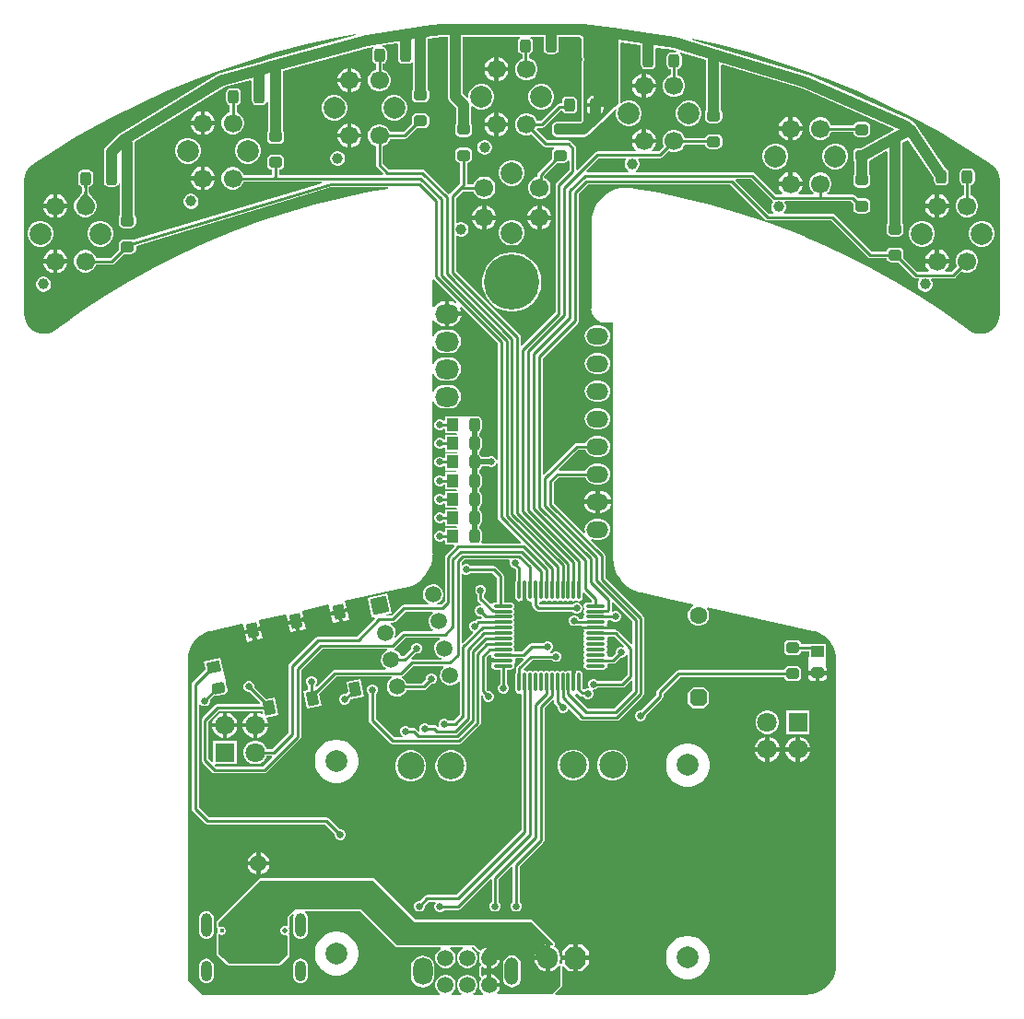
<source format=gtl>
G04*
G04 #@! TF.GenerationSoftware,Altium Limited,Altium Designer,23.1.1 (15)*
G04*
G04 Layer_Physical_Order=1*
G04 Layer_Color=255*
%FSAX25Y25*%
%MOIN*%
G70*
G04*
G04 #@! TF.SameCoordinates,B82E7E18-3205-491C-BA0E-7F24CF85224E*
G04*
G04*
G04 #@! TF.FilePolarity,Positive*
G04*
G01*
G75*
%ADD15C,0.01000*%
%ADD18C,0.02000*%
G04:AMPARAMS|DCode=23|XSize=39.37mil|YSize=47.24mil|CornerRadius=9.84mil|HoleSize=0mil|Usage=FLASHONLY|Rotation=270.000|XOffset=0mil|YOffset=0mil|HoleType=Round|Shape=RoundedRectangle|*
%AMROUNDEDRECTD23*
21,1,0.03937,0.02756,0,0,270.0*
21,1,0.01968,0.04724,0,0,270.0*
1,1,0.01968,-0.01378,-0.00984*
1,1,0.01968,-0.01378,0.00984*
1,1,0.01968,0.01378,0.00984*
1,1,0.01968,0.01378,-0.00984*
%
%ADD23ROUNDEDRECTD23*%
%ADD24R,0.04724X0.03937*%
G04:AMPARAMS|DCode=25|XSize=39.37mil|YSize=47.24mil|CornerRadius=9.84mil|HoleSize=0mil|Usage=FLASHONLY|Rotation=0.000|XOffset=0mil|YOffset=0mil|HoleType=Round|Shape=RoundedRectangle|*
%AMROUNDEDRECTD25*
21,1,0.03937,0.02756,0,0,0.0*
21,1,0.01968,0.04724,0,0,0.0*
1,1,0.01968,0.00984,-0.01378*
1,1,0.01968,-0.00984,-0.01378*
1,1,0.01968,-0.00984,0.01378*
1,1,0.01968,0.00984,0.01378*
%
%ADD25ROUNDEDRECTD25*%
%ADD26R,0.03937X0.04724*%
G04:AMPARAMS|DCode=27|XSize=51.18mil|YSize=39.37mil|CornerRadius=0mil|HoleSize=0mil|Usage=FLASHONLY|Rotation=102.000|XOffset=0mil|YOffset=0mil|HoleType=Round|Shape=Rectangle|*
%AMROTATEDRECTD27*
4,1,4,0.02458,-0.02094,-0.01393,-0.02912,-0.02458,0.02094,0.01393,0.02912,0.02458,-0.02094,0.0*
%
%ADD27ROTATEDRECTD27*%

%ADD28O,0.01181X0.07087*%
%ADD29O,0.07087X0.01181*%
G04:AMPARAMS|DCode=30|XSize=39.37mil|YSize=47.24mil|CornerRadius=0mil|HoleSize=0mil|Usage=FLASHONLY|Rotation=282.000|XOffset=0mil|YOffset=0mil|HoleType=Round|Shape=Rectangle|*
%AMROTATEDRECTD30*
4,1,4,-0.02720,0.01434,0.01901,0.02417,0.02720,-0.01434,-0.01901,-0.02417,-0.02720,0.01434,0.0*
%
%ADD30ROTATEDRECTD30*%

G04:AMPARAMS|DCode=31|XSize=39.37mil|YSize=47.24mil|CornerRadius=9.84mil|HoleSize=0mil|Usage=FLASHONLY|Rotation=282.000|XOffset=0mil|YOffset=0mil|HoleType=Round|Shape=RoundedRectangle|*
%AMROUNDEDRECTD31*
21,1,0.03937,0.02756,0,0,282.0*
21,1,0.01968,0.04724,0,0,282.0*
1,1,0.01968,-0.01143,-0.01249*
1,1,0.01968,-0.01553,0.00676*
1,1,0.01968,0.01143,0.01249*
1,1,0.01968,0.01553,-0.00676*
%
%ADD31ROUNDEDRECTD31*%
%ADD64C,0.03937*%
%ADD65C,0.01968*%
%ADD66C,0.05000*%
%ADD67C,0.06000*%
%ADD68C,0.06693*%
%ADD69C,0.07874*%
%ADD70C,0.03937*%
%ADD71R,0.07087X0.07087*%
%ADD72C,0.07087*%
%ADD73C,0.06299*%
G04:AMPARAMS|DCode=74|XSize=62.99mil|YSize=62.99mil|CornerRadius=0mil|HoleSize=0mil|Usage=FLASHONLY|Rotation=270.000|XOffset=0mil|YOffset=0mil|HoleType=Round|Shape=Octagon|*
%AMOCTAGOND74*
4,1,8,-0.01575,-0.03150,0.01575,-0.03150,0.03150,-0.01575,0.03150,0.01575,0.01575,0.03150,-0.01575,0.03150,-0.03150,0.01575,-0.03150,-0.01575,-0.01575,-0.03150,0.0*
%
%ADD74OCTAGOND74*%

%ADD75O,0.05000X0.10000*%
%ADD76C,0.05906*%
%ADD77O,0.07087X0.10000*%
G04:AMPARAMS|DCode=78|XSize=78.74mil|YSize=74.8mil|CornerRadius=0mil|HoleSize=0mil|Usage=FLASHONLY|Rotation=270.000|XOffset=0mil|YOffset=0mil|HoleType=Round|Shape=Octagon|*
%AMOCTAGOND78*
4,1,8,-0.01870,-0.03937,0.01870,-0.03937,0.03740,-0.02067,0.03740,0.02067,0.01870,0.03937,-0.01870,0.03937,-0.03740,0.02067,-0.03740,-0.02067,-0.01870,-0.03937,0.0*
%
%ADD78OCTAGOND78*%

%ADD79O,0.07480X0.07874*%
%ADD80C,0.09843*%
%ADD81C,0.01575*%
%ADD82C,0.01968*%
%ADD83O,0.03937X0.08661*%
%ADD84O,0.03937X0.07480*%
%ADD85O,0.07874X0.05906*%
%ADD86P,0.08352X4X57.0*%
%ADD87O,0.08661X0.07087*%
%ADD88C,0.02500*%
%ADD89C,0.20000*%
G36*
X0125119Y0355730D02*
X0094125Y0347169D01*
X0089687Y0345943D01*
X0076306Y0342248D01*
X0076123Y0342170D01*
X0075530Y0341990D01*
X0074792Y0341596D01*
X0074633Y0341526D01*
X0039601Y0320310D01*
X0039348Y0320107D01*
X0039091Y0319909D01*
X0034778Y0315596D01*
X0034348Y0315037D01*
X0034079Y0314386D01*
X0033987Y0313687D01*
Y0305429D01*
X0033977Y0305378D01*
Y0302622D01*
X0034108Y0301961D01*
X0034482Y0301401D01*
X0035042Y0301027D01*
X0035703Y0300896D01*
X0037671D01*
X0038332Y0301027D01*
X0038892Y0301401D01*
X0039266Y0301961D01*
X0039300Y0302131D01*
X0039800Y0302082D01*
Y0290739D01*
X0039527Y0290332D01*
X0039396Y0289671D01*
Y0287703D01*
X0039527Y0287042D01*
X0039902Y0286482D01*
X0040462Y0286108D01*
X0041122Y0285977D01*
X0043878D01*
X0044539Y0286108D01*
X0045099Y0286482D01*
X0045473Y0287042D01*
X0045604Y0287703D01*
Y0289671D01*
X0045473Y0290332D01*
X0045200Y0290739D01*
Y0316500D01*
X0045108Y0317199D01*
X0045064Y0317305D01*
X0077430Y0336907D01*
X0077433Y0336906D01*
X0077445Y0336885D01*
X0077750Y0337019D01*
X0077750Y0337019D01*
X0077767Y0337049D01*
X0087089Y0339623D01*
X0087487Y0339320D01*
Y0334929D01*
X0087477Y0334878D01*
Y0332122D01*
X0087608Y0331462D01*
X0087982Y0330902D01*
X0088542Y0330527D01*
X0089203Y0330396D01*
X0091171D01*
X0091832Y0330527D01*
X0092392Y0330902D01*
X0092766Y0331462D01*
X0092800Y0331631D01*
X0093300Y0331582D01*
Y0321239D01*
X0093027Y0320832D01*
X0092896Y0320171D01*
Y0318203D01*
X0093027Y0317542D01*
X0093401Y0316982D01*
X0093962Y0316608D01*
X0094622Y0316477D01*
X0097378D01*
X0098039Y0316608D01*
X0098598Y0316982D01*
X0098973Y0317542D01*
X0099104Y0318203D01*
Y0320171D01*
X0098973Y0320832D01*
X0098700Y0321239D01*
Y0342830D01*
X0129559Y0351353D01*
X0131285Y0351609D01*
X0131469Y0351131D01*
X0131421Y0351098D01*
X0131047Y0350538D01*
X0130916Y0349878D01*
Y0347122D01*
X0131047Y0346462D01*
X0131421Y0345901D01*
X0131981Y0345527D01*
X0132374Y0345449D01*
Y0343373D01*
X0132021Y0343279D01*
X0131097Y0342745D01*
X0130342Y0341990D01*
X0129808Y0341065D01*
X0129532Y0340034D01*
Y0338966D01*
X0129808Y0337935D01*
X0130342Y0337010D01*
X0131097Y0336255D01*
X0132021Y0335721D01*
X0133053Y0335445D01*
X0134121D01*
X0135152Y0335721D01*
X0136076Y0336255D01*
X0136831Y0337010D01*
X0137365Y0337935D01*
X0137642Y0338966D01*
Y0340034D01*
X0137365Y0341065D01*
X0136831Y0341990D01*
X0136076Y0342745D01*
X0135152Y0343279D01*
X0134839Y0343363D01*
Y0345441D01*
X0135271Y0345527D01*
X0135831Y0345901D01*
X0136205Y0346462D01*
X0136336Y0347122D01*
Y0349878D01*
X0136205Y0350538D01*
X0135831Y0351098D01*
X0135271Y0351473D01*
X0134610Y0351604D01*
X0134615Y0352102D01*
X0139921Y0352888D01*
X0140300Y0352562D01*
Y0349929D01*
X0140290Y0349878D01*
Y0347122D01*
X0140421Y0346462D01*
X0140795Y0345901D01*
X0141355Y0345527D01*
X0142016Y0345396D01*
X0143984D01*
X0144645Y0345527D01*
X0145205Y0345901D01*
X0145300Y0346044D01*
X0145800Y0345892D01*
Y0336239D01*
X0145527Y0335832D01*
X0145396Y0335171D01*
Y0333203D01*
X0145527Y0332542D01*
X0145902Y0331982D01*
X0146461Y0331608D01*
X0147122Y0331477D01*
X0149878D01*
X0150539Y0331608D01*
X0151099Y0331982D01*
X0151473Y0332542D01*
X0151604Y0333203D01*
Y0335171D01*
X0151473Y0335832D01*
X0151200Y0336239D01*
Y0354506D01*
X0151262Y0354568D01*
X0156199Y0355300D01*
X0158300D01*
Y0333646D01*
X0158392Y0332947D01*
X0158661Y0332296D01*
X0159091Y0331737D01*
X0161300Y0329528D01*
Y0323777D01*
X0161027Y0323369D01*
X0160896Y0322709D01*
Y0320740D01*
X0161027Y0320080D01*
X0161401Y0319520D01*
X0161961Y0319145D01*
X0162622Y0319014D01*
X0165378D01*
X0166039Y0319145D01*
X0166598Y0319520D01*
X0166973Y0320080D01*
X0167104Y0320740D01*
Y0322709D01*
X0166973Y0323369D01*
X0166700Y0323777D01*
Y0330023D01*
X0167200Y0330230D01*
X0167648Y0329783D01*
X0168707Y0329171D01*
X0169888Y0328854D01*
X0171112D01*
X0172293Y0329171D01*
X0173353Y0329783D01*
X0174217Y0330647D01*
X0174829Y0331707D01*
X0175146Y0332888D01*
Y0334112D01*
X0174829Y0335293D01*
X0174217Y0336352D01*
X0173353Y0337217D01*
X0172293Y0337829D01*
X0171112Y0338146D01*
X0169888D01*
X0168707Y0337829D01*
X0167648Y0337217D01*
X0166782Y0336352D01*
X0166171Y0335293D01*
X0165854Y0334112D01*
Y0333318D01*
X0165354Y0333111D01*
X0163700Y0334765D01*
Y0355300D01*
X0184258D01*
X0184409Y0354800D01*
X0184108Y0354598D01*
X0183734Y0354039D01*
X0183603Y0353378D01*
Y0350622D01*
X0183734Y0349961D01*
X0184108Y0349401D01*
X0184668Y0349027D01*
X0185294Y0348903D01*
Y0347311D01*
X0185175Y0347279D01*
X0184250Y0346745D01*
X0183495Y0345990D01*
X0182961Y0345065D01*
X0182685Y0344034D01*
Y0342966D01*
X0182961Y0341935D01*
X0183495Y0341010D01*
X0184250Y0340255D01*
X0185175Y0339721D01*
X0186206Y0339445D01*
X0187274D01*
X0188305Y0339721D01*
X0189230Y0340255D01*
X0189985Y0341010D01*
X0190519Y0341935D01*
X0190795Y0342966D01*
Y0344034D01*
X0190519Y0345065D01*
X0189985Y0345990D01*
X0189230Y0346745D01*
X0188305Y0347279D01*
X0187759Y0347425D01*
Y0348988D01*
X0187958Y0349027D01*
X0188518Y0349401D01*
X0188892Y0349961D01*
X0189023Y0350622D01*
Y0353378D01*
X0188892Y0354039D01*
X0188518Y0354598D01*
X0188217Y0354800D01*
X0188368Y0355300D01*
X0192987D01*
Y0353429D01*
X0192977Y0353378D01*
Y0350622D01*
X0193108Y0349961D01*
X0193482Y0349401D01*
X0194042Y0349027D01*
X0194703Y0348896D01*
X0196671D01*
X0197332Y0349027D01*
X0197892Y0349401D01*
X0198266Y0349961D01*
X0198397Y0350622D01*
Y0353378D01*
X0198387Y0353429D01*
Y0355300D01*
X0205888D01*
X0206612Y0354575D01*
Y0348496D01*
X0206704Y0347797D01*
X0206974Y0347146D01*
X0206981Y0347136D01*
X0206984Y0347121D01*
X0206991Y0347106D01*
X0206997Y0347098D01*
X0206995Y0347089D01*
X0206998Y0347043D01*
X0206981Y0347000D01*
X0206978Y0346989D01*
X0206972Y0346978D01*
X0206955Y0346933D01*
X0206912Y0346869D01*
X0206835Y0346682D01*
X0206833Y0346679D01*
X0206832Y0346675D01*
X0206804Y0346609D01*
X0206791Y0346543D01*
Y0346472D01*
X0206778Y0346402D01*
Y0324793D01*
X0206409Y0324425D01*
X0200429D01*
X0200378Y0324435D01*
X0197622D01*
X0196961Y0324303D01*
X0196402Y0323929D01*
X0196027Y0323369D01*
X0195896Y0322709D01*
Y0320740D01*
X0196027Y0320080D01*
X0196402Y0319520D01*
X0196961Y0319145D01*
X0197622Y0319014D01*
X0200378D01*
X0200429Y0319024D01*
X0207527D01*
X0208226Y0319116D01*
X0208878Y0319386D01*
X0209437Y0319815D01*
X0213559Y0323938D01*
X0213573Y0323944D01*
X0213573Y0323944D01*
X0213602Y0323978D01*
X0213617Y0323988D01*
X0213640Y0323993D01*
X0213749Y0324038D01*
X0213790Y0324065D01*
X0213823Y0324079D01*
X0213827Y0324080D01*
X0213830Y0324082D01*
X0213896Y0324109D01*
X0213952Y0324146D01*
X0214002Y0324197D01*
X0214061Y0324236D01*
X0218804Y0328979D01*
X0219314Y0328833D01*
X0219320Y0328829D01*
X0219371Y0328747D01*
X0219201Y0328112D01*
Y0326888D01*
X0219517Y0325707D01*
X0220129Y0324647D01*
X0220994Y0323783D01*
X0222053Y0323171D01*
X0223235Y0322854D01*
X0224458D01*
X0225640Y0323171D01*
X0226699Y0323783D01*
X0227564Y0324647D01*
X0228175Y0325707D01*
X0228492Y0326888D01*
Y0328112D01*
X0228175Y0329293D01*
X0227564Y0330352D01*
X0226699Y0331218D01*
X0225640Y0331829D01*
X0224458Y0332146D01*
X0223235D01*
X0222053Y0331829D01*
X0221222Y0331349D01*
X0220723Y0331623D01*
Y0337012D01*
X0220755Y0337262D01*
Y0352866D01*
X0221134Y0353193D01*
X0228113Y0352166D01*
Y0347929D01*
X0228103Y0347878D01*
Y0345122D01*
X0228234Y0344461D01*
X0228608Y0343901D01*
X0229168Y0343527D01*
X0229829Y0343396D01*
X0231797D01*
X0232458Y0343527D01*
X0233018Y0343901D01*
X0233392Y0344461D01*
X0233523Y0345122D01*
Y0347878D01*
X0233513Y0347929D01*
Y0350989D01*
X0233892Y0351316D01*
X0239786Y0350449D01*
X0240686Y0350180D01*
X0240686Y0350180D01*
X0240941Y0350104D01*
X0240867Y0349604D01*
X0239203D01*
X0238542Y0349473D01*
X0237982Y0349098D01*
X0237608Y0348538D01*
X0237477Y0347878D01*
Y0345122D01*
X0237608Y0344461D01*
X0237982Y0343901D01*
X0238542Y0343527D01*
X0238905Y0343455D01*
Y0341381D01*
X0238521Y0341279D01*
X0237597Y0340745D01*
X0236842Y0339990D01*
X0236308Y0339065D01*
X0236032Y0338034D01*
Y0336966D01*
X0236308Y0335935D01*
X0236842Y0335010D01*
X0237597Y0334255D01*
X0238521Y0333721D01*
X0239553Y0333445D01*
X0240620D01*
X0241652Y0333721D01*
X0242577Y0334255D01*
X0243332Y0335010D01*
X0243865Y0335935D01*
X0244142Y0336966D01*
Y0338034D01*
X0243865Y0339065D01*
X0243332Y0339990D01*
X0242577Y0340745D01*
X0241652Y0341279D01*
X0241369Y0341354D01*
Y0343435D01*
X0241832Y0343527D01*
X0242392Y0343901D01*
X0242766Y0344461D01*
X0242897Y0345122D01*
Y0347878D01*
X0242766Y0348538D01*
X0242392Y0349098D01*
X0242257Y0349188D01*
X0242472Y0349646D01*
X0251800Y0346857D01*
Y0328739D01*
X0251527Y0328332D01*
X0251396Y0327671D01*
Y0325703D01*
X0251527Y0325042D01*
X0251902Y0324482D01*
X0252462Y0324108D01*
X0253122Y0323977D01*
X0255878D01*
X0256539Y0324108D01*
X0257099Y0324482D01*
X0257473Y0325042D01*
X0257604Y0325703D01*
Y0327671D01*
X0257473Y0328332D01*
X0257200Y0328739D01*
Y0344823D01*
X0257601Y0345122D01*
X0286566Y0336461D01*
X0319562Y0321943D01*
X0319584Y0321387D01*
X0307733Y0315023D01*
X0306622D01*
X0305961Y0314892D01*
X0305401Y0314518D01*
X0305027Y0313958D01*
X0304896Y0313297D01*
Y0311329D01*
X0305027Y0310668D01*
X0305300Y0310261D01*
Y0305427D01*
X0305027Y0305019D01*
X0304896Y0304358D01*
Y0302390D01*
X0305027Y0301729D01*
X0305401Y0301169D01*
X0305961Y0300795D01*
X0306622Y0300664D01*
X0309378D01*
X0310038Y0300795D01*
X0310598Y0301169D01*
X0310973Y0301729D01*
X0311104Y0302390D01*
Y0304358D01*
X0310973Y0305019D01*
X0310700Y0305427D01*
Y0310261D01*
X0310936Y0310613D01*
X0316871Y0313800D01*
X0317300Y0313543D01*
Y0287739D01*
X0317027Y0287332D01*
X0316896Y0286671D01*
Y0284703D01*
X0317027Y0284042D01*
X0317402Y0283482D01*
X0317962Y0283108D01*
X0318622Y0282977D01*
X0321378D01*
X0322039Y0283108D01*
X0322599Y0283482D01*
X0322973Y0284042D01*
X0323104Y0284703D01*
Y0286671D01*
X0322973Y0287332D01*
X0322700Y0287739D01*
Y0316931D01*
X0324738Y0318025D01*
X0334103Y0304086D01*
Y0303122D01*
X0334234Y0302462D01*
X0334608Y0301902D01*
X0335168Y0301527D01*
X0335829Y0301396D01*
X0337797D01*
X0338458Y0301527D01*
X0339018Y0301902D01*
X0339392Y0302462D01*
X0339523Y0303122D01*
Y0305878D01*
X0339392Y0306539D01*
X0339018Y0307099D01*
X0338458Y0307473D01*
X0338314Y0307501D01*
X0327857Y0323067D01*
X0327863Y0323071D01*
X0327047Y0324065D01*
X0326040Y0324892D01*
X0325109Y0325390D01*
X0325036Y0325434D01*
X0325028Y0325438D01*
X0325024Y0325439D01*
X0325021Y0325441D01*
X0288587Y0341472D01*
X0288426Y0341518D01*
X0288274Y0341587D01*
X0256155Y0351191D01*
X0246449Y0354094D01*
X0246576Y0354577D01*
X0255964Y0352459D01*
X0266342Y0349741D01*
X0276621Y0346671D01*
X0286789Y0343252D01*
X0296835Y0339487D01*
X0306746Y0335382D01*
X0316512Y0330940D01*
X0326119Y0326168D01*
X0335559Y0321071D01*
X0344819Y0315654D01*
X0353888Y0309924D01*
X0354768Y0309325D01*
D01*
X0355148Y0309025D01*
X0355874Y0308429D01*
X0356754Y0307357D01*
X0357407Y0306134D01*
X0357810Y0304806D01*
X0357946Y0303426D01*
X0357946D01*
Y0254892D01*
X0357946D01*
X0357810Y0253512D01*
X0357407Y0252185D01*
X0356754Y0250961D01*
X0355874Y0249889D01*
X0354801Y0249009D01*
X0353578Y0248355D01*
X0352251Y0247953D01*
X0350870Y0247817D01*
X0349490Y0247953D01*
X0348162Y0248355D01*
X0347093Y0248927D01*
X0346712Y0249252D01*
X0346680Y0249265D01*
X0346255Y0249532D01*
X0345723Y0249940D01*
X0341906Y0252649D01*
X0341544Y0253000D01*
X0341414Y0253063D01*
X0341073Y0253240D01*
X0337292Y0255922D01*
X0328644Y0261585D01*
X0319789Y0266920D01*
X0310742Y0271921D01*
X0301513Y0276579D01*
X0292117Y0280890D01*
X0288662Y0282321D01*
X0288220Y0282556D01*
X0288178Y0282574D01*
X0287698Y0282720D01*
X0282567Y0284845D01*
X0272875Y0288442D01*
X0263055Y0291673D01*
X0253122Y0294535D01*
X0243088Y0297023D01*
X0234883Y0298735D01*
X0232969Y0299134D01*
X0225834Y0300347D01*
X0225349Y0300429D01*
X0225349Y0300429D01*
X0225277Y0300451D01*
X0224881Y0300572D01*
X0224880Y0300572D01*
X0224879Y0300563D01*
X0224428Y0300566D01*
X0224416Y0300567D01*
X0224425Y0300566D01*
X0224424D01*
X0224429Y0300566D01*
X0224425Y0300566D01*
X0222917Y0300685D01*
X0220941Y0300529D01*
X0219014Y0300066D01*
X0217182Y0299308D01*
X0215492Y0298272D01*
X0213985Y0296985D01*
X0212698Y0295478D01*
X0211662Y0293788D01*
X0210904Y0291956D01*
X0210441Y0290029D01*
X0210285Y0288053D01*
X0210308D01*
Y0257043D01*
X0210216Y0256579D01*
X0210206Y0256554D01*
X0210223D01*
X0210339Y0256131D01*
X0210446Y0255322D01*
X0210921Y0254174D01*
X0211678Y0253189D01*
X0212663Y0252432D01*
X0213811Y0251957D01*
X0215043Y0251795D01*
Y0251819D01*
X0218182D01*
Y0166491D01*
X0218159D01*
X0218315Y0164515D01*
X0218778Y0162587D01*
X0219536Y0160756D01*
X0220572Y0159066D01*
X0221859Y0157559D01*
X0223366Y0156271D01*
X0225057Y0155235D01*
X0226888Y0154477D01*
X0227557Y0154316D01*
X0228026Y0154144D01*
X0228046Y0154136D01*
X0228544Y0154074D01*
X0237898Y0151995D01*
X0247167Y0149935D01*
X0247249Y0149405D01*
X0246631Y0149048D01*
X0245913Y0148330D01*
X0245405Y0147450D01*
X0245142Y0146469D01*
Y0145453D01*
X0245405Y0144471D01*
X0245913Y0143592D01*
X0246631Y0142873D01*
X0247511Y0142365D01*
X0248492Y0142102D01*
X0249508D01*
X0250489Y0142365D01*
X0251369Y0142873D01*
X0252087Y0143592D01*
X0252595Y0144471D01*
X0252858Y0145453D01*
Y0146469D01*
X0252595Y0147450D01*
X0252087Y0148330D01*
X0252061Y0148356D01*
X0252302Y0148794D01*
X0253269Y0148579D01*
X0290267Y0140357D01*
X0290260Y0140325D01*
X0291281Y0140080D01*
X0292878Y0139419D01*
X0294351Y0138516D01*
X0295665Y0137394D01*
X0296788Y0136080D01*
X0297691Y0134606D01*
X0298352Y0133010D01*
X0298755Y0131329D01*
X0298891Y0129606D01*
X0298891D01*
Y0019658D01*
X0298891D01*
X0298755Y0017936D01*
X0298352Y0016255D01*
X0297691Y0014659D01*
X0296788Y0013185D01*
X0295665Y0011871D01*
X0294351Y0010749D01*
X0292878Y0009846D01*
X0291281Y0009185D01*
X0289601Y0008781D01*
X0287878Y0008646D01*
Y0008645D01*
X0197320Y0008645D01*
X0197129Y0009107D01*
X0199461Y0011439D01*
X0199500Y0011498D01*
X0199550Y0011548D01*
X0199588Y0011604D01*
X0199615Y0011670D01*
X0199617Y0011673D01*
X0199618Y0011677D01*
X0199665Y0011791D01*
X0199668Y0011795D01*
X0199668Y0011799D01*
X0199696Y0011864D01*
X0199709Y0011930D01*
Y0012001D01*
X0199723Y0012071D01*
Y0018763D01*
X0200222Y0018970D01*
X0202130Y0017063D01*
X0203750D01*
Y0021250D01*
X0199760D01*
Y0020001D01*
X0199747Y0019981D01*
X0199597Y0019853D01*
X0199279Y0019728D01*
X0199260Y0019731D01*
X0199253Y0019732D01*
X0199232Y0019744D01*
X0199099Y0019789D01*
X0199051Y0019817D01*
X0199037Y0019822D01*
X0199025Y0019831D01*
X0198913Y0019890D01*
X0198786Y0020182D01*
X0198751Y0020364D01*
X0198753Y0020446D01*
X0198834Y0020642D01*
X0198987Y0021803D01*
Y0022197D01*
X0198834Y0023358D01*
X0198386Y0024441D01*
X0197673Y0025370D01*
X0197071Y0025832D01*
X0196744Y0026084D01*
X0196854Y0026334D01*
X0196944Y0026536D01*
X0197032Y0026667D01*
X0197059Y0026733D01*
X0197099Y0026792D01*
X0197113Y0026862D01*
X0197140Y0026928D01*
Y0026999D01*
X0197154Y0027069D01*
X0197140Y0027139D01*
Y0027210D01*
X0197113Y0027275D01*
X0197099Y0027345D01*
X0197099Y0027345D01*
X0197099Y0027345D01*
X0197059Y0027405D01*
X0197032Y0027470D01*
X0196982Y0027521D01*
X0196942Y0027580D01*
X0196942Y0027580D01*
X0196942Y0027580D01*
X0196892Y0027630D01*
X0196892Y0027630D01*
X0194208Y0030314D01*
X0189061Y0035461D01*
X0189002Y0035500D01*
X0188952Y0035550D01*
X0188896Y0035588D01*
X0188830Y0035615D01*
X0188827Y0035617D01*
X0188823Y0035618D01*
X0188709Y0035665D01*
X0188705Y0035667D01*
X0188701Y0035668D01*
X0188636Y0035696D01*
X0188570Y0035709D01*
X0188499D01*
X0188429Y0035723D01*
X0146799D01*
X0132061Y0050461D01*
X0132002Y0050500D01*
X0131952Y0050550D01*
X0131896Y0050588D01*
X0131830Y0050615D01*
X0131827Y0050617D01*
X0131823Y0050618D01*
X0131709Y0050665D01*
X0131705Y0050668D01*
X0131701Y0050668D01*
X0131635Y0050696D01*
X0131570Y0050709D01*
X0131499D01*
X0131429Y0050722D01*
X0090571D01*
X0090501Y0050709D01*
X0090430D01*
X0090364Y0050696D01*
X0090364Y0050696D01*
X0090364D01*
X0090299Y0050668D01*
X0090295Y0050668D01*
X0090291Y0050665D01*
X0090177Y0050618D01*
X0090173Y0050617D01*
X0090170Y0050615D01*
X0090104Y0050588D01*
X0090104Y0050588D01*
X0090048Y0050550D01*
X0089998Y0050500D01*
X0089939Y0050461D01*
X0074829Y0035351D01*
X0074790Y0035292D01*
X0074739Y0035242D01*
X0074702Y0035186D01*
X0074675Y0035120D01*
X0074673Y0035117D01*
X0074672Y0035113D01*
X0074625Y0034999D01*
X0074622Y0034995D01*
X0074621Y0034991D01*
X0074594Y0034925D01*
X0074581Y0034860D01*
Y0034788D01*
X0074567Y0034719D01*
Y0033400D01*
X0074571Y0033380D01*
Y0033332D01*
X0074581Y0033282D01*
Y0033259D01*
X0074585Y0033239D01*
X0074590Y0033228D01*
X0074594Y0033150D01*
X0074616Y0033105D01*
X0074626Y0033055D01*
X0074677Y0032979D01*
X0074717Y0032896D01*
X0074755Y0032862D01*
X0074783Y0032821D01*
X0074848Y0032777D01*
X0074855Y0032767D01*
X0074871Y0032754D01*
X0074890Y0032742D01*
X0074928Y0032709D01*
X0074970Y0032684D01*
X0075142Y0032231D01*
X0075087Y0032097D01*
Y0031502D01*
X0075142Y0031367D01*
X0074970Y0030915D01*
X0074928Y0030890D01*
X0074890Y0030856D01*
X0074871Y0030845D01*
X0074855Y0030831D01*
X0074848Y0030821D01*
X0074783Y0030778D01*
X0074755Y0030736D01*
X0074717Y0030702D01*
X0074677Y0030620D01*
X0074626Y0030543D01*
X0074616Y0030494D01*
X0074594Y0030448D01*
X0074590Y0030371D01*
X0074585Y0030359D01*
X0074581Y0030339D01*
Y0030316D01*
X0074571Y0030267D01*
Y0030218D01*
X0074567Y0030198D01*
Y0023781D01*
X0074581Y0023712D01*
Y0023640D01*
X0074594Y0023575D01*
X0074594Y0023575D01*
Y0023575D01*
X0074621Y0023509D01*
X0074622Y0023505D01*
X0074625Y0023502D01*
X0074672Y0023387D01*
X0074673Y0023383D01*
X0074675Y0023380D01*
X0074702Y0023314D01*
X0074702Y0023314D01*
X0074739Y0023258D01*
X0074790Y0023208D01*
X0074829Y0023149D01*
X0076634Y0021344D01*
X0078439Y0019539D01*
X0078498Y0019500D01*
X0078548Y0019450D01*
X0078604Y0019412D01*
X0078670Y0019385D01*
X0078673Y0019383D01*
X0078677Y0019382D01*
X0078791Y0019335D01*
X0078795Y0019332D01*
X0078799Y0019332D01*
X0078865Y0019304D01*
X0078930Y0019291D01*
X0079001D01*
X0079071Y0019277D01*
X0087006D01*
X0097429Y0019277D01*
X0097499Y0019291D01*
X0097570D01*
X0097636Y0019304D01*
X0097636Y0019304D01*
X0097636D01*
X0097701Y0019332D01*
X0097705Y0019332D01*
X0097709Y0019335D01*
X0097823Y0019382D01*
X0097827Y0019383D01*
X0097830Y0019385D01*
X0097896Y0019412D01*
X0097896Y0019412D01*
X0097952Y0019450D01*
X0098002Y0019500D01*
X0098061Y0019539D01*
X0100961Y0022439D01*
X0101000Y0022498D01*
X0101050Y0022548D01*
X0101088Y0022604D01*
X0101115Y0022670D01*
X0101117Y0022673D01*
X0101118Y0022677D01*
X0101165Y0022791D01*
X0101168Y0022795D01*
X0101168Y0022799D01*
X0101196Y0022864D01*
X0101209Y0022930D01*
Y0023001D01*
X0101223Y0023071D01*
Y0029803D01*
X0101223Y0029803D01*
Y0029874D01*
X0101208Y0029945D01*
Y0029945D01*
X0101208Y0029945D01*
X0101168Y0030150D01*
X0101168Y0030151D01*
Y0030151D01*
X0101125Y0030215D01*
X0101011Y0030385D01*
X0100870Y0030791D01*
X0100947Y0031069D01*
X0101110Y0031462D01*
Y0032136D01*
X0100853Y0032758D01*
X0100894Y0033038D01*
X0100952Y0033126D01*
X0101019Y0033207D01*
X0101030Y0033242D01*
X0101050Y0033273D01*
Y0033273D01*
X0101168Y0033448D01*
X0101208Y0033654D01*
X0101208Y0033654D01*
X0101208Y0033654D01*
X0101223Y0033724D01*
Y0033795D01*
X0101223Y0033795D01*
Y0036701D01*
X0102287Y0037765D01*
X0102689Y0037480D01*
X0102419Y0036829D01*
X0102327Y0036130D01*
Y0031405D01*
X0102419Y0030707D01*
X0102689Y0030055D01*
X0103118Y0029496D01*
X0103677Y0029067D01*
X0104329Y0028797D01*
X0105028Y0028705D01*
X0105726Y0028797D01*
X0106378Y0029067D01*
X0106937Y0029496D01*
X0107366Y0030055D01*
X0107636Y0030707D01*
X0107728Y0031405D01*
Y0036130D01*
X0107636Y0036829D01*
X0107366Y0037480D01*
X0106937Y0038039D01*
X0106626Y0038278D01*
X0106796Y0038778D01*
X0126701D01*
X0139489Y0025989D01*
X0139724Y0025833D01*
X0140000Y0025778D01*
X0155747D01*
X0155882Y0025278D01*
X0155279Y0024930D01*
X0154598Y0024248D01*
X0154116Y0023413D01*
X0153866Y0022482D01*
Y0021518D01*
X0154116Y0020587D01*
X0154598Y0019752D01*
X0155279Y0019070D01*
X0156114Y0018588D01*
X0157045Y0018339D01*
X0158010D01*
X0158941Y0018588D01*
X0159776Y0019070D01*
X0160457Y0019752D01*
X0160940Y0020587D01*
X0161189Y0021518D01*
Y0022482D01*
X0160940Y0023413D01*
X0160457Y0024248D01*
X0159776Y0024930D01*
X0159174Y0025278D01*
X0159308Y0025778D01*
X0163621D01*
X0163756Y0025278D01*
X0163153Y0024930D01*
X0162472Y0024248D01*
X0161990Y0023413D01*
X0161740Y0022482D01*
Y0021518D01*
X0161990Y0020587D01*
X0162472Y0019752D01*
X0163153Y0019070D01*
X0163988Y0018588D01*
X0164920Y0018339D01*
X0165884D01*
X0166815Y0018588D01*
X0167650Y0019070D01*
X0168331Y0019752D01*
X0168814Y0020587D01*
X0169063Y0021518D01*
Y0022482D01*
X0168814Y0023413D01*
X0168331Y0024248D01*
X0167650Y0024930D01*
X0167048Y0025278D01*
X0167182Y0025778D01*
X0167701D01*
X0169189Y0024289D01*
X0169246Y0024251D01*
X0169248Y0024249D01*
X0169249Y0024248D01*
X0169257Y0024242D01*
X0169306Y0024195D01*
X0169357Y0024161D01*
X0169416Y0024137D01*
X0169423Y0024133D01*
X0169425Y0024132D01*
X0169476Y0024098D01*
X0169481Y0024097D01*
X0169485Y0024094D01*
X0169525Y0024087D01*
X0169636Y0024041D01*
X0169647Y0024039D01*
X0169653Y0024030D01*
X0169704Y0023982D01*
X0169814Y0023915D01*
X0169920Y0023844D01*
X0169848Y0023355D01*
X0169847Y0023351D01*
X0169614Y0022482D01*
Y0021518D01*
X0169864Y0020587D01*
X0170271Y0019882D01*
X0170335Y0019681D01*
X0170275Y0019279D01*
X0170202Y0019188D01*
X0170101Y0019118D01*
X0170056Y0019072D01*
X0170002Y0019035D01*
X0169998Y0019030D01*
X0169993Y0019026D01*
X0169957Y0018971D01*
X0169912Y0018925D01*
X0169909Y0018920D01*
X0169905Y0018915D01*
X0169882Y0018856D01*
X0169845Y0018801D01*
X0169844Y0018794D01*
X0169840Y0018789D01*
X0169829Y0018725D01*
X0169804Y0018665D01*
X0169791Y0018602D01*
Y0018531D01*
X0169790Y0018524D01*
Y0018524D01*
X0169778Y0018461D01*
Y0015696D01*
X0169790Y0015634D01*
Y0015633D01*
X0169791Y0015626D01*
Y0015555D01*
X0169804Y0015493D01*
X0169829Y0015433D01*
X0169841Y0015368D01*
X0169844Y0015363D01*
X0169845Y0015357D01*
X0169882Y0015302D01*
X0169905Y0015242D01*
X0169910Y0015237D01*
X0169912Y0015232D01*
X0169957Y0015187D01*
X0169993Y0015131D01*
X0169998Y0015127D01*
X0170001Y0015122D01*
X0170056Y0015086D01*
X0170101Y0015039D01*
X0170202Y0014969D01*
X0170275Y0014879D01*
X0170335Y0014476D01*
X0170271Y0014276D01*
X0169864Y0013571D01*
X0169614Y0012640D01*
Y0011675D01*
X0169864Y0010744D01*
X0170346Y0009909D01*
X0171027Y0009228D01*
X0171170Y0009145D01*
X0171036Y0008645D01*
X0167641D01*
X0167507Y0009145D01*
X0167650Y0009228D01*
X0168331Y0009909D01*
X0168814Y0010744D01*
X0169063Y0011675D01*
Y0012640D01*
X0168814Y0013571D01*
X0168331Y0014406D01*
X0167650Y0015087D01*
X0166815Y0015569D01*
X0165884Y0015819D01*
X0164920D01*
X0163988Y0015569D01*
X0163153Y0015087D01*
X0162472Y0014406D01*
X0161990Y0013571D01*
X0161740Y0012640D01*
Y0011675D01*
X0161990Y0010744D01*
X0162472Y0009909D01*
X0163153Y0009228D01*
X0163296Y0009145D01*
X0163162Y0008645D01*
X0159767D01*
X0159633Y0009145D01*
X0159776Y0009228D01*
X0160457Y0009909D01*
X0160940Y0010744D01*
X0161189Y0011675D01*
Y0012640D01*
X0160940Y0013571D01*
X0160457Y0014406D01*
X0159776Y0015087D01*
X0158941Y0015569D01*
X0158010Y0015819D01*
X0157045D01*
X0156114Y0015569D01*
X0155279Y0015087D01*
X0154598Y0014406D01*
X0154116Y0013571D01*
X0153866Y0012640D01*
Y0011675D01*
X0154116Y0010744D01*
X0154598Y0009909D01*
X0155279Y0009228D01*
X0155422Y0009145D01*
X0155288Y0008645D01*
X0069521Y0008645D01*
X0064267Y0013899D01*
Y0129606D01*
X0064267D01*
X0064402Y0131329D01*
X0064806Y0133010D01*
X0065467Y0134606D01*
X0066370Y0136080D01*
X0067492Y0137394D01*
X0068806Y0138516D01*
X0070280Y0139419D01*
X0071876Y0140080D01*
X0072898Y0140325D01*
X0072891Y0140357D01*
X0083891Y0142802D01*
X0084312Y0142532D01*
X0084740Y0140518D01*
X0087643Y0141135D01*
X0090547Y0141752D01*
X0090034Y0144167D01*
X0099479Y0146266D01*
X0099900Y0145995D01*
X0100342Y0143916D01*
X0103246Y0144533D01*
X0106149Y0145150D01*
X0105622Y0147631D01*
X0115000Y0149715D01*
X0115420Y0149444D01*
X0115877Y0147294D01*
X0118781Y0147911D01*
X0121685Y0148528D01*
X0121142Y0151080D01*
X0142487Y0155823D01*
X0142986Y0155886D01*
X0143006Y0155894D01*
X0143475Y0156066D01*
X0144144Y0156227D01*
X0145975Y0156985D01*
X0147665Y0158021D01*
X0149172Y0159308D01*
X0150460Y0160816D01*
X0151496Y0162506D01*
X0152254Y0164337D01*
X0152717Y0166264D01*
X0152834Y0167755D01*
X0152837Y0167788D01*
X0152952Y0168240D01*
X0152870Y0168241D01*
X0152849Y0168704D01*
Y0223116D01*
X0153349Y0223216D01*
X0153498Y0222856D01*
X0154180Y0221968D01*
X0155068Y0221286D01*
X0156103Y0220858D01*
X0157213Y0220711D01*
X0158787D01*
X0159897Y0220858D01*
X0160932Y0221286D01*
X0161820Y0221968D01*
X0162502Y0222856D01*
X0162930Y0223890D01*
X0163076Y0225000D01*
X0162930Y0226110D01*
X0162502Y0227144D01*
X0161820Y0228032D01*
X0160932Y0228714D01*
X0159897Y0229142D01*
X0158787Y0229289D01*
X0157213D01*
X0156103Y0229142D01*
X0155068Y0228714D01*
X0154180Y0228032D01*
X0153498Y0227144D01*
X0153349Y0226784D01*
X0152849Y0226884D01*
Y0233117D01*
X0153349Y0233216D01*
X0153498Y0232856D01*
X0154180Y0231967D01*
X0155068Y0231286D01*
X0156103Y0230857D01*
X0157213Y0230711D01*
X0158787D01*
X0159897Y0230857D01*
X0160932Y0231286D01*
X0161820Y0231967D01*
X0162502Y0232856D01*
X0162930Y0233890D01*
X0163076Y0235000D01*
X0162930Y0236110D01*
X0162502Y0237144D01*
X0161820Y0238033D01*
X0160932Y0238714D01*
X0159897Y0239142D01*
X0158787Y0239289D01*
X0157213D01*
X0156103Y0239142D01*
X0155068Y0238714D01*
X0154180Y0238033D01*
X0153498Y0237144D01*
X0153349Y0236784D01*
X0152849Y0236883D01*
Y0243116D01*
X0153349Y0243216D01*
X0153498Y0242856D01*
X0154180Y0241968D01*
X0155068Y0241286D01*
X0156103Y0240858D01*
X0157213Y0240711D01*
X0158787D01*
X0159897Y0240858D01*
X0160932Y0241286D01*
X0161820Y0241968D01*
X0162502Y0242856D01*
X0162930Y0243890D01*
X0163076Y0245000D01*
X0162930Y0246110D01*
X0162502Y0247144D01*
X0161820Y0248032D01*
X0160932Y0248714D01*
X0159897Y0249143D01*
X0158787Y0249289D01*
X0157213D01*
X0156103Y0249143D01*
X0155068Y0248714D01*
X0154180Y0248032D01*
X0153498Y0247144D01*
X0153349Y0246784D01*
X0152849Y0246884D01*
Y0252402D01*
X0153349Y0252572D01*
X0153972Y0251760D01*
X0154921Y0251031D01*
X0156026Y0250574D01*
X0157213Y0250417D01*
X0157250D01*
Y0255000D01*
Y0259582D01*
X0157213D01*
X0156026Y0259426D01*
X0154921Y0258969D01*
X0153972Y0258240D01*
X0153349Y0257428D01*
X0152849Y0257598D01*
Y0267201D01*
X0153349Y0267408D01*
X0161421Y0259336D01*
X0161091Y0258959D01*
X0161079Y0258969D01*
X0159974Y0259426D01*
X0158787Y0259582D01*
X0158750D01*
Y0255750D01*
X0163271D01*
X0163214Y0256186D01*
X0162756Y0257291D01*
X0162747Y0257304D01*
X0163123Y0257634D01*
X0176362Y0244395D01*
Y0202222D01*
X0175862Y0202123D01*
X0175661Y0202609D01*
X0175110Y0203161D01*
X0174390Y0203459D01*
X0173610D01*
X0172890Y0203161D01*
X0172887Y0203156D01*
X0170548D01*
X0170500Y0203399D01*
X0170126Y0203959D01*
X0169647Y0204279D01*
Y0205158D01*
X0170126Y0205478D01*
X0170500Y0206038D01*
X0170632Y0206698D01*
Y0209454D01*
X0170500Y0210115D01*
X0170126Y0210675D01*
X0169647Y0210994D01*
Y0211873D01*
X0170126Y0212193D01*
X0170500Y0212753D01*
X0170632Y0213413D01*
Y0216169D01*
X0170500Y0216830D01*
X0170126Y0217390D01*
X0169566Y0217764D01*
X0168905Y0217895D01*
X0166937D01*
X0166453Y0217799D01*
X0165953Y0217941D01*
Y0217941D01*
X0162016D01*
Y0217862D01*
X0157370D01*
Y0216398D01*
X0156870Y0216191D01*
X0156609Y0216452D01*
X0155890Y0216750D01*
X0155110D01*
X0154391Y0216452D01*
X0153840Y0215901D01*
X0153541Y0215181D01*
Y0214402D01*
X0153840Y0213682D01*
X0154391Y0213131D01*
X0155110Y0212833D01*
X0155890D01*
X0156609Y0213131D01*
X0156870Y0213391D01*
X0157370Y0213184D01*
Y0211720D01*
X0161436D01*
X0161606Y0211434D01*
X0161436Y0211147D01*
X0157370D01*
Y0209683D01*
X0156870Y0209476D01*
X0156609Y0209737D01*
X0155890Y0210035D01*
X0155110D01*
X0154391Y0209737D01*
X0153840Y0209186D01*
X0153541Y0208466D01*
Y0207686D01*
X0153840Y0206967D01*
X0154391Y0206416D01*
X0155110Y0206117D01*
X0155890D01*
X0156609Y0206416D01*
X0156870Y0206676D01*
X0157370Y0206469D01*
Y0205005D01*
X0161436D01*
X0161606Y0204718D01*
X0161436Y0204432D01*
X0157370D01*
Y0202968D01*
X0156870Y0202761D01*
X0156609Y0203021D01*
X0155890Y0203320D01*
X0155110D01*
X0154391Y0203021D01*
X0153840Y0202470D01*
X0153541Y0201750D01*
Y0200971D01*
X0153840Y0200251D01*
X0154391Y0199700D01*
X0155110Y0199402D01*
X0155890D01*
X0156609Y0199700D01*
X0156870Y0199961D01*
X0157370Y0199754D01*
Y0198290D01*
X0161436D01*
X0161606Y0198003D01*
X0161436Y0197716D01*
X0157370D01*
Y0196253D01*
X0156870Y0196045D01*
X0156609Y0196306D01*
X0155890Y0196604D01*
X0155110D01*
X0154391Y0196306D01*
X0153840Y0195755D01*
X0153541Y0195035D01*
Y0194256D01*
X0153840Y0193536D01*
X0154391Y0192985D01*
X0155110Y0192687D01*
X0155890D01*
X0156609Y0192985D01*
X0156870Y0193246D01*
X0157370Y0193039D01*
Y0191575D01*
X0161436D01*
X0161606Y0191288D01*
X0161436Y0191001D01*
X0157370D01*
Y0189537D01*
X0156870Y0189330D01*
X0156609Y0189591D01*
X0155890Y0189889D01*
X0155110D01*
X0154391Y0189591D01*
X0153840Y0189040D01*
X0153541Y0188320D01*
Y0187541D01*
X0153840Y0186821D01*
X0154391Y0186270D01*
X0155110Y0185972D01*
X0155890D01*
X0156609Y0186270D01*
X0156870Y0186531D01*
X0157370Y0186323D01*
Y0184860D01*
X0161436D01*
X0161606Y0184573D01*
X0161436Y0184286D01*
X0157370D01*
Y0182822D01*
X0156870Y0182615D01*
X0156609Y0182876D01*
X0155890Y0183174D01*
X0155110D01*
X0154391Y0182876D01*
X0153840Y0182325D01*
X0153541Y0181605D01*
Y0180826D01*
X0153840Y0180106D01*
X0154391Y0179555D01*
X0155110Y0179257D01*
X0155890D01*
X0156609Y0179555D01*
X0156870Y0179815D01*
X0157370Y0179608D01*
Y0178144D01*
X0161436D01*
X0161606Y0177858D01*
X0161436Y0177571D01*
X0157370D01*
Y0176107D01*
X0156870Y0175900D01*
X0156609Y0176161D01*
X0155890Y0176459D01*
X0155110D01*
X0154391Y0176161D01*
X0153840Y0175610D01*
X0153541Y0174890D01*
Y0174110D01*
X0153840Y0173390D01*
X0154391Y0172839D01*
X0155110Y0172541D01*
X0155890D01*
X0156609Y0172839D01*
X0156870Y0173100D01*
X0157370Y0172893D01*
Y0171429D01*
X0160533D01*
X0160724Y0170967D01*
X0157629Y0167871D01*
X0157361Y0167472D01*
X0157268Y0167000D01*
X0157268Y0167000D01*
Y0151010D01*
X0155990Y0149732D01*
X0154651D01*
X0154531Y0150232D01*
X0155056Y0150500D01*
X0155773Y0151145D01*
X0156298Y0151953D01*
X0156596Y0152870D01*
X0156646Y0153833D01*
X0156446Y0154776D01*
X0156008Y0155635D01*
X0155363Y0156351D01*
X0154554Y0156877D01*
X0153638Y0157175D01*
X0152675Y0157225D01*
X0151732Y0157025D01*
X0150873Y0156587D01*
X0150156Y0155942D01*
X0149631Y0155133D01*
X0149333Y0154216D01*
X0149283Y0153254D01*
X0149483Y0152311D01*
X0149921Y0151452D01*
X0150566Y0150735D01*
X0151340Y0150232D01*
X0151348Y0150182D01*
X0151091Y0149732D01*
X0142500D01*
X0142028Y0149638D01*
X0141629Y0149371D01*
X0141629Y0149371D01*
X0137989Y0145732D01*
X0136219D01*
X0136167Y0146230D01*
X0138052Y0146630D01*
X0136530Y0153793D01*
X0129367Y0152271D01*
X0130889Y0145108D01*
X0131865Y0145315D01*
X0132114Y0144857D01*
X0125489Y0138232D01*
X0111500D01*
X0111500Y0138232D01*
X0111028Y0138138D01*
X0110629Y0137871D01*
X0101129Y0128371D01*
X0100862Y0127972D01*
X0100768Y0127500D01*
X0100768Y0127500D01*
Y0103510D01*
X0094789Y0097532D01*
X0092796D01*
X0092687Y0097940D01*
X0092127Y0098910D01*
X0091335Y0099702D01*
X0090366Y0100261D01*
X0089284Y0100551D01*
X0088165D01*
X0087083Y0100261D01*
X0086114Y0099702D01*
X0085322Y0098910D01*
X0084762Y0097940D01*
X0084473Y0096859D01*
Y0095739D01*
X0084762Y0094658D01*
X0085322Y0093688D01*
X0086114Y0092897D01*
X0087083Y0092337D01*
X0088165Y0092047D01*
X0089284D01*
X0090366Y0092337D01*
X0091335Y0092897D01*
X0092127Y0093688D01*
X0092687Y0094658D01*
X0092796Y0095067D01*
X0094617D01*
X0094824Y0094567D01*
X0091489Y0091232D01*
X0074511D01*
X0074158Y0091585D01*
X0074349Y0092047D01*
X0081953D01*
Y0100551D01*
X0073449D01*
Y0092947D01*
X0072987Y0092756D01*
X0071732Y0094011D01*
Y0107490D01*
X0075511Y0111268D01*
X0091255D01*
X0091440Y0110398D01*
X0090997Y0110076D01*
X0090478Y0110375D01*
X0089474Y0110644D01*
Y0106892D01*
X0093227D01*
X0092958Y0107895D01*
X0092623Y0108476D01*
X0092826Y0108932D01*
X0097035Y0109827D01*
X0095676Y0116219D01*
X0092664Y0115579D01*
X0088334Y0119909D01*
Y0120515D01*
X0088036Y0121235D01*
X0087485Y0121785D01*
X0086765Y0122084D01*
X0085985D01*
X0085265Y0121785D01*
X0084715Y0121235D01*
X0084416Y0120515D01*
Y0119735D01*
X0084715Y0119016D01*
X0085265Y0118465D01*
X0085985Y0118166D01*
X0086591D01*
X0090525Y0114232D01*
X0090346Y0113732D01*
X0075000D01*
X0074528Y0113638D01*
X0074129Y0113371D01*
X0069629Y0108871D01*
X0069362Y0108472D01*
X0069268Y0108000D01*
X0069268Y0108000D01*
Y0093500D01*
X0069268Y0093500D01*
X0069362Y0093028D01*
X0069629Y0092629D01*
X0073129Y0089129D01*
X0073129Y0089129D01*
X0073528Y0088862D01*
X0074000Y0088768D01*
X0074000Y0088768D01*
X0092000D01*
X0092000Y0088768D01*
X0092472Y0088862D01*
X0092871Y0089129D01*
X0104871Y0101129D01*
X0104871Y0101129D01*
X0105139Y0101528D01*
X0105232Y0102000D01*
Y0125989D01*
X0113010Y0133768D01*
X0136317D01*
X0136437Y0133268D01*
X0135776Y0132931D01*
X0135060Y0132286D01*
X0134535Y0131477D01*
X0134237Y0130561D01*
X0134186Y0129598D01*
X0134387Y0128655D01*
X0134824Y0127796D01*
X0135469Y0127079D01*
X0136004Y0126732D01*
X0135856Y0126232D01*
X0117500D01*
X0117500Y0126232D01*
X0117028Y0126138D01*
X0116629Y0125871D01*
X0110921Y0120164D01*
X0110393Y0120343D01*
X0110360Y0120590D01*
X0110661Y0120890D01*
X0110959Y0121610D01*
Y0122390D01*
X0110661Y0123109D01*
X0110109Y0123661D01*
X0109390Y0123959D01*
X0108610D01*
X0107890Y0123661D01*
X0107340Y0123109D01*
X0107041Y0122390D01*
Y0121610D01*
X0107340Y0120890D01*
X0107768Y0120462D01*
Y0118871D01*
X0106041Y0118504D01*
X0107400Y0112111D01*
X0112637Y0113224D01*
X0111731Y0117488D01*
X0118010Y0123768D01*
X0137967D01*
X0138087Y0123268D01*
X0137855Y0123150D01*
X0137139Y0122504D01*
X0136614Y0121696D01*
X0136316Y0120779D01*
X0136265Y0119816D01*
X0136466Y0118873D01*
X0136904Y0118014D01*
X0137549Y0117298D01*
X0138357Y0116773D01*
X0139274Y0116475D01*
X0140237Y0116425D01*
X0141180Y0116625D01*
X0142039Y0117063D01*
X0142755Y0117708D01*
X0143280Y0118516D01*
X0143396Y0118874D01*
X0149606D01*
X0149606Y0118874D01*
X0150078Y0118968D01*
X0150478Y0119235D01*
X0152284Y0121041D01*
X0152890D01*
X0153610Y0121339D01*
X0154160Y0121890D01*
X0154459Y0122610D01*
Y0123390D01*
X0154160Y0124109D01*
X0153610Y0124661D01*
X0152890Y0124959D01*
X0152110D01*
X0151391Y0124661D01*
X0150839Y0124109D01*
X0150541Y0123390D01*
Y0122784D01*
X0149096Y0121338D01*
X0143428D01*
X0143428Y0121339D01*
X0142991Y0122198D01*
X0142345Y0122914D01*
X0141742Y0123306D01*
X0141844Y0123836D01*
X0141972Y0123862D01*
X0142371Y0124129D01*
X0145753Y0127510D01*
X0156660D01*
X0156852Y0127010D01*
X0156394Y0126597D01*
X0155869Y0125789D01*
X0155571Y0124872D01*
X0155520Y0123909D01*
X0155721Y0122966D01*
X0156158Y0122107D01*
X0156804Y0121391D01*
X0157612Y0120866D01*
X0158529Y0120568D01*
X0159492Y0120517D01*
X0160435Y0120718D01*
X0161294Y0121155D01*
X0162010Y0121800D01*
X0162142Y0122003D01*
X0162642Y0121855D01*
Y0109885D01*
X0160489Y0107732D01*
X0158538D01*
X0158109Y0108160D01*
X0157390Y0108459D01*
X0156610D01*
X0155891Y0108160D01*
X0155340Y0107609D01*
X0155041Y0106890D01*
Y0106110D01*
X0155184Y0105766D01*
X0154760Y0105483D01*
X0154371Y0105871D01*
X0153972Y0106139D01*
X0153500Y0106232D01*
X0153500Y0106232D01*
X0151538D01*
X0151110Y0106660D01*
X0150390Y0106959D01*
X0149610D01*
X0148890Y0106660D01*
X0148339Y0106109D01*
X0148041Y0105390D01*
Y0104610D01*
X0148184Y0104266D01*
X0147760Y0103983D01*
X0146871Y0104871D01*
X0146472Y0105139D01*
X0146000Y0105232D01*
X0146000Y0105232D01*
X0144538D01*
X0144109Y0105660D01*
X0143390Y0105959D01*
X0142610D01*
X0141891Y0105660D01*
X0141340Y0105110D01*
X0141041Y0104390D01*
Y0103610D01*
X0141340Y0102891D01*
X0141891Y0102339D01*
X0142149Y0102232D01*
X0142050Y0101732D01*
X0139010D01*
X0132232Y0108510D01*
Y0117462D01*
X0132660Y0117891D01*
X0132959Y0118610D01*
Y0119390D01*
X0132660Y0120109D01*
X0132109Y0120660D01*
X0131390Y0120959D01*
X0130610D01*
X0129891Y0120660D01*
X0129340Y0120109D01*
X0129041Y0119390D01*
Y0118610D01*
X0129340Y0117891D01*
X0129768Y0117462D01*
Y0108000D01*
X0129768Y0108000D01*
X0129861Y0107528D01*
X0130129Y0107129D01*
X0137629Y0099629D01*
X0137629Y0099629D01*
X0138028Y0099361D01*
X0138500Y0099268D01*
X0162500D01*
X0162500Y0099268D01*
X0162972Y0099361D01*
X0163371Y0099629D01*
X0169871Y0106129D01*
X0169871Y0106129D01*
X0170139Y0106528D01*
X0170232Y0107000D01*
X0170232Y0107000D01*
Y0116872D01*
X0170694Y0117063D01*
X0171041Y0116716D01*
Y0116110D01*
X0171339Y0115391D01*
X0171890Y0114839D01*
X0172610Y0114541D01*
X0173390D01*
X0174109Y0114839D01*
X0174661Y0115391D01*
X0174959Y0116110D01*
Y0116890D01*
X0174661Y0117610D01*
X0174109Y0118160D01*
X0173390Y0118459D01*
X0172784D01*
X0172232Y0119010D01*
Y0130490D01*
X0173512Y0131769D01*
X0173800Y0131674D01*
X0174002Y0131552D01*
X0174091Y0131103D01*
X0174260Y0130850D01*
X0174168Y0130788D01*
X0173903Y0130392D01*
X0174800D01*
X0174808Y0130386D01*
X0175315Y0130285D01*
X0178268D01*
Y0128998D01*
X0175315D01*
X0174808Y0128897D01*
X0174800Y0128892D01*
X0173903D01*
X0174168Y0128495D01*
X0174260Y0128433D01*
X0174091Y0128180D01*
X0173990Y0127673D01*
X0174091Y0127166D01*
X0174378Y0126737D01*
X0174808Y0126449D01*
X0175315Y0126349D01*
X0177268D01*
Y0121038D01*
X0176839Y0120609D01*
X0176541Y0119890D01*
Y0119110D01*
X0176839Y0118391D01*
X0177391Y0117840D01*
X0178110Y0117541D01*
X0178890D01*
X0179610Y0117840D01*
X0180160Y0118391D01*
X0180459Y0119110D01*
Y0119890D01*
X0180160Y0120609D01*
X0179732Y0121038D01*
Y0126349D01*
X0181220D01*
X0181727Y0126449D01*
X0182157Y0126737D01*
X0182444Y0127166D01*
X0182545Y0127673D01*
X0182444Y0128180D01*
X0182275Y0128433D01*
X0182367Y0128495D01*
X0182719Y0129021D01*
X0182842Y0129642D01*
X0182795Y0129878D01*
X0183197Y0130378D01*
X0185428D01*
X0185635Y0129878D01*
X0183336Y0127579D01*
X0183069Y0127180D01*
X0182975Y0126708D01*
X0182975Y0126708D01*
Y0125267D01*
X0182949Y0125227D01*
X0182849Y0124721D01*
Y0118815D01*
X0182949Y0118308D01*
X0183237Y0117878D01*
X0183666Y0117591D01*
X0184173Y0117490D01*
X0184409Y0117537D01*
X0184909Y0117189D01*
Y0068152D01*
X0161489Y0044732D01*
X0150813D01*
X0150813Y0044732D01*
X0150341Y0044638D01*
X0149942Y0044371D01*
X0149942Y0044371D01*
X0148216Y0042646D01*
X0147610D01*
X0146890Y0042347D01*
X0146339Y0041796D01*
X0146041Y0041077D01*
Y0040297D01*
X0146339Y0039577D01*
X0146890Y0039026D01*
X0147610Y0038728D01*
X0148390D01*
X0149109Y0039026D01*
X0149661Y0039577D01*
X0149959Y0040297D01*
Y0040903D01*
X0151323Y0042268D01*
X0153791D01*
X0153998Y0041768D01*
X0153840Y0041609D01*
X0153541Y0040890D01*
Y0040110D01*
X0153840Y0039391D01*
X0154391Y0038840D01*
X0155110Y0038541D01*
X0155890D01*
X0156609Y0038840D01*
X0157038Y0039268D01*
X0162000D01*
X0162000Y0039268D01*
X0162472Y0039362D01*
X0162871Y0039629D01*
X0173768Y0050525D01*
X0174268Y0050318D01*
Y0042225D01*
X0173839Y0041796D01*
X0173541Y0041077D01*
Y0040297D01*
X0173839Y0039577D01*
X0174390Y0039026D01*
X0175110Y0038728D01*
X0175890D01*
X0176610Y0039026D01*
X0177161Y0039577D01*
X0177459Y0040297D01*
Y0041077D01*
X0177161Y0041796D01*
X0176732Y0042225D01*
Y0050406D01*
X0181306Y0054979D01*
X0181768Y0054788D01*
Y0042225D01*
X0181340Y0041796D01*
X0181041Y0041077D01*
Y0040297D01*
X0181340Y0039577D01*
X0181890Y0039026D01*
X0182610Y0038728D01*
X0183390D01*
X0184109Y0039026D01*
X0184660Y0039577D01*
X0184959Y0040297D01*
Y0041077D01*
X0184660Y0041796D01*
X0184232Y0042225D01*
Y0054989D01*
X0192871Y0063629D01*
X0192871Y0063629D01*
X0193139Y0064028D01*
X0193232Y0064500D01*
Y0112489D01*
X0196258Y0115516D01*
X0196720Y0115324D01*
Y0114547D01*
X0196720Y0114547D01*
X0196814Y0114076D01*
X0197081Y0113676D01*
X0198041Y0112716D01*
Y0112110D01*
X0198339Y0111390D01*
X0198890Y0110839D01*
X0199610Y0110541D01*
X0200390D01*
X0201110Y0110839D01*
X0201660Y0111390D01*
X0201807Y0111743D01*
X0202396Y0111861D01*
X0206129Y0108129D01*
X0206528Y0107861D01*
X0207000Y0107768D01*
X0207000Y0107768D01*
X0219500D01*
X0219500Y0107768D01*
X0219972Y0107861D01*
X0220371Y0108129D01*
X0228871Y0116629D01*
X0228871Y0116629D01*
X0229138Y0117028D01*
X0229232Y0117500D01*
X0229232Y0117500D01*
Y0144916D01*
X0229232Y0144916D01*
X0229138Y0145388D01*
X0228871Y0145788D01*
X0215232Y0159427D01*
Y0167500D01*
X0215232Y0167500D01*
X0215139Y0167972D01*
X0214871Y0168371D01*
X0210204Y0173039D01*
X0210487Y0173463D01*
X0210560Y0173433D01*
X0211516Y0173307D01*
X0213484D01*
X0214440Y0173433D01*
X0215331Y0173802D01*
X0216096Y0174389D01*
X0216683Y0175154D01*
X0217051Y0176044D01*
X0217177Y0177000D01*
X0217051Y0177956D01*
X0216683Y0178847D01*
X0216096Y0179611D01*
X0215331Y0180198D01*
X0214440Y0180567D01*
X0213484Y0180693D01*
X0211516D01*
X0210560Y0180567D01*
X0209669Y0180198D01*
X0208904Y0179611D01*
X0208317Y0178847D01*
X0207949Y0177956D01*
X0207823Y0177000D01*
X0207949Y0176044D01*
X0207979Y0175971D01*
X0207555Y0175688D01*
X0196732Y0186511D01*
Y0193990D01*
X0198510Y0195768D01*
X0208063D01*
X0208317Y0195153D01*
X0208904Y0194389D01*
X0209669Y0193802D01*
X0210560Y0193433D01*
X0211516Y0193307D01*
X0213484D01*
X0214440Y0193433D01*
X0215331Y0193802D01*
X0216096Y0194389D01*
X0216683Y0195153D01*
X0217051Y0196044D01*
X0217177Y0197000D01*
X0217051Y0197956D01*
X0216683Y0198846D01*
X0216096Y0199611D01*
X0215331Y0200198D01*
X0214440Y0200567D01*
X0213484Y0200693D01*
X0211516D01*
X0210560Y0200567D01*
X0209669Y0200198D01*
X0208904Y0199611D01*
X0208317Y0198846D01*
X0208063Y0198232D01*
X0198682D01*
X0198475Y0198732D01*
X0205510Y0205768D01*
X0208063D01*
X0208317Y0205153D01*
X0208904Y0204389D01*
X0209669Y0203802D01*
X0210560Y0203433D01*
X0211516Y0203307D01*
X0213484D01*
X0214440Y0203433D01*
X0215331Y0203802D01*
X0216096Y0204389D01*
X0216683Y0205153D01*
X0217051Y0206044D01*
X0217177Y0207000D01*
X0217051Y0207956D01*
X0216683Y0208846D01*
X0216096Y0209611D01*
X0215331Y0210198D01*
X0214440Y0210567D01*
X0213484Y0210693D01*
X0211516D01*
X0210560Y0210567D01*
X0209669Y0210198D01*
X0208904Y0209611D01*
X0208317Y0208846D01*
X0208063Y0208232D01*
X0205000D01*
X0205000Y0208232D01*
X0204528Y0208138D01*
X0204129Y0207871D01*
X0204129Y0207871D01*
X0193194Y0196937D01*
X0192732Y0197128D01*
Y0238989D01*
X0205371Y0251629D01*
X0205371Y0251629D01*
X0205639Y0252028D01*
X0205732Y0252500D01*
X0205732Y0252500D01*
Y0298489D01*
X0209010Y0301768D01*
X0260490D01*
X0273129Y0289129D01*
X0273129Y0289129D01*
X0273528Y0288861D01*
X0274000Y0288768D01*
X0274000Y0288768D01*
X0296990D01*
X0310316Y0275442D01*
X0310316Y0275442D01*
X0310715Y0275174D01*
X0311187Y0275081D01*
X0311187Y0275081D01*
X0316945D01*
X0317027Y0274668D01*
X0317402Y0274108D01*
X0317962Y0273734D01*
X0318622Y0273603D01*
X0321361D01*
X0326835Y0268129D01*
X0327235Y0267862D01*
X0327707Y0267768D01*
X0327707Y0267768D01*
X0328688D01*
X0328845Y0267268D01*
X0328533Y0266726D01*
X0328350Y0266045D01*
Y0265340D01*
X0328533Y0264660D01*
X0328885Y0264049D01*
X0329384Y0263551D01*
X0329994Y0263198D01*
X0330675Y0263016D01*
X0331380D01*
X0332061Y0263198D01*
X0332671Y0263551D01*
X0333170Y0264049D01*
X0333522Y0264660D01*
X0333705Y0265340D01*
Y0266045D01*
X0333522Y0266726D01*
X0333210Y0267268D01*
X0333367Y0267768D01*
X0341087D01*
X0341087Y0267768D01*
X0341558Y0267862D01*
X0341958Y0268129D01*
X0344223Y0270394D01*
X0344521Y0270221D01*
X0345553Y0269945D01*
X0346620D01*
X0347652Y0270221D01*
X0348576Y0270755D01*
X0349331Y0271510D01*
X0349865Y0272435D01*
X0350142Y0273466D01*
Y0274534D01*
X0349865Y0275565D01*
X0349331Y0276490D01*
X0348576Y0277245D01*
X0347652Y0277779D01*
X0346620Y0278055D01*
X0345553D01*
X0344521Y0277779D01*
X0343597Y0277245D01*
X0342842Y0276490D01*
X0342308Y0275565D01*
X0342032Y0274534D01*
Y0273466D01*
X0342308Y0272435D01*
X0342480Y0272136D01*
X0340576Y0270232D01*
X0338346D01*
X0338139Y0270732D01*
X0338738Y0271331D01*
X0339310Y0272322D01*
X0339559Y0273250D01*
X0335260D01*
Y0274000D01*
D01*
Y0273250D01*
X0330961D01*
X0331209Y0272322D01*
X0331782Y0271331D01*
X0332381Y0270732D01*
X0332173Y0270232D01*
X0328217D01*
X0323104Y0275345D01*
Y0277297D01*
X0322973Y0277958D01*
X0322599Y0278518D01*
X0322039Y0278892D01*
X0321378Y0279023D01*
X0318622D01*
X0317962Y0278892D01*
X0317402Y0278518D01*
X0317027Y0277958D01*
X0316945Y0277545D01*
X0311698D01*
X0298371Y0290871D01*
X0297972Y0291139D01*
X0297500Y0291232D01*
X0297500Y0291232D01*
X0280060D01*
X0279853Y0291732D01*
X0280170Y0292049D01*
X0280522Y0292660D01*
X0280705Y0293340D01*
Y0294045D01*
X0280522Y0294726D01*
X0280210Y0295268D01*
X0280367Y0295768D01*
X0304096D01*
X0304896Y0294968D01*
Y0293016D01*
X0305027Y0292355D01*
X0305401Y0291795D01*
X0305961Y0291421D01*
X0306622Y0291290D01*
X0309378D01*
X0310038Y0291421D01*
X0310598Y0291795D01*
X0310973Y0292355D01*
X0311104Y0293016D01*
Y0294984D01*
X0310973Y0295645D01*
X0310598Y0296205D01*
X0310038Y0296579D01*
X0309378Y0296710D01*
X0306639D01*
X0305478Y0297871D01*
X0305078Y0298138D01*
X0304606Y0298232D01*
X0304606Y0298232D01*
X0295637D01*
X0295508Y0298715D01*
X0295577Y0298755D01*
X0296332Y0299510D01*
X0296865Y0300435D01*
X0297142Y0301466D01*
Y0302534D01*
X0296865Y0303565D01*
X0296332Y0304490D01*
X0295577Y0305245D01*
X0294652Y0305779D01*
X0293620Y0306055D01*
X0292553D01*
X0291521Y0305779D01*
X0290597Y0305245D01*
X0289842Y0304490D01*
X0289308Y0303565D01*
X0289032Y0302534D01*
Y0301466D01*
X0289308Y0300435D01*
X0289842Y0299510D01*
X0290597Y0298755D01*
X0290666Y0298715D01*
X0290536Y0298232D01*
X0285346D01*
X0285139Y0298732D01*
X0285738Y0299331D01*
X0286310Y0300322D01*
X0286559Y0301250D01*
X0282260D01*
X0277961D01*
X0278209Y0300322D01*
X0278782Y0299331D01*
X0279381Y0298732D01*
X0279173Y0298232D01*
X0277010D01*
X0269371Y0305871D01*
X0268972Y0306138D01*
X0268500Y0306232D01*
X0268500Y0306232D01*
X0226440D01*
X0226386Y0306309D01*
X0226531Y0306970D01*
X0226671Y0307051D01*
X0227170Y0307549D01*
X0227522Y0308160D01*
X0227705Y0308840D01*
Y0309545D01*
X0227522Y0310226D01*
X0227210Y0310768D01*
X0227367Y0311268D01*
X0235086D01*
X0235087Y0311268D01*
X0235558Y0311362D01*
X0235958Y0311629D01*
X0238223Y0313894D01*
X0238521Y0313721D01*
X0239553Y0313445D01*
X0240620D01*
X0241652Y0313721D01*
X0242577Y0314255D01*
X0243332Y0315010D01*
X0243865Y0315935D01*
X0243930Y0316174D01*
X0251427D01*
X0251527Y0315668D01*
X0251902Y0315108D01*
X0252462Y0314734D01*
X0253122Y0314603D01*
X0255878D01*
X0256539Y0314734D01*
X0257099Y0315108D01*
X0257473Y0315668D01*
X0257604Y0316329D01*
Y0318297D01*
X0257473Y0318958D01*
X0257099Y0319518D01*
X0256539Y0319892D01*
X0255878Y0320023D01*
X0253122D01*
X0252462Y0319892D01*
X0251902Y0319518D01*
X0251527Y0318958D01*
X0251464Y0318639D01*
X0243980D01*
X0243865Y0319065D01*
X0243332Y0319990D01*
X0242577Y0320745D01*
X0241652Y0321279D01*
X0240620Y0321555D01*
X0239553D01*
X0238521Y0321279D01*
X0237597Y0320745D01*
X0236842Y0319990D01*
X0236308Y0319065D01*
X0236032Y0318034D01*
Y0316966D01*
X0236308Y0315935D01*
X0236480Y0315636D01*
X0234576Y0313732D01*
X0232346D01*
X0232139Y0314232D01*
X0232738Y0314831D01*
X0233310Y0315822D01*
X0233559Y0316750D01*
X0229260D01*
Y0317500D01*
D01*
Y0316750D01*
X0224961D01*
X0225209Y0315822D01*
X0225782Y0314831D01*
X0226381Y0314232D01*
X0226173Y0313732D01*
X0212500D01*
X0212028Y0313638D01*
X0211629Y0313371D01*
X0211629Y0313371D01*
X0205232Y0306975D01*
X0204732Y0307182D01*
Y0315000D01*
X0204732Y0315000D01*
X0204639Y0315472D01*
X0204371Y0315871D01*
X0202871Y0317371D01*
X0202472Y0317638D01*
X0202000Y0317732D01*
X0202000Y0317732D01*
X0194251D01*
X0190347Y0321636D01*
X0190519Y0321935D01*
X0190608Y0322268D01*
X0192500D01*
X0192500Y0322268D01*
X0192972Y0322361D01*
X0193371Y0322629D01*
X0199221Y0328478D01*
X0199453Y0328471D01*
X0199770Y0328408D01*
X0200108Y0327902D01*
X0200668Y0327527D01*
X0201329Y0327396D01*
X0203297D01*
X0203958Y0327527D01*
X0204518Y0327902D01*
X0204892Y0328462D01*
X0205023Y0329122D01*
Y0331878D01*
X0204892Y0332539D01*
X0204518Y0333099D01*
X0203958Y0333473D01*
X0203297Y0333604D01*
X0201329D01*
X0200668Y0333473D01*
X0200108Y0333099D01*
X0199734Y0332539D01*
X0199603Y0331878D01*
Y0331077D01*
X0198845D01*
X0198845Y0331077D01*
X0198373Y0330983D01*
X0197973Y0330716D01*
X0197973Y0330716D01*
X0191990Y0324732D01*
X0190608D01*
X0190519Y0325065D01*
X0189985Y0325990D01*
X0189230Y0326745D01*
X0188305Y0327279D01*
X0187274Y0327555D01*
X0186206D01*
X0185175Y0327279D01*
X0184250Y0326745D01*
X0183495Y0325990D01*
X0182961Y0325065D01*
X0182685Y0324034D01*
Y0322966D01*
X0182961Y0321935D01*
X0183495Y0321010D01*
X0184250Y0320255D01*
X0185175Y0319721D01*
X0186206Y0319445D01*
X0187274D01*
X0188305Y0319721D01*
X0188604Y0319894D01*
X0192869Y0315629D01*
X0193269Y0315361D01*
X0193740Y0315268D01*
X0193740Y0315268D01*
X0196568D01*
X0196720Y0314768D01*
X0196402Y0314555D01*
X0196027Y0313995D01*
X0195896Y0313335D01*
Y0311366D01*
X0195958Y0311052D01*
X0191080Y0306173D01*
X0190813Y0305773D01*
X0190719Y0305301D01*
X0190719Y0305301D01*
Y0304575D01*
X0189935Y0304365D01*
X0189010Y0303832D01*
X0188255Y0303077D01*
X0187721Y0302152D01*
X0187445Y0301120D01*
Y0300053D01*
X0187721Y0299021D01*
X0188255Y0298097D01*
X0189010Y0297342D01*
X0189935Y0296808D01*
X0190966Y0296532D01*
X0192034D01*
X0193065Y0296808D01*
X0193990Y0297342D01*
X0194745Y0298097D01*
X0195279Y0299021D01*
X0195555Y0300053D01*
Y0301120D01*
X0195279Y0302152D01*
X0194745Y0303077D01*
X0193990Y0303832D01*
X0193183Y0304297D01*
Y0304791D01*
X0198032Y0309640D01*
X0200378D01*
X0201039Y0309771D01*
X0201598Y0310146D01*
X0201768Y0310399D01*
X0202268Y0310247D01*
Y0307010D01*
X0197629Y0302371D01*
X0197362Y0301972D01*
X0197268Y0301500D01*
X0197268Y0301500D01*
Y0255510D01*
X0185194Y0243437D01*
X0184732Y0243628D01*
Y0246500D01*
X0184732Y0246500D01*
X0184639Y0246972D01*
X0184371Y0247371D01*
X0161232Y0270511D01*
Y0283039D01*
X0161732Y0283279D01*
X0162160Y0283033D01*
X0162840Y0282850D01*
X0163545D01*
X0164226Y0283033D01*
X0164837Y0283385D01*
X0165335Y0283884D01*
X0165688Y0284494D01*
X0165870Y0285175D01*
Y0285880D01*
X0165688Y0286561D01*
X0165335Y0287171D01*
X0164837Y0287670D01*
X0164226Y0288022D01*
X0163545Y0288205D01*
X0162840D01*
X0162160Y0288022D01*
X0161732Y0287776D01*
X0161232Y0288016D01*
Y0296989D01*
X0163597Y0299354D01*
X0167632D01*
X0167721Y0299021D01*
X0168255Y0298097D01*
X0169010Y0297342D01*
X0169935Y0296808D01*
X0170966Y0296532D01*
X0172034D01*
X0173065Y0296808D01*
X0173990Y0297342D01*
X0174745Y0298097D01*
X0175279Y0299021D01*
X0175555Y0300053D01*
Y0301120D01*
X0175279Y0302152D01*
X0174745Y0303077D01*
X0173990Y0303832D01*
X0173065Y0304365D01*
X0172034Y0304642D01*
X0170966D01*
X0169935Y0304365D01*
X0169010Y0303832D01*
X0168255Y0303077D01*
X0167721Y0302152D01*
X0167632Y0301819D01*
X0165232D01*
Y0309640D01*
X0165378D01*
X0166039Y0309771D01*
X0166598Y0310146D01*
X0166973Y0310706D01*
X0167104Y0311366D01*
Y0313335D01*
X0166973Y0313995D01*
X0166598Y0314555D01*
X0166039Y0314929D01*
X0165378Y0315061D01*
X0162622D01*
X0161961Y0314929D01*
X0161401Y0314555D01*
X0161027Y0313995D01*
X0160896Y0313335D01*
Y0311366D01*
X0161027Y0310706D01*
X0161401Y0310146D01*
X0161961Y0309771D01*
X0162622Y0309640D01*
X0162768D01*
Y0302010D01*
X0162215Y0301458D01*
X0162215Y0301458D01*
X0159129Y0298371D01*
X0159122Y0298361D01*
X0158478Y0298298D01*
X0149905Y0306871D01*
X0149505Y0307138D01*
X0149033Y0307232D01*
X0149033Y0307232D01*
X0137010D01*
X0134819Y0309424D01*
Y0315632D01*
X0135152Y0315721D01*
X0136076Y0316255D01*
X0136831Y0317010D01*
X0137365Y0317935D01*
X0137455Y0318268D01*
X0142793D01*
X0142793Y0318268D01*
X0143265Y0318361D01*
X0143665Y0318629D01*
X0147139Y0322103D01*
X0149878D01*
X0150539Y0322234D01*
X0151099Y0322608D01*
X0151473Y0323168D01*
X0151604Y0323829D01*
Y0325797D01*
X0151473Y0326458D01*
X0151099Y0327018D01*
X0150539Y0327392D01*
X0149878Y0327523D01*
X0147122D01*
X0146461Y0327392D01*
X0145902Y0327018D01*
X0145527Y0326458D01*
X0145396Y0325797D01*
Y0323845D01*
X0142283Y0320732D01*
X0137455D01*
X0137365Y0321065D01*
X0136831Y0321990D01*
X0136076Y0322745D01*
X0135152Y0323279D01*
X0134121Y0323555D01*
X0133053D01*
X0132021Y0323279D01*
X0131097Y0322745D01*
X0130342Y0321990D01*
X0129808Y0321065D01*
X0129532Y0320034D01*
Y0318966D01*
X0129808Y0317935D01*
X0130342Y0317010D01*
X0131097Y0316255D01*
X0132021Y0315721D01*
X0132354Y0315632D01*
Y0308913D01*
X0132354Y0308913D01*
X0132448Y0308442D01*
X0132715Y0308042D01*
X0135063Y0305694D01*
X0134872Y0305232D01*
X0097232D01*
Y0307103D01*
X0097378D01*
X0098039Y0307234D01*
X0098598Y0307608D01*
X0098973Y0308168D01*
X0099104Y0308829D01*
Y0310797D01*
X0098973Y0311458D01*
X0098598Y0312018D01*
X0098039Y0312392D01*
X0097378Y0312523D01*
X0094622D01*
X0093962Y0312392D01*
X0093401Y0312018D01*
X0093027Y0311458D01*
X0092896Y0310797D01*
Y0308829D01*
X0093027Y0308168D01*
X0093401Y0307608D01*
X0093962Y0307234D01*
X0094622Y0307103D01*
X0094768D01*
Y0305232D01*
X0084455D01*
X0084365Y0305565D01*
X0083832Y0306490D01*
X0083077Y0307245D01*
X0082152Y0307779D01*
X0081121Y0308055D01*
X0080053D01*
X0079021Y0307779D01*
X0078097Y0307245D01*
X0077342Y0306490D01*
X0076808Y0305565D01*
X0076531Y0304534D01*
Y0303466D01*
X0076808Y0302435D01*
X0077342Y0301510D01*
X0078097Y0300755D01*
X0079021Y0300221D01*
X0080053Y0299945D01*
X0081121D01*
X0082152Y0300221D01*
X0083077Y0300755D01*
X0083832Y0301510D01*
X0084365Y0302435D01*
X0084455Y0302768D01*
X0095500D01*
X0095500Y0302768D01*
X0095500Y0302768D01*
X0112558D01*
X0112630Y0302273D01*
X0044651Y0281817D01*
X0044539Y0281892D01*
X0043878Y0282023D01*
X0041122D01*
X0040462Y0281892D01*
X0039902Y0281518D01*
X0039527Y0280958D01*
X0039396Y0280297D01*
Y0278345D01*
X0036283Y0275232D01*
X0031108D01*
X0031019Y0275565D01*
X0030485Y0276490D01*
X0029730Y0277245D01*
X0028805Y0277779D01*
X0027774Y0278055D01*
X0026706D01*
X0025675Y0277779D01*
X0024750Y0277245D01*
X0023995Y0276490D01*
X0023461Y0275565D01*
X0023185Y0274534D01*
Y0273466D01*
X0023461Y0272435D01*
X0023995Y0271510D01*
X0024750Y0270755D01*
X0025675Y0270221D01*
X0026706Y0269945D01*
X0027774D01*
X0028805Y0270221D01*
X0029730Y0270755D01*
X0030485Y0271510D01*
X0031019Y0272435D01*
X0031108Y0272768D01*
X0036793D01*
X0036793Y0272768D01*
X0037265Y0272862D01*
X0037665Y0273129D01*
X0041139Y0276603D01*
X0043878D01*
X0044539Y0276734D01*
X0045099Y0277108D01*
X0045473Y0277668D01*
X0045604Y0278329D01*
Y0279530D01*
X0116181Y0300768D01*
X0136816D01*
X0136858Y0300268D01*
X0130189Y0299134D01*
X0128275Y0298735D01*
X0120069Y0297023D01*
X0110036Y0294535D01*
X0100102Y0291673D01*
X0090283Y0288442D01*
X0080591Y0284845D01*
X0075046Y0282549D01*
X0074974Y0282535D01*
X0074972Y0282533D01*
X0074913Y0282494D01*
X0071040Y0280890D01*
X0061644Y0276579D01*
X0052416Y0271921D01*
X0043368Y0266920D01*
X0034514Y0261585D01*
X0025865Y0255922D01*
X0022063Y0253224D01*
X0021779Y0253080D01*
X0021614Y0253000D01*
X0021252Y0252649D01*
X0017434Y0249940D01*
X0016902Y0249532D01*
X0016477Y0249265D01*
X0016455Y0249256D01*
X0016074Y0248932D01*
X0014995Y0248355D01*
X0013668Y0247953D01*
X0012287Y0247817D01*
X0010907Y0247953D01*
X0009580Y0248355D01*
X0008356Y0249009D01*
X0007284Y0249889D01*
X0006404Y0250961D01*
X0005750Y0252185D01*
X0005347Y0253512D01*
X0005212Y0254892D01*
X0005212D01*
Y0303426D01*
X0005212D01*
X0005347Y0304806D01*
X0005750Y0306134D01*
X0006404Y0307357D01*
X0007284Y0308429D01*
X0008010Y0309025D01*
X0008389Y0309325D01*
D01*
X0009269Y0309924D01*
X0018339Y0315654D01*
X0022551Y0318118D01*
X0027599Y0321071D01*
X0037038Y0326168D01*
X0046646Y0330940D01*
X0056411Y0335382D01*
X0066323Y0339487D01*
X0075550Y0342945D01*
X0076368Y0343252D01*
X0086537Y0346671D01*
X0096816Y0349741D01*
X0107194Y0352459D01*
X0117658Y0354820D01*
X0125006Y0356217D01*
X0125119Y0355730D01*
D02*
G37*
G36*
X0220000Y0358000D02*
Y0347500D01*
Y0337012D01*
Y0331000D01*
X0218833Y0329834D01*
X0218769Y0329829D01*
X0218727Y0329808D01*
X0218680Y0329799D01*
X0218601Y0329746D01*
X0218516Y0329705D01*
X0218485Y0329669D01*
X0218445Y0329642D01*
X0213550Y0324747D01*
X0213495Y0324710D01*
X0213473Y0324706D01*
X0213364Y0324660D01*
X0213252Y0324623D01*
X0213234Y0324607D01*
X0213212Y0324598D01*
X0213129Y0324515D01*
X0213129Y0324514D01*
X0213107Y0324500D01*
X0207500D01*
Y0346402D01*
X0207513Y0346468D01*
X0207590Y0346583D01*
X0207594Y0346594D01*
X0207603Y0346603D01*
X0207648Y0346724D01*
X0207698Y0346843D01*
Y0346855D01*
X0207702Y0346867D01*
X0207721Y0346984D01*
X0207721Y0346996D01*
X0207725Y0347007D01*
X0207716Y0347136D01*
X0207712Y0347265D01*
X0207707Y0347276D01*
X0207706Y0347288D01*
X0207649Y0347404D01*
X0207642Y0347419D01*
X0207642Y0347423D01*
X0207500Y0347764D01*
Y0359615D01*
X0207880Y0359939D01*
X0220000Y0358000D01*
D02*
G37*
G36*
X0222845Y0310768D02*
X0222533Y0310226D01*
X0222350Y0309545D01*
Y0308840D01*
X0222533Y0308160D01*
X0222885Y0307549D01*
X0223384Y0307051D01*
X0223524Y0306970D01*
X0223669Y0306309D01*
X0223615Y0306232D01*
X0208682D01*
X0208475Y0306732D01*
X0213010Y0311268D01*
X0222688D01*
X0222845Y0310768D01*
D02*
G37*
G36*
X0275629Y0296129D02*
X0275629Y0296129D01*
X0275833Y0295992D01*
X0275954Y0295405D01*
X0275885Y0295337D01*
X0275533Y0294726D01*
X0275350Y0294045D01*
Y0293340D01*
X0275533Y0292660D01*
X0275885Y0292049D01*
X0276202Y0291732D01*
X0275995Y0291232D01*
X0274510D01*
X0262437Y0303306D01*
X0262628Y0303768D01*
X0267989D01*
X0275629Y0296129D01*
D02*
G37*
G36*
X0176362Y0200778D02*
Y0181406D01*
X0176362Y0181405D01*
X0176456Y0180934D01*
X0176723Y0180534D01*
X0184854Y0172403D01*
X0184663Y0171941D01*
X0170683D01*
X0170447Y0172382D01*
X0170500Y0172461D01*
X0170632Y0173122D01*
Y0175878D01*
X0170500Y0176539D01*
X0170126Y0177099D01*
X0169647Y0177418D01*
Y0178297D01*
X0170126Y0178617D01*
X0170500Y0179177D01*
X0170632Y0179837D01*
Y0182593D01*
X0170500Y0183254D01*
X0170126Y0183814D01*
X0169647Y0184134D01*
Y0185012D01*
X0170126Y0185332D01*
X0170500Y0185892D01*
X0170632Y0186553D01*
Y0189308D01*
X0170500Y0189969D01*
X0170126Y0190529D01*
X0169647Y0190849D01*
Y0191727D01*
X0170126Y0192047D01*
X0170500Y0192607D01*
X0170632Y0193268D01*
Y0196024D01*
X0170500Y0196684D01*
X0170126Y0197244D01*
X0169647Y0197564D01*
Y0198443D01*
X0170126Y0198762D01*
X0170500Y0199322D01*
X0170576Y0199704D01*
X0173217D01*
X0173610Y0199541D01*
X0174390D01*
X0175110Y0199839D01*
X0175661Y0200391D01*
X0175862Y0200877D01*
X0176362Y0200778D01*
D02*
G37*
G36*
X0176123Y0159634D02*
Y0150651D01*
X0175315D01*
X0174808Y0150551D01*
X0174378Y0150263D01*
X0174302Y0150148D01*
X0173668Y0150075D01*
X0171419Y0152323D01*
Y0153462D01*
X0171847Y0153891D01*
X0172146Y0154610D01*
Y0155390D01*
X0171847Y0156109D01*
X0171297Y0156660D01*
X0170577Y0156959D01*
X0169797D01*
X0169078Y0156660D01*
X0168526Y0156109D01*
X0168228Y0155390D01*
Y0154610D01*
X0168526Y0153891D01*
X0168955Y0153462D01*
Y0151813D01*
X0168955Y0151813D01*
X0169049Y0151341D01*
X0169316Y0150942D01*
X0170299Y0149959D01*
X0170091Y0149459D01*
X0169610D01*
X0168891Y0149161D01*
X0168340Y0148609D01*
X0168041Y0147890D01*
Y0147110D01*
X0168340Y0146390D01*
X0168891Y0145840D01*
X0169610Y0145541D01*
X0170216D01*
X0170642Y0145115D01*
X0170450Y0144654D01*
X0169421D01*
X0169421Y0144654D01*
X0168950Y0144560D01*
X0168550Y0144293D01*
X0168550Y0144293D01*
X0168216Y0143959D01*
X0167610D01*
X0166891Y0143660D01*
X0166340Y0143110D01*
X0166041Y0142390D01*
Y0141610D01*
X0166340Y0140891D01*
X0166891Y0140340D01*
X0167243Y0140193D01*
X0167361Y0139603D01*
X0163694Y0135937D01*
X0163232Y0136128D01*
Y0160791D01*
X0163732Y0160998D01*
X0163891Y0160839D01*
X0164610Y0160541D01*
X0165390D01*
X0166110Y0160839D01*
X0166538Y0161268D01*
X0174489D01*
X0176123Y0159634D01*
D02*
G37*
G36*
X0180848Y0165559D02*
X0180709Y0165222D01*
Y0164443D01*
X0181007Y0163723D01*
X0181558Y0163172D01*
X0182278Y0162874D01*
X0182477D01*
X0182941Y0162410D01*
Y0158649D01*
X0182849Y0158185D01*
Y0152279D01*
X0182949Y0151773D01*
X0183237Y0151343D01*
X0183666Y0151056D01*
X0184173Y0150955D01*
X0184680Y0151056D01*
X0184933Y0151225D01*
X0184995Y0151133D01*
X0185392Y0150868D01*
Y0151764D01*
X0185397Y0151772D01*
X0185498Y0152279D01*
Y0155232D01*
X0186785D01*
Y0152279D01*
X0186886Y0151772D01*
X0186892Y0151764D01*
Y0150868D01*
X0187288Y0151133D01*
X0187350Y0151225D01*
X0187603Y0151056D01*
X0188110Y0150955D01*
X0188381Y0151009D01*
X0188881Y0150676D01*
Y0149387D01*
X0188881Y0149387D01*
X0188975Y0148915D01*
X0189242Y0148515D01*
X0190129Y0147629D01*
X0190528Y0147362D01*
X0191000Y0147268D01*
X0191000Y0147268D01*
X0203462D01*
X0203890Y0146839D01*
X0204610Y0146541D01*
X0205390D01*
X0206109Y0146839D01*
X0206661Y0147390D01*
X0206959Y0148110D01*
Y0148890D01*
X0206661Y0149609D01*
X0206109Y0150161D01*
X0205390Y0150459D01*
X0204610D01*
X0203890Y0150161D01*
X0203462Y0149732D01*
X0191510D01*
X0191346Y0149897D01*
Y0150630D01*
X0191846Y0150995D01*
X0192047Y0150955D01*
X0192554Y0151056D01*
X0192984Y0151343D01*
X0193079D01*
X0193509Y0151056D01*
X0194016Y0150955D01*
X0194523Y0151056D01*
X0194952Y0151343D01*
X0195048D01*
X0195477Y0151056D01*
X0195984Y0150955D01*
X0196491Y0151056D01*
X0196921Y0151343D01*
X0197016D01*
X0197446Y0151056D01*
X0197953Y0150955D01*
X0198460Y0151056D01*
X0198889Y0151343D01*
X0198985D01*
X0199414Y0151056D01*
X0199921Y0150955D01*
X0200428Y0151056D01*
X0200858Y0151343D01*
X0200953D01*
X0201383Y0151056D01*
X0201890Y0150955D01*
X0202397Y0151056D01*
X0202826Y0151343D01*
X0202922D01*
X0203351Y0151056D01*
X0203858Y0150955D01*
X0204365Y0151056D01*
X0204795Y0151343D01*
X0204890D01*
X0205320Y0151056D01*
X0205827Y0150955D01*
X0206334Y0151056D01*
X0206764Y0151343D01*
X0207051Y0151773D01*
X0207151Y0152279D01*
Y0153953D01*
X0207613Y0154144D01*
X0210500Y0151257D01*
Y0150651D01*
X0208780D01*
X0208273Y0150551D01*
X0207843Y0150263D01*
X0207556Y0149834D01*
X0207455Y0149327D01*
X0207556Y0148820D01*
X0207843Y0148390D01*
Y0148295D01*
X0207556Y0147865D01*
X0207455Y0147358D01*
X0207556Y0146851D01*
X0207843Y0146422D01*
Y0146326D01*
X0207556Y0145897D01*
X0207455Y0145390D01*
X0207502Y0145154D01*
X0207153Y0144654D01*
X0205849D01*
X0205661Y0145109D01*
X0205110Y0145660D01*
X0204390Y0145959D01*
X0203610D01*
X0202890Y0145660D01*
X0202340Y0145109D01*
X0202041Y0144390D01*
Y0143610D01*
X0202340Y0142891D01*
X0202890Y0142340D01*
X0203610Y0142041D01*
X0204390D01*
X0204823Y0142221D01*
X0204985Y0142189D01*
X0206803D01*
X0207205Y0141689D01*
X0207158Y0141453D01*
X0207281Y0140832D01*
X0207633Y0140306D01*
X0207725Y0140244D01*
X0207556Y0139991D01*
X0207455Y0139484D01*
X0207556Y0138977D01*
X0207843Y0138548D01*
Y0138452D01*
X0207556Y0138023D01*
X0207455Y0137516D01*
X0207556Y0137009D01*
X0207843Y0136579D01*
Y0136484D01*
X0207556Y0136054D01*
X0207455Y0135547D01*
X0207556Y0135040D01*
X0207843Y0134611D01*
Y0134515D01*
X0207556Y0134086D01*
X0207455Y0133579D01*
X0207556Y0133072D01*
X0207843Y0132642D01*
Y0132547D01*
X0207556Y0132117D01*
X0207455Y0131610D01*
X0207556Y0131103D01*
X0207843Y0130674D01*
Y0130578D01*
X0207556Y0130149D01*
X0207455Y0129642D01*
X0207556Y0129135D01*
X0207843Y0128705D01*
Y0128610D01*
X0207556Y0128180D01*
X0207455Y0127673D01*
X0207556Y0127166D01*
X0207843Y0126737D01*
X0208273Y0126449D01*
X0208780Y0126349D01*
X0214685D01*
X0215192Y0126449D01*
X0215622Y0126737D01*
X0215909Y0127166D01*
X0216010Y0127673D01*
X0215963Y0127909D01*
X0216311Y0128409D01*
X0218142D01*
X0218142Y0128409D01*
X0218613Y0128503D01*
X0219013Y0128770D01*
X0220784Y0130541D01*
X0221390D01*
X0222110Y0130840D01*
X0222660Y0131391D01*
X0222768Y0131649D01*
X0223268Y0131550D01*
Y0124511D01*
X0220989Y0122232D01*
X0212538D01*
X0212109Y0122661D01*
X0211390Y0122959D01*
X0210610D01*
X0209891Y0122661D01*
X0209339Y0122109D01*
X0209041Y0121390D01*
Y0120610D01*
X0209311Y0119959D01*
X0209201Y0119673D01*
X0209064Y0119459D01*
X0208610D01*
X0207891Y0119160D01*
X0207866Y0119136D01*
X0207298Y0119136D01*
X0207151Y0119282D01*
Y0124721D01*
X0207051Y0125227D01*
X0206764Y0125657D01*
X0206334Y0125944D01*
X0205827Y0126045D01*
X0205320Y0125944D01*
X0205067Y0125775D01*
X0205005Y0125867D01*
X0204608Y0126132D01*
Y0125236D01*
X0204603Y0125227D01*
X0204502Y0124721D01*
Y0121768D01*
X0203215D01*
Y0124721D01*
X0203114Y0125227D01*
X0203108Y0125236D01*
Y0126132D01*
X0202712Y0125867D01*
X0202650Y0125775D01*
X0202397Y0125944D01*
X0201890Y0126045D01*
X0201383Y0125944D01*
X0200953Y0125657D01*
X0200858D01*
X0200428Y0125944D01*
X0199921Y0126045D01*
X0199414Y0125944D01*
X0198985Y0125657D01*
X0198889D01*
X0198460Y0125944D01*
X0197953Y0126045D01*
X0197446Y0125944D01*
X0197016Y0125657D01*
X0196921D01*
X0196491Y0125944D01*
X0195984Y0126045D01*
X0195477Y0125944D01*
X0195048Y0125657D01*
X0194952D01*
X0194523Y0125944D01*
X0194016Y0126045D01*
X0193509Y0125944D01*
X0193079Y0125657D01*
X0192984D01*
X0192554Y0125944D01*
X0192047Y0126045D01*
X0191540Y0125944D01*
X0191111Y0125657D01*
X0191015D01*
X0190586Y0125944D01*
X0190079Y0126045D01*
X0189572Y0125944D01*
X0189142Y0125657D01*
X0189047D01*
X0188617Y0125944D01*
X0188110Y0126045D01*
X0187603Y0125944D01*
X0187174Y0125657D01*
X0187078D01*
X0186649Y0125944D01*
X0186142Y0126045D01*
X0185959Y0126009D01*
X0185712Y0126470D01*
X0189010Y0129768D01*
X0195962D01*
X0196390Y0129340D01*
X0197110Y0129041D01*
X0197890D01*
X0198609Y0129340D01*
X0199161Y0129891D01*
X0199459Y0130610D01*
Y0131390D01*
X0199161Y0132109D01*
X0198609Y0132660D01*
X0197890Y0132959D01*
X0197110D01*
X0196390Y0132660D01*
X0195962Y0132232D01*
X0195450D01*
X0195351Y0132732D01*
X0195609Y0132840D01*
X0196160Y0133390D01*
X0196459Y0134110D01*
Y0134890D01*
X0196160Y0135609D01*
X0195609Y0136161D01*
X0194890Y0136459D01*
X0194110D01*
X0193391Y0136161D01*
X0192962Y0135732D01*
X0188644D01*
X0188644Y0135732D01*
X0188172Y0135638D01*
X0187773Y0135371D01*
X0187773Y0135371D01*
X0185244Y0132843D01*
X0182847D01*
X0182498Y0133343D01*
X0182545Y0133579D01*
X0182444Y0134086D01*
X0182157Y0134515D01*
Y0134611D01*
X0182444Y0135040D01*
X0182545Y0135547D01*
X0182444Y0136054D01*
X0182157Y0136484D01*
Y0136579D01*
X0182444Y0137009D01*
X0182545Y0137516D01*
X0182444Y0138023D01*
X0182157Y0138452D01*
Y0138548D01*
X0182444Y0138977D01*
X0182545Y0139484D01*
X0182444Y0139991D01*
X0182157Y0140421D01*
Y0140516D01*
X0182444Y0140946D01*
X0182545Y0141453D01*
X0182444Y0141960D01*
X0182157Y0142389D01*
Y0142485D01*
X0182444Y0142914D01*
X0182545Y0143421D01*
X0182444Y0143928D01*
X0182157Y0144358D01*
Y0144453D01*
X0182444Y0144883D01*
X0182545Y0145390D01*
X0182444Y0145897D01*
X0182157Y0146326D01*
Y0146422D01*
X0182444Y0146851D01*
X0182545Y0147358D01*
X0182444Y0147865D01*
X0182157Y0148295D01*
Y0148390D01*
X0182444Y0148820D01*
X0182545Y0149327D01*
X0182444Y0149834D01*
X0182157Y0150263D01*
X0181727Y0150551D01*
X0181220Y0150651D01*
X0178588D01*
Y0160144D01*
X0178588Y0160144D01*
X0178494Y0160616D01*
X0178227Y0161016D01*
X0178227Y0161016D01*
X0175871Y0163371D01*
X0175472Y0163638D01*
X0175000Y0163732D01*
X0175000Y0163732D01*
X0166538D01*
X0166110Y0164161D01*
X0165390Y0164459D01*
X0164610D01*
X0163891Y0164161D01*
X0163732Y0164002D01*
X0163232Y0164209D01*
Y0164989D01*
X0164302Y0166059D01*
X0180514D01*
X0180848Y0165559D01*
D02*
G37*
G36*
X0225059Y0143698D02*
Y0135837D01*
X0224597Y0135646D01*
X0219887Y0140356D01*
X0219487Y0140623D01*
X0219016Y0140717D01*
X0219016Y0140717D01*
X0216662D01*
X0216260Y0141217D01*
X0216307Y0141453D01*
X0216183Y0142073D01*
X0215832Y0142599D01*
X0215740Y0142661D01*
X0215909Y0142914D01*
X0216010Y0143421D01*
X0215956Y0143692D01*
X0216288Y0144192D01*
X0217538D01*
X0217891Y0143840D01*
X0218610Y0143541D01*
X0219390D01*
X0220110Y0143840D01*
X0220660Y0144390D01*
X0220959Y0145110D01*
Y0145890D01*
X0220660Y0146609D01*
X0220110Y0147160D01*
X0219390Y0147459D01*
X0218610D01*
X0218034Y0147220D01*
X0217773Y0147424D01*
X0217647Y0147570D01*
X0217732Y0148000D01*
Y0150372D01*
X0218194Y0150563D01*
X0225059Y0143698D01*
D02*
G37*
G36*
X0152898Y0146934D02*
X0152910Y0146768D01*
X0152235Y0146160D01*
X0151710Y0145352D01*
X0151412Y0144435D01*
X0151362Y0143472D01*
X0151562Y0142529D01*
X0152000Y0141670D01*
X0152645Y0140954D01*
X0152986Y0140732D01*
X0152838Y0140232D01*
X0142500D01*
X0142028Y0140138D01*
X0141629Y0139871D01*
X0141629Y0139871D01*
X0139499Y0137742D01*
X0139109Y0138059D01*
X0139122Y0138079D01*
X0139420Y0138996D01*
X0139470Y0139959D01*
X0139270Y0140902D01*
X0138832Y0141761D01*
X0138187Y0142477D01*
X0137740Y0142768D01*
X0137888Y0143268D01*
X0138500D01*
X0138500Y0143268D01*
X0138972Y0143361D01*
X0139371Y0143629D01*
X0143010Y0147268D01*
X0152758D01*
X0152898Y0146934D01*
D02*
G37*
G36*
X0222017Y0134740D02*
X0221734Y0134316D01*
X0221390Y0134459D01*
X0220610D01*
X0219890Y0134160D01*
X0219339Y0133609D01*
X0219041Y0132890D01*
Y0132284D01*
X0217631Y0130874D01*
X0216311D01*
X0215963Y0131374D01*
X0216010Y0131610D01*
X0215909Y0132117D01*
X0215622Y0132547D01*
Y0132642D01*
X0215909Y0133072D01*
X0216010Y0133579D01*
X0215909Y0134086D01*
X0215622Y0134515D01*
Y0134611D01*
X0215909Y0135040D01*
X0216010Y0135547D01*
X0215909Y0136054D01*
X0215622Y0136484D01*
Y0136579D01*
X0215909Y0137009D01*
X0216010Y0137516D01*
X0215963Y0137752D01*
X0216311Y0138252D01*
X0218505D01*
X0222017Y0134740D01*
D02*
G37*
G36*
X0155510Y0137268D02*
X0155031Y0137024D01*
X0154315Y0136379D01*
X0153790Y0135570D01*
X0153492Y0134653D01*
X0153441Y0133691D01*
X0153642Y0132748D01*
X0154079Y0131889D01*
X0154724Y0131172D01*
X0155533Y0130647D01*
X0156064Y0130474D01*
X0155985Y0129974D01*
X0145424D01*
X0145200Y0130457D01*
X0146784Y0132041D01*
X0147390D01*
X0148109Y0132340D01*
X0148661Y0132890D01*
X0148959Y0133610D01*
Y0134390D01*
X0148661Y0135109D01*
X0148109Y0135661D01*
X0147390Y0135959D01*
X0146610D01*
X0145890Y0135661D01*
X0145340Y0135109D01*
X0145041Y0134390D01*
Y0133784D01*
X0142377Y0131120D01*
X0141349D01*
X0141349Y0131120D01*
X0140911Y0131979D01*
X0140266Y0132696D01*
X0139458Y0133221D01*
X0139023Y0133362D01*
X0138989Y0133692D01*
X0139015Y0133890D01*
X0139371Y0134129D01*
X0143010Y0137768D01*
X0155389D01*
X0155510Y0137268D01*
D02*
G37*
G36*
X0225059Y0122163D02*
Y0118802D01*
X0218490Y0112232D01*
X0209011D01*
X0204411Y0116832D01*
X0204571Y0117378D01*
X0205005Y0117668D01*
X0205475Y0117472D01*
X0206032Y0116916D01*
X0206032Y0116916D01*
X0206432Y0116648D01*
X0206904Y0116555D01*
X0206904Y0116555D01*
X0207272D01*
X0207340Y0116391D01*
X0207891Y0115840D01*
X0208610Y0115541D01*
X0209390D01*
X0210109Y0115840D01*
X0210661Y0116391D01*
X0210959Y0117110D01*
Y0117890D01*
X0210689Y0118541D01*
X0210799Y0118827D01*
X0210936Y0119041D01*
X0211390D01*
X0212109Y0119340D01*
X0212538Y0119768D01*
X0221500D01*
X0221500Y0119768D01*
X0221972Y0119861D01*
X0222371Y0120129D01*
X0224597Y0122354D01*
X0225059Y0122163D01*
D02*
G37*
G36*
X0131495Y0049987D02*
X0131550Y0049950D01*
X0146500Y0035000D01*
X0188429D01*
X0188495Y0034987D01*
X0188550Y0034950D01*
X0193697Y0029803D01*
X0196381Y0027119D01*
X0196381Y0027119D01*
X0196431Y0027069D01*
Y0027069D01*
X0196343Y0026937D01*
X0196319Y0026879D01*
X0196283Y0026828D01*
X0196194Y0026626D01*
X0195737Y0026815D01*
X0195250Y0026879D01*
Y0022000D01*
Y0017121D01*
X0195737Y0017185D01*
X0196890Y0017663D01*
X0197881Y0018422D01*
X0198248Y0018901D01*
X0198578Y0019250D01*
X0198690Y0019191D01*
X0198800Y0019128D01*
X0199000Y0019060D01*
Y0012071D01*
X0198987Y0012005D01*
X0198950Y0011950D01*
X0196000Y0009000D01*
X0176361D01*
X0176170Y0009462D01*
X0176439Y0009730D01*
X0176959Y0010632D01*
X0177167Y0011407D01*
X0173276D01*
Y0012157D01*
X0172526D01*
Y0016049D01*
X0171750Y0015841D01*
X0170865Y0015330D01*
X0170807Y0015389D01*
X0170722Y0015483D01*
X0170634Y0015549D01*
X0170622Y0015554D01*
X0170614Y0015563D01*
X0170513Y0015633D01*
X0170512Y0015633D01*
Y0015634D01*
X0170500Y0015696D01*
Y0018461D01*
X0170512Y0018524D01*
Y0018524D01*
X0170513Y0018524D01*
X0170614Y0018594D01*
X0170622Y0018603D01*
X0170634Y0018609D01*
X0170722Y0018675D01*
X0170807Y0018768D01*
X0170865Y0018827D01*
X0171750Y0018317D01*
X0172526Y0018109D01*
Y0022000D01*
Y0025891D01*
X0171750Y0025683D01*
X0170849Y0025163D01*
X0170197Y0024511D01*
X0170145Y0024559D01*
X0170055Y0024649D01*
X0170043Y0024655D01*
X0170033Y0024664D01*
X0169913Y0024708D01*
X0169794Y0024757D01*
X0169754Y0024765D01*
X0169753D01*
X0169752Y0024767D01*
X0169700Y0024800D01*
X0168000Y0026500D01*
X0163621D01*
X0159308D01*
X0155747D01*
X0140000D01*
X0127000Y0039500D01*
X0103000D01*
X0100500Y0037000D01*
Y0033795D01*
X0100500Y0033795D01*
Y0033724D01*
X0100450Y0033674D01*
X0100410Y0033615D01*
X0100383Y0033549D01*
X0100383Y0033549D01*
X0099938Y0033416D01*
X0099754Y0033492D01*
X0099081D01*
X0098458Y0033234D01*
X0097982Y0032758D01*
X0097724Y0032136D01*
Y0031462D01*
X0097982Y0030840D01*
X0098458Y0030364D01*
X0099081Y0030106D01*
X0099754D01*
X0099913Y0030172D01*
X0099962Y0030159D01*
X0100410Y0029984D01*
X0100450Y0029924D01*
X0100500Y0029874D01*
Y0029803D01*
X0100500Y0029803D01*
Y0023071D01*
X0100487Y0023005D01*
X0100450Y0022950D01*
X0097550Y0020050D01*
X0097495Y0020013D01*
X0097429Y0020000D01*
X0087006Y0020000D01*
X0079071D01*
X0079005Y0020013D01*
X0078950Y0020050D01*
X0077145Y0021855D01*
X0075340Y0023660D01*
X0075303Y0023716D01*
X0075290Y0023781D01*
Y0030198D01*
X0075294Y0030218D01*
Y0030267D01*
X0075336Y0030292D01*
X0075351Y0030305D01*
X0075538Y0030415D01*
X0075550Y0030426D01*
X0075564Y0030431D01*
X0075654Y0030519D01*
X0075704Y0030562D01*
X0075735Y0030531D01*
X0076285Y0030303D01*
X0076880D01*
X0077430Y0030531D01*
X0077851Y0030952D01*
X0078079Y0031502D01*
Y0032097D01*
X0077851Y0032647D01*
X0077430Y0033068D01*
X0076880Y0033295D01*
X0076285D01*
X0075735Y0033068D01*
X0075704Y0033036D01*
X0075654Y0033080D01*
X0075564Y0033167D01*
X0075550Y0033173D01*
X0075538Y0033184D01*
X0075351Y0033293D01*
X0075336Y0033307D01*
X0075294Y0033332D01*
Y0033380D01*
X0075290Y0033400D01*
Y0034719D01*
X0075303Y0034784D01*
X0075340Y0034840D01*
X0090450Y0049950D01*
X0090505Y0049987D01*
X0090571Y0050000D01*
X0131429D01*
X0131495Y0049987D01*
D02*
G37*
%LPC*%
G36*
X0176663Y0347799D02*
Y0344250D01*
X0180212D01*
X0179964Y0345178D01*
X0179391Y0346169D01*
X0178582Y0346978D01*
X0177591Y0347550D01*
X0176663Y0347799D01*
D02*
G37*
G36*
X0175163D02*
X0174236Y0347550D01*
X0173245Y0346978D01*
X0172435Y0346169D01*
X0171863Y0345178D01*
X0171615Y0344250D01*
X0175163D01*
Y0347799D01*
D02*
G37*
G36*
X0123510Y0343799D02*
Y0340250D01*
X0127059D01*
X0126810Y0341178D01*
X0126238Y0342169D01*
X0125429Y0342978D01*
X0124437Y0343550D01*
X0123510Y0343799D01*
D02*
G37*
G36*
X0122010Y0343799D02*
X0121082Y0343550D01*
X0120091Y0342978D01*
X0119282Y0342169D01*
X0118710Y0341178D01*
X0118461Y0340250D01*
X0122010D01*
Y0343799D01*
D02*
G37*
G36*
X0180212Y0342750D02*
X0176663D01*
Y0339201D01*
X0177591Y0339450D01*
X0178582Y0340022D01*
X0179391Y0340831D01*
X0179964Y0341822D01*
X0180212Y0342750D01*
D02*
G37*
G36*
X0175163D02*
X0171615D01*
X0171863Y0341822D01*
X0172435Y0340831D01*
X0173245Y0340022D01*
X0174236Y0339450D01*
X0175163Y0339201D01*
Y0342750D01*
D02*
G37*
G36*
X0230010Y0341799D02*
Y0338250D01*
X0233559D01*
X0233310Y0339178D01*
X0232738Y0340169D01*
X0231929Y0340978D01*
X0230938Y0341550D01*
X0230010Y0341799D01*
D02*
G37*
G36*
X0228510Y0341799D02*
X0227582Y0341550D01*
X0226591Y0340978D01*
X0225782Y0340169D01*
X0225210Y0339178D01*
X0224961Y0338250D01*
X0228510D01*
Y0341799D01*
D02*
G37*
G36*
X0122010Y0338750D02*
X0118461D01*
X0118710Y0337822D01*
X0119282Y0336831D01*
X0120091Y0336022D01*
X0121082Y0335450D01*
X0122010Y0335201D01*
Y0338750D01*
D02*
G37*
G36*
X0127059D02*
X0123510D01*
Y0335201D01*
X0124437Y0335450D01*
X0125429Y0336022D01*
X0126238Y0336831D01*
X0126810Y0337822D01*
X0127059Y0338750D01*
D02*
G37*
G36*
X0228510Y0336750D02*
X0224961D01*
X0225210Y0335822D01*
X0225782Y0334831D01*
X0226591Y0334022D01*
X0227582Y0333450D01*
X0228510Y0333201D01*
Y0336750D01*
D02*
G37*
G36*
X0233559D02*
X0230010D01*
Y0333201D01*
X0230938Y0333450D01*
X0231929Y0334022D01*
X0232738Y0334831D01*
X0233310Y0335822D01*
X0233559Y0336750D01*
D02*
G37*
G36*
X0192765Y0338146D02*
X0191542D01*
X0190360Y0337829D01*
X0189301Y0337217D01*
X0188436Y0336352D01*
X0187824Y0335293D01*
X0187508Y0334112D01*
Y0332888D01*
X0187824Y0331707D01*
X0188436Y0330647D01*
X0189301Y0329783D01*
X0190360Y0329171D01*
X0191542Y0328854D01*
X0192765D01*
X0193947Y0329171D01*
X0195006Y0329783D01*
X0195871Y0330647D01*
X0196483Y0331707D01*
X0196799Y0332888D01*
Y0334112D01*
X0196483Y0335293D01*
X0195871Y0336352D01*
X0195006Y0337217D01*
X0193947Y0337829D01*
X0192765Y0338146D01*
D02*
G37*
G36*
X0117958Y0334146D02*
X0116735D01*
X0115553Y0333829D01*
X0114494Y0333218D01*
X0113629Y0332352D01*
X0113017Y0331293D01*
X0112701Y0330112D01*
Y0328888D01*
X0113017Y0327707D01*
X0113629Y0326647D01*
X0114494Y0325783D01*
X0115553Y0325171D01*
X0116735Y0324854D01*
X0117958D01*
X0119140Y0325171D01*
X0120199Y0325783D01*
X0121064Y0326647D01*
X0121676Y0327707D01*
X0121992Y0328888D01*
Y0330112D01*
X0121676Y0331293D01*
X0121064Y0332352D01*
X0120199Y0333218D01*
X0119140Y0333829D01*
X0117958Y0334146D01*
D02*
G37*
G36*
X0139612Y0334146D02*
X0138388D01*
X0137207Y0333829D01*
X0136147Y0333218D01*
X0135283Y0332352D01*
X0134671Y0331293D01*
X0134354Y0330112D01*
Y0328888D01*
X0134671Y0327707D01*
X0135283Y0326647D01*
X0136147Y0325782D01*
X0137207Y0325171D01*
X0138388Y0324854D01*
X0139612D01*
X0140793Y0325171D01*
X0141852Y0325782D01*
X0142717Y0326647D01*
X0143329Y0327707D01*
X0143646Y0328888D01*
Y0330112D01*
X0143329Y0331293D01*
X0142717Y0332352D01*
X0141852Y0333218D01*
X0140793Y0333829D01*
X0139612Y0334146D01*
D02*
G37*
G36*
X0070510Y0328299D02*
Y0324750D01*
X0074059D01*
X0073810Y0325678D01*
X0073238Y0326669D01*
X0072429Y0327478D01*
X0071438Y0328050D01*
X0070510Y0328299D01*
D02*
G37*
G36*
X0069010Y0328299D02*
X0068082Y0328050D01*
X0067091Y0327478D01*
X0066282Y0326669D01*
X0065710Y0325678D01*
X0065461Y0324750D01*
X0069010D01*
Y0328299D01*
D02*
G37*
G36*
X0176663Y0327799D02*
Y0324250D01*
X0180212D01*
X0179964Y0325178D01*
X0179391Y0326169D01*
X0178582Y0326978D01*
X0177591Y0327550D01*
X0176663Y0327799D01*
D02*
G37*
G36*
X0175163Y0327799D02*
X0174236Y0327550D01*
X0173245Y0326978D01*
X0172435Y0326169D01*
X0171863Y0325178D01*
X0171615Y0324250D01*
X0175163D01*
Y0327799D01*
D02*
G37*
G36*
X0246112Y0332146D02*
X0244888D01*
X0243707Y0331829D01*
X0242648Y0331218D01*
X0241782Y0330352D01*
X0241171Y0329293D01*
X0240854Y0328112D01*
Y0326888D01*
X0241171Y0325707D01*
X0241782Y0324647D01*
X0242648Y0323782D01*
X0243707Y0323171D01*
X0244888Y0322854D01*
X0246112D01*
X0247293Y0323171D01*
X0248353Y0323782D01*
X0249217Y0324647D01*
X0249829Y0325707D01*
X0250146Y0326888D01*
Y0328112D01*
X0249829Y0329293D01*
X0249217Y0330352D01*
X0248353Y0331218D01*
X0247293Y0331829D01*
X0246112Y0332146D01*
D02*
G37*
G36*
X0283010Y0326299D02*
Y0322750D01*
X0286559D01*
X0286310Y0323678D01*
X0285738Y0324669D01*
X0284929Y0325478D01*
X0283938Y0326050D01*
X0283010Y0326299D01*
D02*
G37*
G36*
X0281510Y0326299D02*
X0280582Y0326050D01*
X0279591Y0325478D01*
X0278782Y0324669D01*
X0278210Y0323678D01*
X0277961Y0322750D01*
X0281510D01*
Y0326299D01*
D02*
G37*
G36*
X0123510Y0323799D02*
Y0320250D01*
X0127059D01*
X0126810Y0321178D01*
X0126238Y0322169D01*
X0125429Y0322978D01*
X0124437Y0323550D01*
X0123510Y0323799D01*
D02*
G37*
G36*
X0122010Y0323799D02*
X0121082Y0323550D01*
X0120091Y0322978D01*
X0119282Y0322169D01*
X0118710Y0321178D01*
X0118461Y0320250D01*
X0122010D01*
Y0323799D01*
D02*
G37*
G36*
X0081797Y0336604D02*
X0079829D01*
X0079168Y0336473D01*
X0078608Y0336099D01*
X0078234Y0335539D01*
X0078103Y0334878D01*
Y0332122D01*
X0078234Y0331462D01*
X0078608Y0330902D01*
X0079168Y0330527D01*
X0079467Y0330468D01*
Y0327898D01*
X0079021Y0327779D01*
X0078097Y0327245D01*
X0077342Y0326490D01*
X0076808Y0325565D01*
X0076531Y0324534D01*
Y0323466D01*
X0076808Y0322435D01*
X0077342Y0321510D01*
X0078097Y0320755D01*
X0079021Y0320221D01*
X0080053Y0319945D01*
X0081121D01*
X0082152Y0320221D01*
X0083077Y0320755D01*
X0083832Y0321510D01*
X0084365Y0322435D01*
X0084642Y0323466D01*
Y0324534D01*
X0084365Y0325565D01*
X0083832Y0326490D01*
X0083077Y0327245D01*
X0082152Y0327779D01*
X0081932Y0327838D01*
Y0330423D01*
X0082458Y0330527D01*
X0083018Y0330902D01*
X0083392Y0331462D01*
X0083523Y0332122D01*
Y0334878D01*
X0083392Y0335539D01*
X0083018Y0336099D01*
X0082458Y0336473D01*
X0081797Y0336604D01*
D02*
G37*
G36*
X0069010Y0323250D02*
X0065461D01*
X0065710Y0322322D01*
X0066282Y0321331D01*
X0067091Y0320522D01*
X0068082Y0319950D01*
X0069010Y0319701D01*
Y0323250D01*
D02*
G37*
G36*
X0074059D02*
X0070510D01*
Y0319701D01*
X0071438Y0319950D01*
X0072429Y0320522D01*
X0073238Y0321331D01*
X0073810Y0322322D01*
X0074059Y0323250D01*
D02*
G37*
G36*
X0175163Y0322750D02*
X0171615D01*
X0171863Y0321822D01*
X0172435Y0320831D01*
X0173245Y0320022D01*
X0174236Y0319450D01*
X0175163Y0319201D01*
Y0322750D01*
D02*
G37*
G36*
X0180212D02*
X0176663D01*
Y0319201D01*
X0177591Y0319450D01*
X0178582Y0320022D01*
X0179391Y0320831D01*
X0179964Y0321822D01*
X0180212Y0322750D01*
D02*
G37*
G36*
X0293620Y0326055D02*
X0292553D01*
X0291521Y0325779D01*
X0290597Y0325245D01*
X0289842Y0324490D01*
X0289308Y0323565D01*
X0289032Y0322534D01*
Y0321466D01*
X0289308Y0320435D01*
X0289842Y0319510D01*
X0290597Y0318755D01*
X0291521Y0318221D01*
X0292553Y0317945D01*
X0293620D01*
X0294652Y0318221D01*
X0295577Y0318755D01*
X0296332Y0319510D01*
X0296865Y0320435D01*
X0296955Y0320768D01*
X0304896D01*
Y0320703D01*
X0305027Y0320042D01*
X0305401Y0319482D01*
X0305961Y0319108D01*
X0306622Y0318977D01*
X0309378D01*
X0310038Y0319108D01*
X0310598Y0319482D01*
X0310973Y0320042D01*
X0311104Y0320703D01*
Y0322671D01*
X0310973Y0323332D01*
X0310598Y0323892D01*
X0310038Y0324266D01*
X0309378Y0324397D01*
X0306622D01*
X0305961Y0324266D01*
X0305401Y0323892D01*
X0305027Y0323332D01*
X0305008Y0323232D01*
X0296955D01*
X0296865Y0323565D01*
X0296332Y0324490D01*
X0295577Y0325245D01*
X0294652Y0325779D01*
X0293620Y0326055D01*
D02*
G37*
G36*
X0230010Y0321799D02*
Y0318250D01*
X0233559D01*
X0233310Y0319178D01*
X0232738Y0320169D01*
X0231929Y0320978D01*
X0230938Y0321550D01*
X0230010Y0321799D01*
D02*
G37*
G36*
X0228510D02*
X0227582Y0321550D01*
X0226591Y0320978D01*
X0225782Y0320169D01*
X0225209Y0319178D01*
X0224961Y0318250D01*
X0228510D01*
Y0321799D01*
D02*
G37*
G36*
X0281510Y0321250D02*
X0277961D01*
X0278210Y0320322D01*
X0278782Y0319331D01*
X0279591Y0318522D01*
X0280582Y0317950D01*
X0281510Y0317701D01*
Y0321250D01*
D02*
G37*
G36*
X0286559D02*
X0283010D01*
Y0317701D01*
X0283938Y0317950D01*
X0284929Y0318522D01*
X0285738Y0319331D01*
X0286310Y0320322D01*
X0286559Y0321250D01*
D02*
G37*
G36*
X0122010Y0318750D02*
X0118461D01*
X0118710Y0317822D01*
X0119282Y0316831D01*
X0120091Y0316022D01*
X0121082Y0315450D01*
X0122010Y0315201D01*
Y0318750D01*
D02*
G37*
G36*
X0127059D02*
X0123510D01*
Y0315201D01*
X0124437Y0315450D01*
X0125429Y0316022D01*
X0126238Y0316831D01*
X0126810Y0317822D01*
X0127059Y0318750D01*
D02*
G37*
G36*
X0172034Y0317870D02*
X0171329D01*
X0170648Y0317688D01*
X0170037Y0317335D01*
X0169539Y0316837D01*
X0169186Y0316226D01*
X0169004Y0315545D01*
Y0314841D01*
X0169186Y0314160D01*
X0169539Y0313549D01*
X0170037Y0313051D01*
X0170648Y0312698D01*
X0171329Y0312516D01*
X0172034D01*
X0172714Y0312698D01*
X0173325Y0313051D01*
X0173823Y0313549D01*
X0174176Y0314160D01*
X0174358Y0314841D01*
Y0315545D01*
X0174176Y0316226D01*
X0173823Y0316837D01*
X0173325Y0317335D01*
X0172714Y0317688D01*
X0172034Y0317870D01*
D02*
G37*
G36*
X0064958Y0318646D02*
X0063735D01*
X0062553Y0318329D01*
X0061494Y0317718D01*
X0060629Y0316852D01*
X0060017Y0315793D01*
X0059701Y0314612D01*
Y0313388D01*
X0060017Y0312207D01*
X0060629Y0311147D01*
X0061494Y0310283D01*
X0062553Y0309671D01*
X0063735Y0309354D01*
X0064958D01*
X0066140Y0309671D01*
X0067199Y0310283D01*
X0068064Y0311147D01*
X0068676Y0312207D01*
X0068992Y0313388D01*
Y0314612D01*
X0068676Y0315793D01*
X0068064Y0316852D01*
X0067199Y0317718D01*
X0066140Y0318329D01*
X0064958Y0318646D01*
D02*
G37*
G36*
X0086612Y0318646D02*
X0085388D01*
X0084207Y0318329D01*
X0083148Y0317718D01*
X0082283Y0316852D01*
X0081671Y0315793D01*
X0081354Y0314612D01*
Y0313388D01*
X0081671Y0312207D01*
X0082283Y0311147D01*
X0083148Y0310282D01*
X0084207Y0309671D01*
X0085388Y0309354D01*
X0086612D01*
X0087793Y0309671D01*
X0088853Y0310282D01*
X0089717Y0311147D01*
X0090329Y0312207D01*
X0090646Y0313388D01*
Y0314612D01*
X0090329Y0315793D01*
X0089717Y0316852D01*
X0088853Y0317718D01*
X0087793Y0318329D01*
X0086612Y0318646D01*
D02*
G37*
G36*
X0118880Y0313870D02*
X0118175D01*
X0117494Y0313688D01*
X0116884Y0313335D01*
X0116385Y0312837D01*
X0116033Y0312226D01*
X0115850Y0311545D01*
Y0310841D01*
X0116033Y0310160D01*
X0116385Y0309549D01*
X0116884Y0309051D01*
X0117494Y0308698D01*
X0118175Y0308516D01*
X0118880D01*
X0119561Y0308698D01*
X0120171Y0309051D01*
X0120670Y0309549D01*
X0121022Y0310160D01*
X0121205Y0310841D01*
Y0311545D01*
X0121022Y0312226D01*
X0120670Y0312837D01*
X0120171Y0313335D01*
X0119561Y0313688D01*
X0118880Y0313870D01*
D02*
G37*
G36*
X0277458Y0316646D02*
X0276235D01*
X0275053Y0316329D01*
X0273994Y0315718D01*
X0273129Y0314852D01*
X0272517Y0313793D01*
X0272201Y0312612D01*
Y0311388D01*
X0272517Y0310207D01*
X0273129Y0309148D01*
X0273994Y0308283D01*
X0275053Y0307671D01*
X0276235Y0307354D01*
X0277458D01*
X0278640Y0307671D01*
X0279699Y0308283D01*
X0280564Y0309148D01*
X0281175Y0310207D01*
X0281492Y0311388D01*
Y0312612D01*
X0281175Y0313793D01*
X0280564Y0314852D01*
X0279699Y0315718D01*
X0278640Y0316329D01*
X0277458Y0316646D01*
D02*
G37*
G36*
X0299112Y0316646D02*
X0297888D01*
X0296707Y0316329D01*
X0295648Y0315718D01*
X0294782Y0314852D01*
X0294171Y0313793D01*
X0293854Y0312612D01*
Y0311388D01*
X0294171Y0310207D01*
X0294782Y0309148D01*
X0295648Y0308282D01*
X0296707Y0307671D01*
X0297888Y0307354D01*
X0299112D01*
X0300293Y0307671D01*
X0301353Y0308282D01*
X0302217Y0309148D01*
X0302829Y0310207D01*
X0303146Y0311388D01*
Y0312612D01*
X0302829Y0313793D01*
X0302217Y0314852D01*
X0301353Y0315718D01*
X0300293Y0316329D01*
X0299112Y0316646D01*
D02*
G37*
G36*
X0070510Y0308299D02*
Y0304750D01*
X0074059D01*
X0073810Y0305678D01*
X0073238Y0306669D01*
X0072429Y0307478D01*
X0071438Y0308050D01*
X0070510Y0308299D01*
D02*
G37*
G36*
X0069010Y0308299D02*
X0068082Y0308050D01*
X0067091Y0307478D01*
X0066282Y0306669D01*
X0065710Y0305678D01*
X0065461Y0304750D01*
X0069010D01*
Y0308299D01*
D02*
G37*
G36*
X0283010Y0306299D02*
Y0302750D01*
X0286559D01*
X0286310Y0303678D01*
X0285738Y0304669D01*
X0284929Y0305478D01*
X0283938Y0306050D01*
X0283010Y0306299D01*
D02*
G37*
G36*
X0281510D02*
X0280582Y0306050D01*
X0279591Y0305478D01*
X0278782Y0304669D01*
X0278209Y0303678D01*
X0277961Y0302750D01*
X0281510D01*
Y0306299D01*
D02*
G37*
G36*
X0182112Y0310646D02*
X0180888D01*
X0179707Y0310329D01*
X0178647Y0309717D01*
X0177782Y0308853D01*
X0177171Y0307793D01*
X0176854Y0306612D01*
Y0305388D01*
X0177171Y0304207D01*
X0177782Y0303148D01*
X0178647Y0302283D01*
X0179707Y0301671D01*
X0180888Y0301354D01*
X0182112D01*
X0183293Y0301671D01*
X0184353Y0302283D01*
X0185217Y0303148D01*
X0185829Y0304207D01*
X0186146Y0305388D01*
Y0306612D01*
X0185829Y0307793D01*
X0185217Y0308853D01*
X0184353Y0309717D01*
X0183293Y0310329D01*
X0182112Y0310646D01*
D02*
G37*
G36*
X0069010Y0303250D02*
X0065461D01*
X0065710Y0302322D01*
X0066282Y0301331D01*
X0067091Y0300522D01*
X0068082Y0299950D01*
X0069010Y0299701D01*
Y0303250D01*
D02*
G37*
G36*
X0074059D02*
X0070510D01*
Y0299701D01*
X0071438Y0299950D01*
X0072429Y0300522D01*
X0073238Y0301331D01*
X0073810Y0302322D01*
X0074059Y0303250D01*
D02*
G37*
G36*
X0017163Y0298299D02*
Y0294750D01*
X0020712D01*
X0020464Y0295678D01*
X0019891Y0296669D01*
X0019082Y0297478D01*
X0018091Y0298050D01*
X0017163Y0298299D01*
D02*
G37*
G36*
X0336010D02*
Y0294750D01*
X0339559D01*
X0339310Y0295678D01*
X0338738Y0296669D01*
X0337929Y0297478D01*
X0336937Y0298050D01*
X0336010Y0298299D01*
D02*
G37*
G36*
X0015663Y0298299D02*
X0014736Y0298050D01*
X0013745Y0297478D01*
X0012935Y0296669D01*
X0012363Y0295678D01*
X0012115Y0294750D01*
X0015663D01*
Y0298299D01*
D02*
G37*
G36*
X0334510D02*
X0333582Y0298050D01*
X0332591Y0297478D01*
X0331782Y0296669D01*
X0331210Y0295678D01*
X0330961Y0294750D01*
X0334510D01*
Y0298299D01*
D02*
G37*
G36*
X0065880Y0298370D02*
X0065175D01*
X0064494Y0298188D01*
X0063884Y0297835D01*
X0063385Y0297337D01*
X0063033Y0296726D01*
X0062850Y0296045D01*
Y0295340D01*
X0063033Y0294660D01*
X0063385Y0294049D01*
X0063884Y0293551D01*
X0064494Y0293198D01*
X0065175Y0293016D01*
X0065880D01*
X0066561Y0293198D01*
X0067171Y0293551D01*
X0067670Y0294049D01*
X0068022Y0294660D01*
X0068205Y0295340D01*
Y0296045D01*
X0068022Y0296726D01*
X0067670Y0297337D01*
X0067171Y0297835D01*
X0066561Y0298188D01*
X0065880Y0298370D01*
D02*
G37*
G36*
X0192250Y0294059D02*
Y0290510D01*
X0195799D01*
X0195550Y0291438D01*
X0194978Y0292429D01*
X0194169Y0293238D01*
X0193178Y0293810D01*
X0192250Y0294059D01*
D02*
G37*
G36*
X0190750D02*
X0189822Y0293810D01*
X0188831Y0293238D01*
X0188022Y0292429D01*
X0187450Y0291438D01*
X0187201Y0290510D01*
X0190750D01*
Y0294059D01*
D02*
G37*
G36*
X0172250Y0294059D02*
Y0290510D01*
X0175799D01*
X0175550Y0291437D01*
X0174978Y0292429D01*
X0174169Y0293238D01*
X0173178Y0293810D01*
X0172250Y0294059D01*
D02*
G37*
G36*
X0170750D02*
X0169822Y0293810D01*
X0168831Y0293238D01*
X0168022Y0292429D01*
X0167450Y0291437D01*
X0167201Y0290510D01*
X0170750D01*
Y0294059D01*
D02*
G37*
G36*
X0347171Y0307604D02*
X0345203D01*
X0344542Y0307473D01*
X0343982Y0307099D01*
X0343608Y0306539D01*
X0343477Y0305878D01*
Y0303122D01*
X0343608Y0302462D01*
X0343982Y0301902D01*
X0344542Y0301527D01*
X0344904Y0301455D01*
Y0297881D01*
X0344521Y0297779D01*
X0343597Y0297245D01*
X0342842Y0296490D01*
X0342308Y0295565D01*
X0342032Y0294534D01*
Y0293466D01*
X0342308Y0292435D01*
X0342842Y0291510D01*
X0343597Y0290755D01*
X0344521Y0290221D01*
X0345553Y0289945D01*
X0346620D01*
X0347652Y0290221D01*
X0348576Y0290755D01*
X0349331Y0291510D01*
X0349865Y0292435D01*
X0350142Y0293466D01*
Y0294534D01*
X0349865Y0295565D01*
X0349331Y0296490D01*
X0348576Y0297245D01*
X0347652Y0297779D01*
X0347369Y0297854D01*
Y0301435D01*
X0347832Y0301527D01*
X0348392Y0301902D01*
X0348766Y0302462D01*
X0348897Y0303122D01*
Y0305878D01*
X0348766Y0306539D01*
X0348392Y0307099D01*
X0347832Y0307473D01*
X0347171Y0307604D01*
D02*
G37*
G36*
X0028297Y0307104D02*
X0026329D01*
X0025668Y0306973D01*
X0025108Y0306598D01*
X0024734Y0306038D01*
X0024603Y0305378D01*
Y0302622D01*
X0024734Y0301961D01*
X0025108Y0301401D01*
X0025668Y0301027D01*
X0026032Y0300955D01*
X0026039Y0300909D01*
X0026044Y0300849D01*
Y0299228D01*
X0026042Y0299199D01*
X0026008Y0299047D01*
X0025942Y0298864D01*
X0025841Y0298654D01*
X0025703Y0298418D01*
X0025526Y0298160D01*
X0025314Y0297887D01*
X0024752Y0297263D01*
X0024415Y0296928D01*
X0024377Y0296871D01*
X0023995Y0296490D01*
X0023461Y0295565D01*
X0023185Y0294534D01*
Y0293466D01*
X0023461Y0292435D01*
X0023995Y0291510D01*
X0024750Y0290755D01*
X0025675Y0290221D01*
X0026706Y0289945D01*
X0027774D01*
X0028805Y0290221D01*
X0029730Y0290755D01*
X0030485Y0291510D01*
X0031019Y0292435D01*
X0031295Y0293466D01*
Y0294534D01*
X0031019Y0295565D01*
X0030485Y0296490D01*
X0030163Y0296812D01*
X0030128Y0296867D01*
X0029794Y0297212D01*
X0029237Y0297855D01*
X0029026Y0298135D01*
X0028849Y0298399D01*
X0028711Y0298640D01*
X0028611Y0298854D01*
X0028545Y0299038D01*
X0028511Y0299190D01*
X0028509Y0299217D01*
Y0300847D01*
X0028514Y0300906D01*
X0028520Y0300940D01*
X0028958Y0301027D01*
X0029518Y0301401D01*
X0029892Y0301961D01*
X0030023Y0302622D01*
Y0305378D01*
X0029892Y0306038D01*
X0029518Y0306598D01*
X0028958Y0306973D01*
X0028297Y0307104D01*
D02*
G37*
G36*
X0334510Y0293250D02*
X0330961D01*
X0331210Y0292322D01*
X0331782Y0291331D01*
X0332591Y0290522D01*
X0333582Y0289950D01*
X0334510Y0289701D01*
Y0293250D01*
D02*
G37*
G36*
X0015663D02*
X0012115D01*
X0012363Y0292322D01*
X0012935Y0291331D01*
X0013745Y0290522D01*
X0014736Y0289950D01*
X0015663Y0289701D01*
Y0293250D01*
D02*
G37*
G36*
X0339559D02*
X0336010D01*
Y0289701D01*
X0336937Y0289950D01*
X0337929Y0290522D01*
X0338738Y0291331D01*
X0339310Y0292322D01*
X0339559Y0293250D01*
D02*
G37*
G36*
X0020712D02*
X0017163D01*
Y0289701D01*
X0018091Y0289950D01*
X0019082Y0290522D01*
X0019891Y0291331D01*
X0020464Y0292322D01*
X0020712Y0293250D01*
D02*
G37*
G36*
X0195799Y0289010D02*
X0192250D01*
Y0285461D01*
X0193178Y0285710D01*
X0194169Y0286282D01*
X0194978Y0287091D01*
X0195550Y0288082D01*
X0195799Y0289010D01*
D02*
G37*
G36*
X0190750D02*
X0187201D01*
X0187450Y0288082D01*
X0188022Y0287091D01*
X0188831Y0286282D01*
X0189822Y0285710D01*
X0190750Y0285461D01*
Y0289010D01*
D02*
G37*
G36*
X0175799Y0289010D02*
X0172250D01*
Y0285461D01*
X0173178Y0285710D01*
X0174169Y0286282D01*
X0174978Y0287091D01*
X0175550Y0288082D01*
X0175799Y0289010D01*
D02*
G37*
G36*
X0170750D02*
X0167201D01*
X0167450Y0288082D01*
X0168022Y0287091D01*
X0168831Y0286282D01*
X0169822Y0285710D01*
X0170750Y0285461D01*
Y0289010D01*
D02*
G37*
G36*
X0182112Y0288992D02*
X0180888D01*
X0179707Y0288675D01*
X0178647Y0288064D01*
X0177782Y0287199D01*
X0177171Y0286140D01*
X0176854Y0284958D01*
Y0283735D01*
X0177171Y0282553D01*
X0177782Y0281494D01*
X0178647Y0280629D01*
X0179707Y0280017D01*
X0180888Y0279701D01*
X0182112D01*
X0183293Y0280017D01*
X0184353Y0280629D01*
X0185217Y0281494D01*
X0185829Y0282553D01*
X0186146Y0283735D01*
Y0284958D01*
X0185829Y0286140D01*
X0185217Y0287199D01*
X0184353Y0288064D01*
X0183293Y0288675D01*
X0182112Y0288992D01*
D02*
G37*
G36*
X0330458Y0288646D02*
X0329235D01*
X0328053Y0288329D01*
X0326994Y0287718D01*
X0326129Y0286853D01*
X0325517Y0285793D01*
X0325201Y0284612D01*
Y0283388D01*
X0325517Y0282207D01*
X0326129Y0281148D01*
X0326994Y0280283D01*
X0328053Y0279671D01*
X0329235Y0279354D01*
X0330458D01*
X0331640Y0279671D01*
X0332699Y0280283D01*
X0333564Y0281148D01*
X0334175Y0282207D01*
X0334492Y0283388D01*
Y0284612D01*
X0334175Y0285793D01*
X0333564Y0286853D01*
X0332699Y0287718D01*
X0331640Y0288329D01*
X0330458Y0288646D01*
D02*
G37*
G36*
X0011612D02*
X0010388D01*
X0009207Y0288329D01*
X0008147Y0287718D01*
X0007282Y0286853D01*
X0006671Y0285793D01*
X0006354Y0284612D01*
Y0283388D01*
X0006671Y0282207D01*
X0007282Y0281148D01*
X0008147Y0280283D01*
X0009207Y0279671D01*
X0010388Y0279354D01*
X0011612D01*
X0012793Y0279671D01*
X0013852Y0280283D01*
X0014717Y0281148D01*
X0015329Y0282207D01*
X0015646Y0283388D01*
Y0284612D01*
X0015329Y0285793D01*
X0014717Y0286853D01*
X0013852Y0287718D01*
X0012793Y0288329D01*
X0011612Y0288646D01*
D02*
G37*
G36*
X0352112Y0288646D02*
X0350888D01*
X0349707Y0288329D01*
X0348647Y0287718D01*
X0347782Y0286853D01*
X0347171Y0285793D01*
X0346854Y0284612D01*
Y0283388D01*
X0347171Y0282207D01*
X0347782Y0281148D01*
X0348647Y0280282D01*
X0349707Y0279671D01*
X0350888Y0279354D01*
X0352112D01*
X0353293Y0279671D01*
X0354352Y0280282D01*
X0355217Y0281148D01*
X0355829Y0282207D01*
X0356146Y0283388D01*
Y0284612D01*
X0355829Y0285793D01*
X0355217Y0286853D01*
X0354352Y0287718D01*
X0353293Y0288329D01*
X0352112Y0288646D01*
D02*
G37*
G36*
X0033265D02*
X0032042D01*
X0030860Y0288329D01*
X0029801Y0287718D01*
X0028936Y0286853D01*
X0028324Y0285793D01*
X0028008Y0284612D01*
Y0283388D01*
X0028324Y0282207D01*
X0028936Y0281148D01*
X0029801Y0280282D01*
X0030860Y0279671D01*
X0032042Y0279354D01*
X0033265D01*
X0034447Y0279671D01*
X0035506Y0280282D01*
X0036371Y0281148D01*
X0036983Y0282207D01*
X0037299Y0283388D01*
Y0284612D01*
X0036983Y0285793D01*
X0036371Y0286853D01*
X0035506Y0287718D01*
X0034447Y0288329D01*
X0033265Y0288646D01*
D02*
G37*
G36*
X0017163Y0278299D02*
Y0274750D01*
X0020712D01*
X0020464Y0275678D01*
X0019891Y0276669D01*
X0019082Y0277478D01*
X0018091Y0278050D01*
X0017163Y0278299D01*
D02*
G37*
G36*
X0015663Y0278299D02*
X0014736Y0278050D01*
X0013745Y0277478D01*
X0012935Y0276669D01*
X0012363Y0275678D01*
X0012115Y0274750D01*
X0015663D01*
Y0278299D01*
D02*
G37*
G36*
X0336010D02*
Y0274750D01*
X0339559D01*
X0339310Y0275678D01*
X0338738Y0276669D01*
X0337929Y0277478D01*
X0336937Y0278050D01*
X0336010Y0278299D01*
D02*
G37*
G36*
X0334510D02*
X0333582Y0278050D01*
X0332591Y0277478D01*
X0331782Y0276669D01*
X0331209Y0275678D01*
X0330961Y0274750D01*
X0334510D01*
Y0278299D01*
D02*
G37*
G36*
X0015663Y0273250D02*
X0012115D01*
X0012363Y0272322D01*
X0012935Y0271331D01*
X0013745Y0270522D01*
X0014736Y0269950D01*
X0015663Y0269701D01*
Y0273250D01*
D02*
G37*
G36*
X0020712D02*
X0017163D01*
Y0269701D01*
X0018091Y0269950D01*
X0019082Y0270522D01*
X0019891Y0271331D01*
X0020464Y0272322D01*
X0020712Y0273250D01*
D02*
G37*
G36*
X0012534Y0268370D02*
X0011829D01*
X0011148Y0268188D01*
X0010537Y0267835D01*
X0010039Y0267337D01*
X0009686Y0266726D01*
X0009504Y0266045D01*
Y0265340D01*
X0009686Y0264660D01*
X0010039Y0264049D01*
X0010537Y0263551D01*
X0011148Y0263198D01*
X0011829Y0263016D01*
X0012534D01*
X0013215Y0263198D01*
X0013825Y0263551D01*
X0014323Y0264049D01*
X0014676Y0264660D01*
X0014858Y0265340D01*
Y0266045D01*
X0014676Y0266726D01*
X0014323Y0267337D01*
X0013825Y0267835D01*
X0013215Y0268188D01*
X0012534Y0268370D01*
D02*
G37*
G36*
X0182343Y0277209D02*
X0180657D01*
X0178992Y0276945D01*
X0177389Y0276424D01*
X0175887Y0275659D01*
X0174524Y0274668D01*
X0173332Y0273476D01*
X0172341Y0272113D01*
X0171576Y0270611D01*
X0171055Y0269008D01*
X0170791Y0267343D01*
Y0265657D01*
X0171055Y0263992D01*
X0171576Y0262389D01*
X0172341Y0260887D01*
X0173332Y0259524D01*
X0174524Y0258332D01*
X0175887Y0257341D01*
X0177389Y0256576D01*
X0178992Y0256055D01*
X0180657Y0255791D01*
X0182343D01*
X0184008Y0256055D01*
X0185611Y0256576D01*
X0187113Y0257341D01*
X0188476Y0258332D01*
X0189668Y0259524D01*
X0190659Y0260887D01*
X0191424Y0262389D01*
X0191945Y0263992D01*
X0192209Y0265657D01*
Y0267343D01*
X0191945Y0269008D01*
X0191424Y0270611D01*
X0190659Y0272113D01*
X0189668Y0273476D01*
X0188476Y0274668D01*
X0187113Y0275659D01*
X0185611Y0276424D01*
X0184008Y0276945D01*
X0182343Y0277209D01*
D02*
G37*
G36*
X0163271Y0254250D02*
X0158750D01*
Y0250417D01*
X0158787D01*
X0159974Y0250574D01*
X0161079Y0251031D01*
X0162028Y0251760D01*
X0162756Y0252709D01*
X0163214Y0253814D01*
X0163271Y0254250D01*
D02*
G37*
G36*
X0213484Y0250693D02*
X0211516D01*
X0210560Y0250567D01*
X0209669Y0250198D01*
X0208904Y0249611D01*
X0208317Y0248847D01*
X0207949Y0247956D01*
X0207823Y0247000D01*
X0207949Y0246044D01*
X0208317Y0245153D01*
X0208904Y0244389D01*
X0209669Y0243802D01*
X0210560Y0243433D01*
X0211516Y0243307D01*
X0213484D01*
X0214440Y0243433D01*
X0215331Y0243802D01*
X0216096Y0244389D01*
X0216683Y0245153D01*
X0217051Y0246044D01*
X0217177Y0247000D01*
X0217051Y0247956D01*
X0216683Y0248847D01*
X0216096Y0249611D01*
X0215331Y0250198D01*
X0214440Y0250567D01*
X0213484Y0250693D01*
D02*
G37*
G36*
Y0240693D02*
X0211516D01*
X0210560Y0240567D01*
X0209669Y0240198D01*
X0208904Y0239611D01*
X0208317Y0238846D01*
X0207949Y0237956D01*
X0207823Y0237000D01*
X0207949Y0236044D01*
X0208317Y0235154D01*
X0208904Y0234389D01*
X0209669Y0233802D01*
X0210560Y0233433D01*
X0211516Y0233307D01*
X0213484D01*
X0214440Y0233433D01*
X0215331Y0233802D01*
X0216096Y0234389D01*
X0216683Y0235154D01*
X0217051Y0236044D01*
X0217177Y0237000D01*
X0217051Y0237956D01*
X0216683Y0238846D01*
X0216096Y0239611D01*
X0215331Y0240198D01*
X0214440Y0240567D01*
X0213484Y0240693D01*
D02*
G37*
G36*
Y0230693D02*
X0211516D01*
X0210560Y0230567D01*
X0209669Y0230198D01*
X0208904Y0229611D01*
X0208317Y0228847D01*
X0207949Y0227956D01*
X0207823Y0227000D01*
X0207949Y0226044D01*
X0208317Y0225153D01*
X0208904Y0224389D01*
X0209669Y0223802D01*
X0210560Y0223433D01*
X0211516Y0223307D01*
X0213484D01*
X0214440Y0223433D01*
X0215331Y0223802D01*
X0216096Y0224389D01*
X0216683Y0225153D01*
X0217051Y0226044D01*
X0217177Y0227000D01*
X0217051Y0227956D01*
X0216683Y0228847D01*
X0216096Y0229611D01*
X0215331Y0230198D01*
X0214440Y0230567D01*
X0213484Y0230693D01*
D02*
G37*
G36*
Y0220693D02*
X0211516D01*
X0210560Y0220567D01*
X0209669Y0220198D01*
X0208904Y0219611D01*
X0208317Y0218847D01*
X0207949Y0217956D01*
X0207823Y0217000D01*
X0207949Y0216044D01*
X0208317Y0215154D01*
X0208904Y0214389D01*
X0209669Y0213802D01*
X0210560Y0213433D01*
X0211516Y0213307D01*
X0213484D01*
X0214440Y0213433D01*
X0215331Y0213802D01*
X0216096Y0214389D01*
X0216683Y0215154D01*
X0217051Y0216044D01*
X0217177Y0217000D01*
X0217051Y0217956D01*
X0216683Y0218847D01*
X0216096Y0219611D01*
X0215331Y0220198D01*
X0214440Y0220567D01*
X0213484Y0220693D01*
D02*
G37*
G36*
Y0190987D02*
X0213250D01*
Y0187750D01*
X0217372D01*
X0217335Y0188032D01*
X0216937Y0188993D01*
X0216303Y0189819D01*
X0215478Y0190453D01*
X0214516Y0190851D01*
X0213484Y0190987D01*
D02*
G37*
G36*
X0211750D02*
X0211516D01*
X0210484Y0190851D01*
X0209522Y0190453D01*
X0208697Y0189819D01*
X0208063Y0188993D01*
X0207665Y0188032D01*
X0207628Y0187750D01*
X0211750D01*
Y0190987D01*
D02*
G37*
G36*
X0217372Y0186250D02*
X0213250D01*
Y0183013D01*
X0213484D01*
X0214516Y0183149D01*
X0215478Y0183547D01*
X0216303Y0184181D01*
X0216937Y0185007D01*
X0217335Y0185968D01*
X0217372Y0186250D01*
D02*
G37*
G36*
X0211750D02*
X0207628D01*
X0207665Y0185968D01*
X0208063Y0185007D01*
X0208697Y0184181D01*
X0209522Y0183547D01*
X0210484Y0183149D01*
X0211516Y0183013D01*
X0211750D01*
Y0186250D01*
D02*
G37*
G36*
X0121997Y0147061D02*
X0119826Y0146599D01*
X0120411Y0143852D01*
X0122581Y0144313D01*
X0121997Y0147061D01*
D02*
G37*
G36*
X0118359Y0146288D02*
X0116189Y0145826D01*
X0116773Y0143079D01*
X0118943Y0143540D01*
X0118359Y0146288D01*
D02*
G37*
G36*
X0106461Y0143683D02*
X0104291Y0143221D01*
X0104875Y0140474D01*
X0107045Y0140935D01*
X0106461Y0143683D01*
D02*
G37*
G36*
X0102824Y0142910D02*
X0100654Y0142448D01*
X0101238Y0139701D01*
X0103408Y0140162D01*
X0102824Y0142910D01*
D02*
G37*
G36*
X0090859Y0140285D02*
X0088689Y0139824D01*
X0089273Y0137076D01*
X0091443Y0137538D01*
X0090859Y0140285D01*
D02*
G37*
G36*
X0087221Y0139512D02*
X0085052Y0139051D01*
X0085636Y0136303D01*
X0087806Y0136764D01*
X0087221Y0139512D01*
D02*
G37*
G36*
X0284378Y0127523D02*
X0281622D01*
X0280961Y0127392D01*
X0280401Y0127018D01*
X0280027Y0126458D01*
X0279945Y0126045D01*
X0241724D01*
X0241724Y0126045D01*
X0241252Y0125952D01*
X0240853Y0125684D01*
X0240852Y0125684D01*
X0234134Y0118966D01*
X0233867Y0118566D01*
X0233773Y0118095D01*
X0233773Y0118095D01*
Y0117016D01*
X0228216Y0111459D01*
X0227610D01*
X0226890Y0111161D01*
X0226340Y0110609D01*
X0226041Y0109890D01*
Y0109110D01*
X0226340Y0108390D01*
X0226890Y0107840D01*
X0227610Y0107541D01*
X0228390D01*
X0229110Y0107840D01*
X0229661Y0108390D01*
X0229959Y0109110D01*
Y0109716D01*
X0235877Y0115634D01*
X0235877Y0115634D01*
X0236144Y0116034D01*
X0236238Y0116506D01*
Y0117584D01*
X0242234Y0123581D01*
X0279945D01*
X0280027Y0123168D01*
X0280401Y0122608D01*
X0280961Y0122234D01*
X0281622Y0122103D01*
X0284378D01*
X0285038Y0122234D01*
X0285598Y0122608D01*
X0285973Y0123168D01*
X0286104Y0123829D01*
Y0125797D01*
X0285973Y0126458D01*
X0285598Y0127018D01*
X0285038Y0127392D01*
X0284378Y0127523D01*
D02*
G37*
G36*
Y0136897D02*
X0281622D01*
X0280961Y0136766D01*
X0280401Y0136392D01*
X0280027Y0135832D01*
X0279896Y0135171D01*
Y0133203D01*
X0280027Y0132542D01*
X0280401Y0131982D01*
X0280961Y0131608D01*
X0281622Y0131477D01*
X0284378D01*
X0285038Y0131608D01*
X0285598Y0131982D01*
X0285973Y0132542D01*
X0286055Y0132955D01*
X0288929D01*
Y0130968D01*
X0288850D01*
Y0127032D01*
X0288850Y0127032D01*
X0288850D01*
X0288786Y0126892D01*
X0288753Y0126821D01*
X0288707Y0126591D01*
X0288707Y0126591D01*
X0288705Y0126579D01*
X0288599Y0126047D01*
Y0125813D01*
X0292000D01*
X0295401D01*
Y0126047D01*
X0295293Y0126591D01*
X0295247Y0126821D01*
X0295150Y0127032D01*
X0295150Y0127032D01*
Y0130968D01*
X0295071D01*
Y0135614D01*
X0288929D01*
Y0135419D01*
X0286055D01*
X0285973Y0135832D01*
X0285598Y0136392D01*
X0285038Y0136766D01*
X0284378Y0136897D01*
D02*
G37*
G36*
X0295401Y0124313D02*
X0292750D01*
Y0122056D01*
X0293378D01*
X0294152Y0122210D01*
X0294809Y0122648D01*
X0295247Y0123304D01*
X0295401Y0124079D01*
Y0124313D01*
D02*
G37*
G36*
X0291250D02*
X0288599D01*
Y0124079D01*
X0288753Y0123304D01*
X0289192Y0122648D01*
X0289848Y0122210D01*
X0290622Y0122056D01*
X0291250D01*
Y0124313D01*
D02*
G37*
G36*
X0126814Y0122995D02*
X0121577Y0121882D01*
X0122340Y0118289D01*
X0121474Y0117423D01*
X0121390Y0117459D01*
X0120610D01*
X0119890Y0117160D01*
X0119340Y0116610D01*
X0119041Y0115890D01*
Y0115110D01*
X0119340Y0114391D01*
X0119890Y0113839D01*
X0120610Y0113541D01*
X0121390D01*
X0122109Y0113839D01*
X0122661Y0114391D01*
X0122959Y0115110D01*
Y0115422D01*
X0123050Y0115514D01*
X0128173Y0116603D01*
X0126814Y0122995D01*
D02*
G37*
G36*
X0076129Y0130608D02*
X0070121Y0129331D01*
X0070734Y0126449D01*
X0066129Y0121844D01*
X0065861Y0121444D01*
X0065768Y0120973D01*
X0065768Y0120973D01*
Y0076000D01*
X0065768Y0076000D01*
X0065861Y0075528D01*
X0066129Y0075129D01*
X0070629Y0070629D01*
X0070629Y0070629D01*
X0071028Y0070362D01*
X0071500Y0070268D01*
X0071500Y0070268D01*
X0113989D01*
X0117541Y0066716D01*
Y0066110D01*
X0117840Y0065390D01*
X0118391Y0064840D01*
X0119110Y0064541D01*
X0119890D01*
X0120609Y0064840D01*
X0121160Y0065390D01*
X0121459Y0066110D01*
Y0066890D01*
X0121160Y0067610D01*
X0120609Y0068160D01*
X0119890Y0068459D01*
X0119284D01*
X0115371Y0072371D01*
X0114972Y0072638D01*
X0114500Y0072732D01*
X0114500Y0072732D01*
X0072010D01*
X0068232Y0076511D01*
Y0114050D01*
X0068732Y0114149D01*
X0068840Y0113891D01*
X0069390Y0113339D01*
X0070110Y0113041D01*
X0070890D01*
X0071609Y0113339D01*
X0072161Y0113891D01*
X0072459Y0114610D01*
Y0115283D01*
X0073879Y0116703D01*
X0074534Y0116711D01*
X0077230Y0117284D01*
X0077849Y0117550D01*
X0078319Y0118033D01*
X0078568Y0118658D01*
X0078559Y0119332D01*
X0078150Y0121257D01*
X0077955Y0121711D01*
X0077990Y0122229D01*
X0077990D01*
X0077171Y0126080D01*
X0077095Y0126064D01*
X0076129Y0130608D01*
D02*
G37*
G36*
X0250929Y0119898D02*
X0247071D01*
X0245142Y0117968D01*
Y0114110D01*
X0247071Y0112181D01*
X0250929D01*
X0252858Y0114110D01*
Y0117968D01*
X0250929Y0119898D01*
D02*
G37*
G36*
X0087974Y0110644D02*
X0086971Y0110375D01*
X0085935Y0109777D01*
X0085089Y0108931D01*
X0084491Y0107895D01*
X0084222Y0106892D01*
X0087974D01*
Y0110644D01*
D02*
G37*
G36*
X0078451D02*
Y0106892D01*
X0082203D01*
X0081934Y0107895D01*
X0081336Y0108931D01*
X0080490Y0109777D01*
X0079454Y0110375D01*
X0078451Y0110644D01*
D02*
G37*
G36*
X0076951D02*
X0075947Y0110375D01*
X0074911Y0109777D01*
X0074065Y0108931D01*
X0073467Y0107895D01*
X0073198Y0106892D01*
X0076951D01*
Y0110644D01*
D02*
G37*
G36*
X0289154Y0111496D02*
X0280650D01*
Y0102992D01*
X0289154D01*
Y0111496D01*
D02*
G37*
G36*
X0274438D02*
X0273318D01*
X0272237Y0111206D01*
X0271267Y0110646D01*
X0270476Y0109855D01*
X0269916Y0108885D01*
X0269626Y0107804D01*
Y0106684D01*
X0269916Y0105603D01*
X0270476Y0104633D01*
X0271267Y0103842D01*
X0272237Y0103282D01*
X0273318Y0102992D01*
X0274438D01*
X0275519Y0103282D01*
X0276489Y0103842D01*
X0277280Y0104633D01*
X0277840Y0105603D01*
X0278130Y0106684D01*
Y0107804D01*
X0277840Y0108885D01*
X0277280Y0109855D01*
X0276489Y0110646D01*
X0275519Y0111206D01*
X0274438Y0111496D01*
D02*
G37*
G36*
X0082203Y0105392D02*
X0078451D01*
Y0101639D01*
X0079454Y0101908D01*
X0080490Y0102506D01*
X0081336Y0103352D01*
X0081934Y0104388D01*
X0082203Y0105392D01*
D02*
G37*
G36*
X0076951D02*
X0073198D01*
X0073467Y0104388D01*
X0074065Y0103352D01*
X0074911Y0102506D01*
X0075947Y0101908D01*
X0076951Y0101639D01*
Y0105392D01*
D02*
G37*
G36*
X0093227D02*
X0089474D01*
Y0101639D01*
X0090478Y0101908D01*
X0091514Y0102506D01*
X0092360Y0103352D01*
X0092958Y0104388D01*
X0093227Y0105392D01*
D02*
G37*
G36*
X0087974D02*
X0084222D01*
X0084491Y0104388D01*
X0085089Y0103352D01*
X0085935Y0102506D01*
X0086971Y0101908D01*
X0087974Y0101639D01*
Y0105392D01*
D02*
G37*
G36*
X0274628Y0101904D02*
Y0098152D01*
X0278381D01*
X0278112Y0099155D01*
X0277514Y0100191D01*
X0276668Y0101037D01*
X0275632Y0101635D01*
X0274628Y0101904D01*
D02*
G37*
G36*
X0285652Y0101904D02*
Y0098152D01*
X0289404D01*
X0289135Y0099155D01*
X0288537Y0100191D01*
X0287691Y0101037D01*
X0286655Y0101635D01*
X0285652Y0101904D01*
D02*
G37*
G36*
X0284152D02*
X0283148Y0101635D01*
X0282112Y0101037D01*
X0281266Y0100191D01*
X0280668Y0099155D01*
X0280399Y0098152D01*
X0284152D01*
Y0101904D01*
D02*
G37*
G36*
X0273128D02*
X0272124Y0101635D01*
X0271088Y0101037D01*
X0270242Y0100191D01*
X0269644Y0099155D01*
X0269375Y0098152D01*
X0273128D01*
Y0101904D01*
D02*
G37*
G36*
X0278381Y0096652D02*
X0274628D01*
Y0092899D01*
X0275632Y0093168D01*
X0276668Y0093766D01*
X0277514Y0094612D01*
X0278112Y0095648D01*
X0278381Y0096652D01*
D02*
G37*
G36*
X0289404D02*
X0285652D01*
Y0092899D01*
X0286655Y0093168D01*
X0287691Y0093766D01*
X0288537Y0094612D01*
X0289135Y0095648D01*
X0289404Y0096652D01*
D02*
G37*
G36*
X0284152D02*
X0280399D01*
X0280668Y0095648D01*
X0281266Y0094612D01*
X0282112Y0093766D01*
X0283148Y0093168D01*
X0284152Y0092899D01*
Y0096652D01*
D02*
G37*
G36*
X0273128D02*
X0269375D01*
X0269644Y0095648D01*
X0270242Y0094612D01*
X0271088Y0093766D01*
X0272124Y0093168D01*
X0273128Y0092899D01*
Y0096652D01*
D02*
G37*
G36*
X0204441Y0097332D02*
X0202959D01*
X0201527Y0096949D01*
X0200243Y0096207D01*
X0199195Y0095159D01*
X0198454Y0093875D01*
X0198070Y0092444D01*
Y0090961D01*
X0198454Y0089529D01*
X0199195Y0088245D01*
X0200243Y0087197D01*
X0201527Y0086456D01*
X0202959Y0086072D01*
X0204441D01*
X0205873Y0086456D01*
X0207157Y0087197D01*
X0208205Y0088245D01*
X0208946Y0089529D01*
X0209330Y0090961D01*
Y0092444D01*
X0208946Y0093875D01*
X0208205Y0095159D01*
X0207157Y0096207D01*
X0205873Y0096949D01*
X0204441Y0097332D01*
D02*
G37*
G36*
X0218641Y0097332D02*
X0217159D01*
X0215727Y0096949D01*
X0214443Y0096207D01*
X0213395Y0095159D01*
X0212654Y0093875D01*
X0212270Y0092444D01*
Y0090961D01*
X0212654Y0089529D01*
X0213395Y0088245D01*
X0214443Y0087197D01*
X0215727Y0086456D01*
X0217159Y0086072D01*
X0218641D01*
X0220073Y0086456D01*
X0221357Y0087197D01*
X0222405Y0088245D01*
X0223146Y0089529D01*
X0223530Y0090961D01*
Y0092444D01*
X0223146Y0093875D01*
X0222405Y0095159D01*
X0221357Y0096207D01*
X0220073Y0096949D01*
X0218641Y0097332D01*
D02*
G37*
G36*
X0160241Y0097059D02*
X0158759D01*
X0157327Y0096675D01*
X0156043Y0095934D01*
X0154995Y0094886D01*
X0154254Y0093602D01*
X0153870Y0092170D01*
Y0090688D01*
X0154254Y0089256D01*
X0154995Y0087972D01*
X0156043Y0086924D01*
X0157327Y0086183D01*
X0158759Y0085799D01*
X0160241D01*
X0161673Y0086183D01*
X0162957Y0086924D01*
X0164005Y0087972D01*
X0164746Y0089256D01*
X0165130Y0090688D01*
Y0092170D01*
X0164746Y0093602D01*
X0164005Y0094886D01*
X0162957Y0095934D01*
X0161673Y0096675D01*
X0160241Y0097059D01*
D02*
G37*
G36*
X0145641D02*
X0144159D01*
X0142727Y0096675D01*
X0141443Y0095934D01*
X0140395Y0094886D01*
X0139654Y0093602D01*
X0139270Y0092170D01*
Y0090688D01*
X0139654Y0089256D01*
X0140395Y0087972D01*
X0141443Y0086924D01*
X0142727Y0086183D01*
X0144159Y0085799D01*
X0145641D01*
X0147073Y0086183D01*
X0148357Y0086924D01*
X0149405Y0087972D01*
X0150146Y0089256D01*
X0150530Y0090688D01*
Y0092170D01*
X0150146Y0093602D01*
X0149405Y0094886D01*
X0148357Y0095934D01*
X0147073Y0096675D01*
X0145641Y0097059D01*
D02*
G37*
G36*
X0118876Y0100976D02*
X0117324D01*
X0115803Y0100674D01*
X0114370Y0100080D01*
X0113081Y0099218D01*
X0111984Y0098122D01*
X0111122Y0096832D01*
X0110529Y0095399D01*
X0110226Y0093878D01*
Y0092327D01*
X0110529Y0090806D01*
X0111122Y0089373D01*
X0111984Y0088083D01*
X0113081Y0086986D01*
X0114370Y0086124D01*
X0115803Y0085531D01*
X0117324Y0085228D01*
X0118876Y0085228D01*
X0120397Y0085531D01*
X0121830Y0086124D01*
X0123119Y0086986D01*
X0124216Y0088083D01*
X0125078Y0089373D01*
X0125671Y0090806D01*
X0125974Y0092327D01*
Y0093878D01*
X0125671Y0095399D01*
X0125078Y0096832D01*
X0124216Y0098122D01*
X0123119Y0099218D01*
X0121830Y0100080D01*
X0120397Y0100674D01*
X0118876Y0100976D01*
D02*
G37*
G36*
X0245876Y0099576D02*
X0244324D01*
X0242803Y0099274D01*
X0241370Y0098680D01*
X0240081Y0097818D01*
X0238984Y0096722D01*
X0238122Y0095432D01*
X0237529Y0093999D01*
X0237226Y0092478D01*
X0237226Y0090927D01*
X0237529Y0089406D01*
X0238122Y0087973D01*
X0238984Y0086683D01*
X0240081Y0085586D01*
X0241370Y0084724D01*
X0242803Y0084131D01*
X0244324Y0083828D01*
X0245876D01*
X0247397Y0084131D01*
X0248830Y0084724D01*
X0250119Y0085586D01*
X0251216Y0086683D01*
X0252078Y0087973D01*
X0252671Y0089406D01*
X0252974Y0090927D01*
Y0092478D01*
X0252671Y0093999D01*
X0252078Y0095432D01*
X0251216Y0096722D01*
X0250119Y0097818D01*
X0248830Y0098680D01*
X0247397Y0099274D01*
X0245876Y0099576D01*
D02*
G37*
G36*
X0090592Y0060066D02*
Y0056876D01*
X0093783D01*
X0093570Y0057670D01*
X0093043Y0058582D01*
X0092299Y0059327D01*
X0091386Y0059853D01*
X0090592Y0060066D01*
D02*
G37*
G36*
X0089092D02*
X0088299Y0059853D01*
X0087387Y0059327D01*
X0086642Y0058582D01*
X0086115Y0057670D01*
X0085902Y0056876D01*
X0089092D01*
Y0060066D01*
D02*
G37*
G36*
X0093783Y0055376D02*
X0090592D01*
Y0052186D01*
X0091386Y0052399D01*
X0092299Y0052925D01*
X0093043Y0053670D01*
X0093570Y0054582D01*
X0093783Y0055376D01*
D02*
G37*
G36*
X0089092D02*
X0085902D01*
X0086115Y0054582D01*
X0086642Y0053670D01*
X0087387Y0052925D01*
X0088299Y0052399D01*
X0089092Y0052186D01*
Y0055376D01*
D02*
G37*
G36*
X0070972Y0038830D02*
X0070274Y0038738D01*
X0069622Y0038468D01*
X0069063Y0038039D01*
X0068634Y0037480D01*
X0068364Y0036829D01*
X0068272Y0036130D01*
Y0031405D01*
X0068364Y0030707D01*
X0068634Y0030055D01*
X0069063Y0029496D01*
X0069622Y0029067D01*
X0070274Y0028797D01*
X0070972Y0028705D01*
X0071671Y0028797D01*
X0072323Y0029067D01*
X0072882Y0029496D01*
X0073311Y0030055D01*
X0073581Y0030707D01*
X0073673Y0031405D01*
Y0036130D01*
X0073581Y0036829D01*
X0073311Y0037480D01*
X0072882Y0038039D01*
X0072323Y0038468D01*
X0071671Y0038738D01*
X0070972Y0038830D01*
D02*
G37*
G36*
X0206870Y0026937D02*
X0205250D01*
Y0022750D01*
X0209240D01*
Y0024567D01*
X0206870Y0026937D01*
D02*
G37*
G36*
X0203750D02*
X0202130D01*
X0199760Y0024567D01*
Y0022750D01*
X0203750D01*
Y0026937D01*
D02*
G37*
G36*
X0209240Y0021250D02*
X0205250D01*
Y0017063D01*
X0206870D01*
X0209240Y0019433D01*
Y0021250D01*
D02*
G37*
G36*
X0117324Y0031376D02*
X0115803Y0031074D01*
X0114370Y0030480D01*
X0113081Y0029618D01*
X0111984Y0028522D01*
X0111122Y0027232D01*
X0110529Y0025799D01*
X0110226Y0024278D01*
Y0022727D01*
X0110529Y0021206D01*
X0111122Y0019773D01*
X0111984Y0018483D01*
X0113081Y0017386D01*
X0114370Y0016524D01*
X0115803Y0015931D01*
X0117324Y0015628D01*
X0118876Y0015628D01*
X0120397Y0015931D01*
X0121830Y0016524D01*
X0123119Y0017386D01*
X0124216Y0018483D01*
X0125078Y0019773D01*
X0125671Y0021206D01*
X0125974Y0022727D01*
Y0024278D01*
X0125671Y0025799D01*
X0125078Y0027232D01*
X0124216Y0028522D01*
X0123119Y0029618D01*
X0121830Y0030480D01*
X0120397Y0031074D01*
X0118876Y0031376D01*
X0117324Y0031376D01*
D02*
G37*
G36*
X0245876Y0029976D02*
X0244324D01*
X0242803Y0029674D01*
X0241370Y0029080D01*
X0240081Y0028218D01*
X0238984Y0027122D01*
X0238122Y0025832D01*
X0237529Y0024399D01*
X0237226Y0022878D01*
Y0021327D01*
X0237529Y0019806D01*
X0238122Y0018373D01*
X0238984Y0017083D01*
X0240081Y0015986D01*
X0241370Y0015124D01*
X0242803Y0014531D01*
X0244324Y0014228D01*
X0245876D01*
X0247397Y0014531D01*
X0248830Y0015124D01*
X0250119Y0015986D01*
X0251216Y0017083D01*
X0252078Y0018373D01*
X0252671Y0019806D01*
X0252974Y0021327D01*
Y0022878D01*
X0252671Y0024399D01*
X0252078Y0025832D01*
X0251216Y0027122D01*
X0250119Y0028218D01*
X0248830Y0029080D01*
X0247397Y0029674D01*
X0245876Y0029976D01*
D02*
G37*
G36*
X0105028Y0021704D02*
X0104329Y0021612D01*
X0103677Y0021342D01*
X0103118Y0020913D01*
X0102689Y0020354D01*
X0102419Y0019703D01*
X0102327Y0019004D01*
Y0015461D01*
X0102419Y0014762D01*
X0102689Y0014110D01*
X0103118Y0013551D01*
X0103677Y0013122D01*
X0104329Y0012852D01*
X0105028Y0012760D01*
X0105726Y0012852D01*
X0106378Y0013122D01*
X0106937Y0013551D01*
X0107366Y0014110D01*
X0107636Y0014762D01*
X0107728Y0015461D01*
Y0019004D01*
X0107636Y0019703D01*
X0107366Y0020354D01*
X0106937Y0020913D01*
X0106378Y0021342D01*
X0105726Y0021612D01*
X0105028Y0021704D01*
D02*
G37*
G36*
X0070972D02*
X0070274Y0021612D01*
X0069622Y0021342D01*
X0069063Y0020913D01*
X0068634Y0020354D01*
X0068364Y0019703D01*
X0068272Y0019004D01*
Y0015461D01*
X0068364Y0014762D01*
X0068634Y0014110D01*
X0069063Y0013551D01*
X0069622Y0013122D01*
X0070274Y0012852D01*
X0070972Y0012760D01*
X0071671Y0012852D01*
X0072323Y0013122D01*
X0072882Y0013551D01*
X0073311Y0014110D01*
X0073581Y0014762D01*
X0073673Y0015461D01*
Y0019004D01*
X0073581Y0019703D01*
X0073311Y0020354D01*
X0072882Y0020913D01*
X0072323Y0021342D01*
X0071671Y0021612D01*
X0070972Y0021704D01*
D02*
G37*
G36*
X0149260Y0022824D02*
X0148150Y0022678D01*
X0147116Y0022250D01*
X0146227Y0021568D01*
X0145546Y0020680D01*
X0145117Y0019645D01*
X0144971Y0018535D01*
Y0015622D01*
X0145117Y0014512D01*
X0145546Y0013478D01*
X0146227Y0012589D01*
X0147116Y0011908D01*
X0148150Y0011479D01*
X0149260Y0011333D01*
X0150370Y0011479D01*
X0151404Y0011908D01*
X0152292Y0012589D01*
X0152974Y0013478D01*
X0153402Y0014512D01*
X0153549Y0015622D01*
Y0018535D01*
X0153402Y0019645D01*
X0152974Y0020680D01*
X0152292Y0021568D01*
X0151404Y0022250D01*
X0150370Y0022678D01*
X0149260Y0022824D01*
D02*
G37*
%LPD*%
G36*
X0028277Y0301643D02*
X0028182Y0301633D01*
X0028097Y0301603D01*
X0028022Y0301553D01*
X0027957Y0301482D01*
X0027902Y0301391D01*
X0027857Y0301280D01*
X0027822Y0301148D01*
X0027797Y0300996D01*
X0027782Y0300823D01*
X0027777Y0300631D01*
X0026777D01*
X0026772Y0300824D01*
X0026757Y0300998D01*
X0026732Y0301151D01*
X0026697Y0301284D01*
X0026652Y0301396D01*
X0026597Y0301488D01*
X0026533Y0301560D01*
X0026458Y0301611D01*
X0026373Y0301642D01*
X0026279Y0301653D01*
X0028277Y0301643D01*
D02*
G37*
G36*
X0027777Y0299311D02*
X0027795Y0299081D01*
X0027850Y0298837D01*
X0027942Y0298579D01*
X0028070Y0298306D01*
X0028235Y0298019D01*
X0028436Y0297717D01*
X0028674Y0297400D01*
X0029261Y0296724D01*
X0029609Y0296364D01*
X0024924Y0296415D01*
X0025276Y0296764D01*
X0025869Y0297423D01*
X0026110Y0297733D01*
X0026313Y0298030D01*
X0026480Y0298315D01*
X0026610Y0298586D01*
X0026702Y0298844D01*
X0026758Y0299090D01*
X0026777Y0299322D01*
X0027777Y0299311D01*
D02*
G37*
%LPC*%
G36*
X0212671Y0333901D02*
X0212437D01*
Y0331250D01*
X0214694D01*
Y0331878D01*
X0214540Y0332652D01*
X0214102Y0333309D01*
X0213445Y0333747D01*
X0212671Y0333901D01*
D02*
G37*
G36*
X0210937D02*
X0210703D01*
X0209928Y0333747D01*
X0209272Y0333309D01*
X0208834Y0332652D01*
X0208680Y0331878D01*
Y0331250D01*
X0210937D01*
Y0333901D01*
D02*
G37*
G36*
X0214694Y0329750D02*
X0212437D01*
Y0327099D01*
X0212671D01*
X0213445Y0327253D01*
X0214102Y0327692D01*
X0214540Y0328348D01*
X0214694Y0329122D01*
Y0329750D01*
D02*
G37*
G36*
X0210937D02*
X0208680D01*
Y0329122D01*
X0208834Y0328348D01*
X0209272Y0327692D01*
X0209928Y0327253D01*
X0210703Y0327099D01*
X0210937D01*
Y0329750D01*
D02*
G37*
G36*
X0174026Y0025891D02*
Y0022750D01*
X0177167D01*
X0176959Y0023526D01*
X0176439Y0024427D01*
X0175703Y0025163D01*
X0174801Y0025683D01*
X0174026Y0025891D01*
D02*
G37*
G36*
X0193750Y0026879D02*
X0193263Y0026815D01*
X0192110Y0026337D01*
X0191119Y0025578D01*
X0190359Y0024587D01*
X0189882Y0023434D01*
X0189792Y0022750D01*
X0193750D01*
Y0026879D01*
D02*
G37*
G36*
X0177167Y0021250D02*
X0174026D01*
Y0018109D01*
X0174801Y0018317D01*
X0175703Y0018837D01*
X0176439Y0019573D01*
X0176959Y0020474D01*
X0177167Y0021250D01*
D02*
G37*
G36*
X0193750D02*
X0189792D01*
X0189882Y0020566D01*
X0190359Y0019413D01*
X0191119Y0018422D01*
X0192110Y0017663D01*
X0193263Y0017185D01*
X0193750Y0017121D01*
Y0021250D01*
D02*
G37*
G36*
X0174026Y0016049D02*
Y0012908D01*
X0177167D01*
X0176959Y0013683D01*
X0176439Y0014584D01*
X0175703Y0015321D01*
X0174801Y0015841D01*
X0174026Y0016049D01*
D02*
G37*
G36*
X0181543Y0022815D02*
X0180706Y0022705D01*
X0179925Y0022381D01*
X0179255Y0021867D01*
X0178741Y0021197D01*
X0178417Y0020416D01*
X0178307Y0019579D01*
Y0014579D01*
X0178417Y0013741D01*
X0178741Y0012961D01*
X0179255Y0012290D01*
X0179925Y0011776D01*
X0180706Y0011453D01*
X0181543Y0011342D01*
X0182381Y0011453D01*
X0183161Y0011776D01*
X0183832Y0012290D01*
X0184346Y0012961D01*
X0184669Y0013741D01*
X0184780Y0014579D01*
Y0019579D01*
X0184669Y0020416D01*
X0184346Y0021197D01*
X0183832Y0021867D01*
X0183161Y0022381D01*
X0182381Y0022705D01*
X0181543Y0022815D01*
D02*
G37*
%LPD*%
D15*
X0114500Y0071500D02*
X0119500Y0066500D01*
X0071500Y0071500D02*
X0114500D01*
X0067000Y0076000D02*
X0071500Y0071500D01*
X0067000Y0076000D02*
Y0120973D01*
X0188500Y0131000D02*
X0197500D01*
X0184208Y0121802D02*
Y0126708D01*
X0188500Y0131000D01*
X0211732Y0129642D02*
X0218142D01*
X0221000Y0132500D01*
X0235005Y0116506D02*
Y0118095D01*
X0228000Y0109500D02*
X0235005Y0116506D01*
Y0118095D02*
X0241724Y0124813D01*
X0283000D01*
X0220047Y0141453D02*
X0220594Y0142000D01*
X0221000D01*
X0211732Y0141453D02*
X0220047D01*
X0219016Y0139484D02*
X0224500Y0134000D01*
Y0124000D02*
Y0134000D01*
X0211732Y0139484D02*
X0219016D01*
X0191000Y0148500D02*
X0205000D01*
X0204000Y0144000D02*
X0204406D01*
X0204985Y0143421D02*
X0211732D01*
X0204406Y0144000D02*
X0204985Y0143421D01*
X0190113Y0149387D02*
Y0155198D01*
Y0149387D02*
X0191000Y0148500D01*
X0190079Y0155232D02*
X0190113Y0155198D01*
X0188644Y0134500D02*
X0194500D01*
X0185754Y0131610D02*
X0188644Y0134500D01*
X0178268Y0131610D02*
X0185754D01*
X0193500Y0185500D02*
Y0195500D01*
X0205000Y0207000D02*
X0212500D01*
X0193500Y0195500D02*
X0205000Y0207000D01*
X0195500Y0194500D02*
X0198000Y0197000D01*
X0212500D01*
X0195500Y0186000D02*
Y0194500D01*
Y0186000D02*
X0214000Y0167500D01*
X0163087Y0300587D02*
X0164000Y0301500D01*
Y0312350D01*
X0205827Y0118864D02*
X0206904Y0117787D01*
X0208713D01*
X0209000Y0117500D01*
X0205827Y0118864D02*
Y0121768D01*
X0073378Y0127351D02*
X0073681D01*
X0067000Y0120973D02*
X0073378Y0127351D01*
X0211000Y0121000D02*
X0221500D01*
X0198845Y0329844D02*
X0201658D01*
X0202313Y0330500D01*
X0186740Y0323500D02*
X0193740Y0316500D01*
X0202000D01*
X0203500Y0315000D01*
Y0306500D02*
Y0315000D01*
X0147709Y0102291D02*
X0161791D01*
X0146000Y0104000D02*
X0147709Y0102291D01*
X0143000Y0104000D02*
X0146000D01*
X0153500Y0105000D02*
X0154500Y0104000D01*
X0150000Y0105000D02*
X0153500D01*
X0154500Y0104000D02*
X0161000D01*
X0157000Y0106500D02*
X0161000D01*
X0163874Y0109374D01*
X0162500Y0100500D02*
X0169000Y0107000D01*
X0131000Y0108000D02*
X0138500Y0100500D01*
X0161791Y0102291D02*
X0167291Y0107791D01*
X0138500Y0100500D02*
X0162500D01*
X0161000Y0104000D02*
X0165583Y0108583D01*
X0221500Y0121000D02*
X0224500Y0124000D01*
X0201890Y0117610D02*
X0208500Y0111000D01*
X0219000D02*
X0226291Y0118291D01*
X0228000Y0117500D02*
Y0144916D01*
X0226291Y0118291D02*
Y0144209D01*
X0207000Y0109000D02*
X0219500D01*
X0228000Y0117500D01*
X0199921Y0116079D02*
X0207000Y0109000D01*
X0208500Y0111000D02*
X0219000D01*
X0214000Y0158916D02*
Y0167500D01*
X0185500Y0183500D02*
Y0242000D01*
X0191500Y0184916D02*
Y0239500D01*
X0181532Y0182468D02*
Y0245969D01*
X0193500Y0185500D02*
X0212000Y0167000D01*
X0181532Y0182468D02*
X0199921Y0164079D01*
X0187500Y0184000D02*
X0205827Y0165673D01*
X0191500Y0184916D02*
X0210000Y0166416D01*
X0187500Y0184000D02*
Y0241500D01*
X0189500Y0184500D02*
X0208000Y0166000D01*
X0185500Y0183500D02*
X0203858Y0165142D01*
X0201890Y0155232D02*
Y0164610D01*
X0212000Y0158500D02*
Y0167000D01*
X0199921Y0155232D02*
Y0164079D01*
X0189500Y0184500D02*
Y0240500D01*
X0183500Y0183000D02*
X0201890Y0164610D01*
X0203858Y0155232D02*
Y0165142D01*
X0210000Y0158000D02*
Y0166416D01*
X0183500Y0183000D02*
Y0246500D01*
X0208000Y0155500D02*
Y0166000D01*
X0205827Y0155232D02*
Y0165673D01*
X0212000Y0158500D02*
X0226291Y0144209D01*
X0214000Y0158916D02*
X0228000Y0144916D01*
X0199921Y0116079D02*
Y0121768D01*
X0201890Y0117610D02*
Y0121768D01*
X0197953Y0155232D02*
Y0163547D01*
X0179563Y0181937D02*
X0197953Y0163547D01*
X0184209Y0167291D02*
X0188110Y0163390D01*
X0194016Y0155232D02*
Y0162484D01*
X0188110Y0155232D02*
Y0163390D01*
X0163791Y0167291D02*
X0184209D01*
X0177594Y0181405D02*
Y0244905D01*
X0179563Y0181937D02*
Y0245353D01*
X0185791Y0170709D02*
X0194016Y0162484D01*
X0192047Y0155232D02*
Y0161953D01*
X0195984Y0155232D02*
Y0163016D01*
X0185000Y0169000D02*
X0192047Y0161953D01*
X0162209Y0170709D02*
X0185791D01*
X0177594Y0181405D02*
X0195984Y0163016D01*
X0162916Y0169000D02*
X0185000D01*
X0182667Y0164427D02*
Y0164833D01*
X0184173Y0155232D02*
Y0162921D01*
X0182667Y0164427D02*
X0184173Y0162921D01*
X0150813Y0043500D02*
X0162000D01*
X0148000Y0040687D02*
X0150813Y0043500D01*
X0162000D02*
X0186142Y0067642D01*
X0155500Y0040500D02*
X0162000D01*
X0188110Y0066610D01*
X0192000Y0064500D02*
Y0113000D01*
X0183000Y0040687D02*
Y0055500D01*
X0192000Y0064500D01*
X0188110Y0066610D02*
Y0121768D01*
X0186142Y0067642D02*
Y0121768D01*
X0194016Y0117516D02*
Y0121768D01*
X0190000Y0065416D02*
Y0113500D01*
X0194016Y0117516D01*
X0195984Y0116984D02*
Y0121768D01*
X0192000Y0113000D02*
X0195984Y0116984D01*
X0175500Y0050916D02*
X0190000Y0065416D01*
X0175500Y0040687D02*
Y0050916D01*
X0293087Y0297000D02*
Y0302000D01*
X0276500Y0297000D02*
X0293087D01*
X0304606D01*
X0307606Y0294000D02*
X0308000D01*
X0304606Y0297000D02*
X0307606Y0294000D01*
X0306622Y0322000D02*
X0308000Y0321687D01*
X0293087Y0322000D02*
X0306622D01*
X0218924Y0145424D02*
X0219000Y0145500D01*
X0211767Y0145424D02*
X0218924D01*
X0211732Y0145390D02*
X0211767Y0145424D01*
X0205953Y0141453D02*
X0211732D01*
X0203858Y0139358D02*
X0205953Y0141453D01*
X0203858Y0121768D02*
Y0139358D01*
X0197953Y0114547D02*
X0200000Y0112500D01*
X0197953Y0114547D02*
Y0121768D01*
X0290750Y0134187D02*
X0292000Y0132937D01*
X0283000Y0134187D02*
X0290750D01*
X0341087Y0269000D02*
X0346087Y0274000D01*
X0327707Y0269000D02*
X0341087D01*
X0320000Y0276313D02*
X0320394D01*
X0327707Y0269000D01*
X0210000Y0158000D02*
X0216500Y0151500D01*
Y0148000D02*
Y0151500D01*
X0208000Y0155500D02*
X0211732Y0151768D01*
Y0149327D02*
Y0151768D01*
X0191500Y0239500D02*
X0204500Y0252500D01*
X0198500Y0301500D02*
X0203500Y0306500D01*
X0198500Y0255000D02*
Y0301500D01*
X0212500Y0312500D02*
X0235087D01*
X0200500Y0254500D02*
Y0300500D01*
X0212500Y0312500D01*
X0208000Y0305000D02*
X0268500D01*
X0202500Y0253500D02*
Y0299500D01*
X0208000Y0305000D01*
X0204500Y0299000D02*
X0208500Y0303000D01*
X0204500Y0252500D02*
Y0299000D01*
X0208500Y0303000D02*
X0261000D01*
X0311187Y0276313D02*
X0320000D01*
X0274000Y0290000D02*
X0297500D01*
X0311187Y0276313D01*
X0261000Y0303000D02*
X0274000Y0290000D01*
X0235087Y0312500D02*
X0240087Y0317500D01*
X0189500Y0240500D02*
X0202500Y0253500D01*
X0185500Y0242000D02*
X0198500Y0255000D01*
X0187500Y0241500D02*
X0200500Y0254500D01*
X0095500Y0304000D02*
X0148533D01*
X0215893Y0147393D02*
X0216500Y0148000D01*
X0211732Y0147358D02*
X0211767Y0147393D01*
X0215893D01*
X0268500Y0305000D02*
X0276500Y0297000D01*
X0191951Y0305301D02*
X0197437Y0310787D01*
X0198868Y0312350D02*
X0199000D01*
X0191951Y0301038D02*
Y0305301D01*
X0197437Y0310787D02*
Y0310919D01*
X0198868Y0312350D01*
X0191500Y0300587D02*
X0191951Y0301038D01*
X0156000Y0268916D02*
X0179563Y0245353D01*
X0154000Y0268500D02*
X0177594Y0244905D01*
X0158000Y0269500D02*
X0181532Y0245969D01*
X0160000Y0270000D02*
X0183500Y0246500D01*
X0042407Y0279480D02*
X0043878Y0280297D01*
X0042106Y0279313D02*
X0042407Y0279480D01*
X0163087Y0300587D02*
X0171500D01*
X0160000Y0270000D02*
Y0297500D01*
X0163087Y0300587D01*
X0154000Y0268500D02*
Y0296000D01*
X0148000Y0302000D02*
X0154000Y0296000D01*
X0116000Y0302000D02*
X0148000D01*
X0148533Y0304000D02*
X0156000Y0296533D01*
X0136500Y0306000D02*
X0149033D01*
X0158000Y0297034D01*
Y0269500D02*
Y0297034D01*
X0156000Y0268916D02*
Y0296533D01*
X0133587Y0308913D02*
Y0319500D01*
Y0308913D02*
X0136500Y0306000D01*
X0080587Y0304000D02*
X0095500D01*
X0096000Y0304500D02*
Y0309813D01*
X0095500Y0304000D02*
X0096000Y0304500D01*
X0043878Y0280297D02*
X0116000Y0302000D01*
X0184173Y0121768D02*
X0184208Y0121802D01*
X0178416Y0127673D02*
X0178500Y0127590D01*
X0178268Y0127673D02*
X0178416D01*
X0178500Y0119500D02*
Y0127590D01*
X0171000Y0118500D02*
X0173000Y0116500D01*
X0171000Y0118500D02*
Y0131000D01*
X0173544Y0133544D02*
X0178233D01*
X0171000Y0131000D02*
X0173544Y0133544D01*
X0167291Y0132791D02*
X0171981Y0137481D01*
X0163874Y0134374D02*
X0170953Y0141453D01*
X0169000Y0132000D02*
X0172547Y0135547D01*
X0165583Y0108583D02*
Y0133583D01*
X0162000Y0165500D02*
X0163791Y0167291D01*
X0159156Y0128742D02*
X0162000Y0131586D01*
X0165583Y0133583D02*
X0171484Y0139484D01*
X0167291Y0107791D02*
Y0132791D01*
X0169000Y0107000D02*
Y0132000D01*
X0162000Y0131586D02*
Y0165500D01*
X0163874Y0109374D02*
Y0134374D01*
X0178233Y0133544D02*
X0178268Y0133579D01*
X0149606Y0120106D02*
X0152500Y0123000D01*
X0139947Y0120106D02*
X0149606D01*
X0142888Y0129888D02*
X0147000Y0134000D01*
X0137868Y0129888D02*
X0142888D01*
X0172110Y0145390D02*
X0178268D01*
X0170000Y0147500D02*
X0172110Y0145390D01*
X0170187Y0151813D02*
Y0155000D01*
Y0151813D02*
X0174607Y0147393D01*
X0178233D01*
X0178268Y0147358D01*
X0169421Y0143421D02*
X0178268D01*
X0168000Y0142000D02*
X0169421Y0143421D01*
X0177356Y0149410D02*
Y0160144D01*
X0175000Y0162500D02*
X0177356Y0160144D01*
X0165000Y0162500D02*
X0175000D01*
X0158500Y0167000D02*
X0162209Y0170709D01*
X0160209Y0141709D02*
Y0166292D01*
X0162916Y0169000D01*
X0158500Y0150500D02*
Y0167000D01*
X0177439Y0149327D02*
X0178208D01*
X0177356Y0149410D02*
X0177439Y0149327D01*
X0155500Y0174500D02*
X0160047D01*
X0074000Y0090000D02*
X0092000D01*
X0104000Y0102000D01*
Y0126500D01*
X0102000Y0127500D02*
X0111500Y0137000D01*
X0126000D02*
X0133500Y0144500D01*
X0111500Y0137000D02*
X0126000D01*
X0112500Y0135000D02*
X0138500D01*
X0104000Y0126500D02*
X0112500Y0135000D01*
X0095299Y0096299D02*
X0102000Y0103000D01*
Y0127500D01*
X0142500Y0148500D02*
X0156500D01*
X0138500Y0144500D02*
X0142500Y0148500D01*
X0156500D02*
X0158500Y0150500D01*
X0133500Y0144500D02*
X0138500D01*
X0093704Y0112500D02*
X0093737Y0112467D01*
X0075000Y0112500D02*
X0093704D01*
X0070500Y0093500D02*
X0074000Y0090000D01*
X0070500Y0108000D02*
X0075000Y0112500D01*
X0070500Y0093500D02*
Y0108000D01*
X0117500Y0125000D02*
X0141500D01*
X0109339Y0116839D02*
X0117500Y0125000D01*
X0138500Y0135000D02*
X0142500Y0139000D01*
X0157500D01*
X0160209Y0141709D01*
X0109000Y0116839D02*
Y0122000D01*
X0088724Y0096299D02*
X0095299D01*
X0075082Y0119649D02*
X0075319D01*
X0070500Y0115067D02*
X0075082Y0119649D01*
X0070500Y0115000D02*
Y0115067D01*
X0109339Y0115864D02*
Y0116839D01*
X0171484Y0139484D02*
X0178268D01*
X0172547Y0135547D02*
X0178268D01*
X0171981Y0137481D02*
X0178233D01*
X0170953Y0141453D02*
X0178268D01*
X0131000Y0108000D02*
Y0119000D01*
X0121294Y0115500D02*
X0124875Y0119081D01*
Y0119242D01*
X0121000Y0115500D02*
X0121294D01*
X0145242Y0128742D02*
X0159156D01*
X0178233Y0137481D02*
X0178268Y0137516D01*
X0141500Y0125000D02*
X0145242Y0128742D01*
X0086375Y0120125D02*
X0093737Y0112763D01*
Y0112467D02*
Y0112763D01*
X0346137Y0294050D02*
Y0304450D01*
X0346187Y0304500D01*
X0346087Y0294000D02*
X0346137Y0294050D01*
X0308500Y0321687D02*
X0308550Y0321637D01*
X0293087Y0322000D02*
X0293137Y0322050D01*
X0240180Y0317407D02*
X0254406D01*
X0240087Y0317500D02*
X0240180Y0317407D01*
X0254406D02*
X0254500Y0317313D01*
X0240087Y0337500D02*
X0240137Y0337550D01*
Y0346450D02*
X0240187Y0346500D01*
X0240137Y0337550D02*
Y0346450D01*
X0186740Y0323500D02*
X0192500D01*
X0198845Y0329844D01*
X0186313Y0352000D02*
X0186527Y0351786D01*
Y0343714D02*
Y0351786D01*
Y0343714D02*
X0186740Y0343500D01*
X0142793Y0319500D02*
X0148106Y0324813D01*
X0133587Y0319500D02*
X0142793D01*
X0148106Y0324813D02*
X0148500D01*
X0133606Y0339520D02*
Y0348480D01*
X0133587Y0339500D02*
X0133606Y0339520D01*
Y0348480D02*
X0133626Y0348500D01*
X0080700Y0333387D02*
X0080813Y0333500D01*
X0080700Y0324113D02*
Y0333387D01*
X0080587Y0324000D02*
X0080700Y0324113D01*
X0036793Y0274000D02*
X0042106Y0279313D01*
X0027240Y0274000D02*
X0036793D01*
X0155500Y0214791D02*
X0160047D01*
X0155500Y0208076D02*
X0160047D01*
X0155500Y0201361D02*
X0160047D01*
X0155500Y0194646D02*
X0160047D01*
X0155500Y0187930D02*
X0160047D01*
X0155500Y0181215D02*
X0160047D01*
X0027240Y0294000D02*
X0027277Y0294036D01*
Y0303964D02*
X0027313Y0304000D01*
X0027277Y0294036D02*
Y0303964D01*
D18*
X0320000Y0318015D02*
X0321145Y0319161D01*
D23*
X0292000Y0125063D02*
D03*
X0283000Y0134187D02*
D03*
Y0124813D02*
D03*
X0199000Y0321724D02*
D03*
Y0312350D02*
D03*
X0148500Y0324813D02*
D03*
Y0334187D02*
D03*
X0096000Y0309813D02*
D03*
Y0319187D02*
D03*
X0042500Y0279313D02*
D03*
Y0288687D02*
D03*
X0164000Y0312350D02*
D03*
Y0321724D02*
D03*
X0320000Y0276313D02*
D03*
Y0285687D02*
D03*
X0308000Y0321687D02*
D03*
Y0312313D02*
D03*
Y0294000D02*
D03*
Y0303374D02*
D03*
X0254500Y0317313D02*
D03*
Y0326687D02*
D03*
D24*
X0292000Y0132937D02*
D03*
D25*
X0167921Y0181215D02*
D03*
Y0174500D02*
D03*
Y0187930D02*
D03*
Y0194646D02*
D03*
Y0201361D02*
D03*
Y0208076D02*
D03*
Y0214791D02*
D03*
X0186313Y0352000D02*
D03*
X0195687D02*
D03*
X0202313Y0330500D02*
D03*
X0211687D02*
D03*
X0133626Y0348500D02*
D03*
X0143000D02*
D03*
X0080813Y0333500D02*
D03*
X0090187D02*
D03*
X0027313Y0304000D02*
D03*
X0036687D02*
D03*
X0346187Y0304500D02*
D03*
X0336813D02*
D03*
X0240187Y0346500D02*
D03*
X0230813D02*
D03*
D26*
X0160047Y0181215D02*
D03*
Y0174500D02*
D03*
Y0187930D02*
D03*
Y0194646D02*
D03*
Y0201361D02*
D03*
Y0208076D02*
D03*
Y0214791D02*
D03*
D27*
X0109339Y0115864D02*
D03*
X0124875Y0119242D02*
D03*
X0118937Y0147177D02*
D03*
X0087799Y0140402D02*
D03*
X0093737Y0112467D02*
D03*
X0103402Y0143799D02*
D03*
D28*
X0205827Y0121768D02*
D03*
X0203858D02*
D03*
X0201890D02*
D03*
X0199921D02*
D03*
X0197953D02*
D03*
X0195984D02*
D03*
X0194016D02*
D03*
X0192047D02*
D03*
X0190079D02*
D03*
X0188110D02*
D03*
X0186142D02*
D03*
X0184173D02*
D03*
Y0155232D02*
D03*
X0186142D02*
D03*
X0188110D02*
D03*
X0190079D02*
D03*
X0192047D02*
D03*
X0194016D02*
D03*
X0195984D02*
D03*
X0197953D02*
D03*
X0199921D02*
D03*
X0201890D02*
D03*
X0203858D02*
D03*
X0205827D02*
D03*
D29*
X0178268Y0127673D02*
D03*
Y0129642D02*
D03*
Y0131610D02*
D03*
Y0133579D02*
D03*
Y0135547D02*
D03*
Y0137516D02*
D03*
Y0139484D02*
D03*
Y0141453D02*
D03*
Y0143421D02*
D03*
Y0145390D02*
D03*
Y0147358D02*
D03*
Y0149327D02*
D03*
X0211732D02*
D03*
Y0147358D02*
D03*
Y0145390D02*
D03*
Y0143421D02*
D03*
Y0141453D02*
D03*
Y0139484D02*
D03*
Y0137516D02*
D03*
Y0135547D02*
D03*
Y0133579D02*
D03*
Y0131610D02*
D03*
Y0129642D02*
D03*
Y0127673D02*
D03*
D30*
X0073681Y0127351D02*
D03*
D31*
X0075319Y0119649D02*
D03*
D64*
X0325616Y0321561D02*
G03*
X0323941Y0322966I-0003268J-0002196D01*
G01*
X0077025Y0339645D02*
G03*
X0076032Y0339216I0001048J-0003795D01*
G01*
X0323933Y0322969D02*
X0323941Y0322966D01*
X0325616Y0321561D02*
X0325616Y0321561D01*
X0321145Y0319161D02*
X0325616Y0321561D01*
X0077025Y0339645D02*
X0090406Y0343341D01*
X0041000Y0318000D02*
X0076032Y0339216D01*
X0308394Y0312313D02*
X0321145Y0319161D01*
X0320000Y0285687D02*
Y0318015D01*
X0207527Y0321724D02*
X0211687Y0325884D01*
Y0330500D01*
X0199000Y0321724D02*
X0207527D01*
X0161000Y0358000D02*
X0195000D01*
X0156000D02*
X0161000D01*
Y0333646D02*
Y0358000D01*
X0164000Y0321724D02*
Y0330646D01*
X0161000Y0333646D02*
X0164000Y0330646D01*
X0218055Y0337262D02*
Y0356375D01*
X0194500Y0022000D02*
Y0022197D01*
X0094844Y0344566D02*
X0129000Y0354000D01*
X0090406Y0343341D02*
X0094844Y0344566D01*
X0096000Y0319187D02*
Y0343410D01*
X0094844Y0344566D02*
X0096000Y0343410D01*
X0090187Y0333500D02*
Y0343122D01*
X0090406Y0343341D01*
X0149984Y0357109D02*
X0149984Y0357109D01*
X0148500Y0355625D02*
X0149984Y0357109D01*
X0149984Y0357109D02*
X0156000Y0358000D01*
X0143968Y0356218D02*
X0149984Y0357109D01*
X0148500Y0334187D02*
Y0355625D01*
X0129000Y0354000D02*
X0143968Y0356218D01*
X0143000Y0348500D02*
Y0355250D01*
X0143968Y0356218D01*
X0195000Y0358000D02*
X0207006D01*
X0195687Y0352000D02*
Y0357313D01*
X0195000Y0358000D02*
X0195687Y0357313D01*
X0218055Y0356375D02*
X0230996Y0354471D01*
X0207006Y0358000D02*
X0218055Y0356375D01*
X0211687Y0330500D02*
Y0330894D01*
X0218055Y0337262D01*
X0230996Y0354471D02*
X0240373Y0353092D01*
X0230813Y0354289D02*
X0230996Y0354471D01*
X0230813Y0346500D02*
Y0354289D01*
X0255382Y0348604D02*
X0287500Y0339000D01*
X0241459Y0352767D02*
X0255382Y0348604D01*
X0254500Y0347723D02*
X0255382Y0348604D01*
X0254500Y0326687D02*
Y0347723D01*
X0308000Y0312313D02*
X0308394Y0312313D01*
X0308000Y0303374D02*
Y0312313D01*
X0287500Y0339000D02*
X0323933Y0322969D01*
X0336813Y0304894D02*
X0336813Y0304500D01*
X0325616Y0321561D02*
X0336813Y0304894D01*
X0240373Y0353092D02*
X0241459Y0352767D01*
X0209313Y0348496D02*
Y0355694D01*
X0207006Y0358000D02*
X0209313Y0355694D01*
X0041000Y0318000D02*
X0042500Y0316500D01*
Y0288687D02*
Y0316500D01*
X0036687Y0304000D02*
Y0313687D01*
X0041000Y0318000D01*
D65*
X0167921Y0201414D02*
X0167938Y0201430D01*
X0173930D01*
X0174000Y0201500D01*
X0167921Y0208076D02*
Y0214791D01*
Y0201414D02*
Y0208076D01*
Y0201361D02*
Y0201414D01*
Y0194646D02*
Y0201361D01*
Y0187930D02*
Y0194646D01*
Y0181215D02*
Y0187930D01*
Y0174500D02*
Y0181215D01*
D66*
X0173276Y0022000D02*
X0173449Y0022173D01*
Y0023292D02*
X0176657Y0026500D01*
X0173449Y0022173D02*
Y0023292D01*
X0176657Y0026500D02*
X0190000D01*
X0194500Y0022000D01*
D67*
X0089842Y0056126D02*
D03*
D68*
X0335260Y0274000D02*
D03*
X0346087Y0274000D02*
D03*
Y0294000D02*
D03*
X0335260Y0294000D02*
D03*
X0229260Y0317500D02*
D03*
X0240087Y0317500D02*
D03*
Y0337500D02*
D03*
X0229260Y0337500D02*
D03*
X0175913Y0323500D02*
D03*
X0186740Y0323500D02*
D03*
Y0343500D02*
D03*
X0175913Y0343500D02*
D03*
X0122760Y0319500D02*
D03*
X0133587Y0319500D02*
D03*
Y0339500D02*
D03*
X0122760Y0339500D02*
D03*
X0069760Y0304000D02*
D03*
X0080587Y0304000D02*
D03*
Y0324000D02*
D03*
X0069760Y0324000D02*
D03*
X0016413Y0274000D02*
D03*
X0027240Y0274000D02*
D03*
Y0294000D02*
D03*
X0016413Y0294000D02*
D03*
X0282260Y0302000D02*
D03*
X0293087Y0302000D02*
D03*
Y0322000D02*
D03*
X0282260Y0322000D02*
D03*
X0191500Y0289760D02*
D03*
X0191500Y0300587D02*
D03*
X0171500D02*
D03*
X0171500Y0289760D02*
D03*
D69*
X0351500Y0284000D02*
D03*
X0329846Y0284000D02*
D03*
X0245500Y0327500D02*
D03*
X0223846Y0327500D02*
D03*
X0192154Y0333500D02*
D03*
X0170500Y0333500D02*
D03*
X0139000Y0329500D02*
D03*
X0117346Y0329500D02*
D03*
X0086000Y0314000D02*
D03*
X0064346Y0314000D02*
D03*
X0032653Y0284000D02*
D03*
X0011000Y0284000D02*
D03*
X0298500Y0312000D02*
D03*
X0276846Y0312000D02*
D03*
X0118100Y0023502D02*
D03*
Y0093102D02*
D03*
X0245100Y0022102D02*
D03*
X0245100Y0091702D02*
D03*
X0181500Y0284346D02*
D03*
X0181500Y0306000D02*
D03*
D70*
X0331028Y0265693D02*
D03*
X0225028Y0309193D02*
D03*
X0171681Y0315193D02*
D03*
X0118528Y0311193D02*
D03*
X0065528Y0295693D02*
D03*
X0012181Y0265693D02*
D03*
X0278028Y0293693D02*
D03*
X0163193Y0285528D02*
D03*
D71*
X0077701Y0096299D02*
D03*
X0284902Y0107244D02*
D03*
D72*
X0077701Y0106142D02*
D03*
X0088724D02*
D03*
Y0096299D02*
D03*
X0284902Y0097402D02*
D03*
X0273878D02*
D03*
Y0107244D02*
D03*
D73*
X0249000Y0145961D02*
D03*
D74*
Y0116039D02*
D03*
D75*
X0181543Y0017079D02*
D03*
D76*
X0173276Y0012157D02*
D03*
X0165402D02*
D03*
X0173276Y0022000D02*
D03*
X0165402D02*
D03*
X0157528Y0012157D02*
D03*
Y0022000D02*
D03*
X0135789Y0139669D02*
D03*
X0137868Y0129888D02*
D03*
X0139947Y0120106D02*
D03*
X0159202Y0124199D02*
D03*
X0157123Y0133980D02*
D03*
X0155044Y0143762D02*
D03*
X0152965Y0153543D02*
D03*
D77*
X0149260Y0017079D02*
D03*
D78*
X0204500Y0022000D02*
D03*
D79*
X0194500D02*
D03*
D80*
X0159500Y0091429D02*
D03*
X0144900D02*
D03*
X0203700Y0091702D02*
D03*
X0217900Y0091702D02*
D03*
D81*
X0076583Y0031799D02*
D03*
D82*
X0099417D02*
D03*
D83*
X0105028Y0033768D02*
D03*
X0070972D02*
D03*
D84*
Y0017232D02*
D03*
X0105028D02*
D03*
D85*
X0212500Y0247000D02*
D03*
Y0237000D02*
D03*
Y0227000D02*
D03*
Y0217000D02*
D03*
Y0207000D02*
D03*
Y0197000D02*
D03*
Y0187000D02*
D03*
Y0177000D02*
D03*
D86*
X0133710Y0149451D02*
D03*
D87*
X0158000Y0255000D02*
D03*
Y0245000D02*
D03*
Y0235000D02*
D03*
Y0225000D02*
D03*
D88*
X0262000Y0096500D02*
D03*
X0266000D02*
D03*
X0264000Y0093000D02*
D03*
X0178000Y0174000D02*
D03*
X0109000Y0067500D02*
D03*
X0090000D02*
D03*
X0135500Y0091000D02*
D03*
X0128500Y0098000D02*
D03*
X0214000Y0034500D02*
D03*
X0127500Y0011000D02*
D03*
X0116000D02*
D03*
X0067000Y0024000D02*
D03*
X0097500Y0136500D02*
D03*
X0139000Y0048000D02*
D03*
X0221000Y0132500D02*
D03*
X0228000Y0109500D02*
D03*
X0221000Y0142000D02*
D03*
X0113000Y0083500D02*
D03*
X0089500Y0079500D02*
D03*
X0098000Y0106000D02*
D03*
X0067500Y0067500D02*
D03*
X0070000Y0042000D02*
D03*
X0095500Y0014000D02*
D03*
X0088500D02*
D03*
X0081500D02*
D03*
X0134500Y0021000D02*
D03*
X0132500Y0017500D02*
D03*
X0136500D02*
D03*
X0111500Y0035000D02*
D03*
X0118500D02*
D03*
X0125500D02*
D03*
X0169500Y0090500D02*
D03*
X0173000Y0108000D02*
D03*
X0111500Y0145000D02*
D03*
X0095500Y0142000D02*
D03*
X0078000Y0138000D02*
D03*
X0110063Y0127750D02*
D03*
X0146000Y0143000D02*
D03*
X0131368Y0129888D02*
D03*
X0135500Y0113000D02*
D03*
X0131500Y0103000D02*
D03*
X0111500Y0075000D02*
D03*
X0118000D02*
D03*
X0124500D02*
D03*
X0135500Y0073500D02*
D03*
Y0079500D02*
D03*
Y0085500D02*
D03*
X0196000Y0097500D02*
D03*
X0166000Y0070000D02*
D03*
Y0076000D02*
D03*
Y0082000D02*
D03*
X0191000Y0039500D02*
D03*
Y0056000D02*
D03*
X0209500Y0059000D02*
D03*
X0232500Y0037500D02*
D03*
X0243500D02*
D03*
X0254500D02*
D03*
X0265500D02*
D03*
X0276500D02*
D03*
X0258000Y0058500D02*
D03*
X0254500Y0066500D02*
D03*
X0218000Y0024000D02*
D03*
X0225000D02*
D03*
X0222000Y0016500D02*
D03*
X0287500D02*
D03*
X0280500D02*
D03*
X0273500D02*
D03*
X0266500D02*
D03*
X0290500Y0024000D02*
D03*
X0283500D02*
D03*
X0276500D02*
D03*
X0269500D02*
D03*
X0262500D02*
D03*
X0279500Y0067000D02*
D03*
Y0072500D02*
D03*
Y0078000D02*
D03*
X0272500Y0089000D02*
D03*
X0278000D02*
D03*
X0283000D02*
D03*
X0263500Y0083000D02*
D03*
X0265500Y0086500D02*
D03*
X0261500D02*
D03*
X0240000Y0149000D02*
D03*
X0235500Y0150000D02*
D03*
X0231000Y0151000D02*
D03*
X0226500Y0152000D02*
D03*
X0233000Y0141000D02*
D03*
X0237000Y0137000D02*
D03*
X0233000D02*
D03*
X0237000Y0141000D02*
D03*
X0241000Y0111000D02*
D03*
X0237000D02*
D03*
X0239000Y0114500D02*
D03*
X0266000Y0111500D02*
D03*
X0262000D02*
D03*
X0264000Y0115000D02*
D03*
X0258000Y0140000D02*
D03*
X0262000D02*
D03*
X0260000Y0136500D02*
D03*
X0271500D02*
D03*
X0273500Y0140000D02*
D03*
X0269500D02*
D03*
X0263500Y0103000D02*
D03*
X0258500D02*
D03*
X0253500D02*
D03*
X0248500D02*
D03*
X0243500D02*
D03*
X0238500D02*
D03*
X0233500D02*
D03*
X0228500D02*
D03*
X0214000Y0102500D02*
D03*
X0147000Y0155000D02*
D03*
X0144500Y0151500D02*
D03*
X0140000D02*
D03*
X0201000Y0134500D02*
D03*
X0197500Y0222500D02*
D03*
Y0234000D02*
D03*
X0174000Y0220000D02*
D03*
Y0215500D02*
D03*
Y0211000D02*
D03*
Y0206500D02*
D03*
X0165500Y0278500D02*
D03*
X0155344Y0346533D02*
D03*
X0202000Y0351500D02*
D03*
X0202500Y0344000D02*
D03*
X0216500Y0318000D02*
D03*
X0155000Y0322500D02*
D03*
X0186000Y0139500D02*
D03*
Y0145500D02*
D03*
X0171500Y0232000D02*
D03*
Y0244500D02*
D03*
X0201500Y0216500D02*
D03*
Y0228000D02*
D03*
Y0239500D02*
D03*
X0248000Y0311000D02*
D03*
X0258500Y0297500D02*
D03*
X0208500Y0257500D02*
D03*
Y0268000D02*
D03*
Y0278000D02*
D03*
Y0287500D02*
D03*
Y0297000D02*
D03*
X0186000Y0252500D02*
D03*
X0167000Y0272500D02*
D03*
X0192000Y0279000D02*
D03*
X0181500Y0295500D02*
D03*
X0171000Y0280000D02*
D03*
X0148000Y0312000D02*
D03*
X0155000D02*
D03*
X0107000Y0311500D02*
D03*
Y0323000D02*
D03*
Y0335000D02*
D03*
X0341000Y0284500D02*
D03*
X0234500Y0327500D02*
D03*
X0182000Y0333500D02*
D03*
X0128500Y0329500D02*
D03*
X0075500Y0314000D02*
D03*
X0022500Y0284500D02*
D03*
X0017500Y0306000D02*
D03*
X0050000Y0274500D02*
D03*
X0037500Y0267000D02*
D03*
X0026000Y0260500D02*
D03*
X0016000Y0255500D02*
D03*
X0054500Y0290000D02*
D03*
X0055000Y0301500D02*
D03*
X0053000Y0311000D02*
D03*
X0289000Y0330500D02*
D03*
X0339000Y0314500D02*
D03*
X0327500Y0304000D02*
D03*
X0349500Y0254500D02*
D03*
X0353500Y0262000D02*
D03*
X0344500D02*
D03*
X0299000Y0281500D02*
D03*
X0290000Y0285000D02*
D03*
X0312000D02*
D03*
X0262000Y0310500D02*
D03*
X0268500Y0322000D02*
D03*
X0264000Y0332500D02*
D03*
X0275500Y0333000D02*
D03*
X0288000Y0312000D02*
D03*
X0205000Y0148500D02*
D03*
X0204000Y0144000D02*
D03*
X0194500Y0134500D02*
D03*
X0197500Y0131000D02*
D03*
X0209000Y0117500D02*
D03*
X0119500Y0066500D02*
D03*
X0211000Y0121000D02*
D03*
X0157000Y0106500D02*
D03*
X0150000Y0105000D02*
D03*
X0143000Y0104000D02*
D03*
X0182667Y0164833D02*
D03*
X0174000Y0201500D02*
D03*
X0099000Y0027500D02*
D03*
X0097000Y0024000D02*
D03*
X0095000Y0027500D02*
D03*
X0093000Y0024000D02*
D03*
X0086000Y0027500D02*
D03*
X0084000Y0024000D02*
D03*
X0082000Y0027500D02*
D03*
X0080000Y0024000D02*
D03*
X0078000Y0027500D02*
D03*
X0155500Y0040500D02*
D03*
X0183000Y0040687D02*
D03*
X0175500D02*
D03*
X0148000D02*
D03*
X0213687Y0339004D02*
D03*
X0214004Y0343813D02*
D03*
X0214000Y0348500D02*
D03*
X0209313Y0348496D02*
D03*
X0219000Y0145500D02*
D03*
X0200000Y0112500D02*
D03*
X0178500Y0119500D02*
D03*
X0173000Y0116500D02*
D03*
X0152500Y0123000D02*
D03*
X0147000Y0134000D02*
D03*
X0170000Y0147500D02*
D03*
X0168000Y0142000D02*
D03*
X0170187Y0155000D02*
D03*
X0165000Y0162500D02*
D03*
X0155500Y0174500D02*
D03*
X0070500Y0115000D02*
D03*
X0131000Y0119000D02*
D03*
X0121000Y0115500D02*
D03*
X0109000Y0122000D02*
D03*
X0086375Y0120125D02*
D03*
X0155500Y0214791D02*
D03*
Y0208076D02*
D03*
Y0201361D02*
D03*
Y0194646D02*
D03*
Y0187930D02*
D03*
Y0181215D02*
D03*
D89*
X0181500Y0266500D02*
D03*
M02*

</source>
